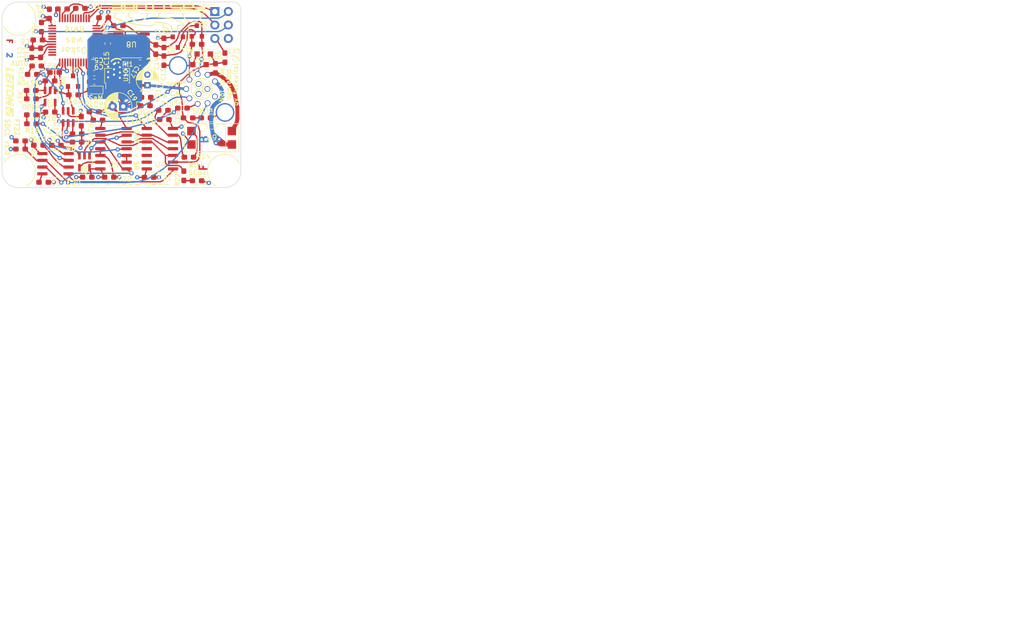
<source format=kicad_pcb>
(kicad_pcb (version 20171130) (host pcbnew 5.1.10)

  (general
    (thickness 1.6)
    (drawings 77)
    (tracks 726)
    (zones 0)
    (modules 81)
    (nets 79)
  )

  (page A4)
  (layers
    (0 F.Cu signal)
    (1 3V3.Cu power hide)
    (2 GND.Cu power hide)
    (31 B.Cu signal)
    (33 F.Adhes user)
    (35 F.Paste user)
    (37 F.SilkS user)
    (38 B.Mask user)
    (39 F.Mask user)
    (40 Dwgs.User user hide)
    (41 Cmts.User user hide)
    (42 Eco1.User user hide)
    (43 Eco2.User user hide)
    (44 Edge.Cuts user)
    (45 Margin user)
    (46 B.CrtYd user)
    (47 F.CrtYd user)
    (49 F.Fab user hide)
  )

  (setup
    (last_trace_width 0.25)
    (user_trace_width 0.5)
    (user_trace_width 0.75)
    (trace_clearance 0.2)
    (zone_clearance 0.33)
    (zone_45_only no)
    (trace_min 0.2)
    (via_size 0.8)
    (via_drill 0.4)
    (via_min_size 0.4)
    (via_min_drill 0.3)
    (uvia_size 0.3)
    (uvia_drill 0.1)
    (uvias_allowed no)
    (uvia_min_size 0.2)
    (uvia_min_drill 0.1)
    (edge_width 0.1)
    (segment_width 0.2)
    (pcb_text_width 0.3)
    (pcb_text_size 1.5 1.5)
    (mod_edge_width 0.15)
    (mod_text_size 1 1)
    (mod_text_width 0.15)
    (pad_size 4.5 4.5)
    (pad_drill 3)
    (pad_to_mask_clearance 0)
    (aux_axis_origin 0 0)
    (visible_elements FFFFFF7F)
    (pcbplotparams
      (layerselection 0x010e0_ffffffff)
      (usegerberextensions false)
      (usegerberattributes true)
      (usegerberadvancedattributes true)
      (creategerberjobfile true)
      (excludeedgelayer true)
      (linewidth 0.100000)
      (plotframeref false)
      (viasonmask false)
      (mode 1)
      (useauxorigin false)
      (hpglpennumber 1)
      (hpglpenspeed 20)
      (hpglpendiameter 15.000000)
      (psnegative false)
      (psa4output false)
      (plotreference true)
      (plotvalue true)
      (plotinvisibletext false)
      (padsonsilk false)
      (subtractmaskfromsilk false)
      (outputformat 1)
      (mirror false)
      (drillshape 0)
      (scaleselection 1)
      (outputdirectory "export/"))
  )

  (net 0 "")
  (net 1 GND)
  (net 2 +3V3)
  (net 3 NRST)
  (net 4 +12V)
  (net 5 "Net-(D2-Pad3)")
  (net 6 TRACESWO)
  (net 7 SWDIO)
  (net 8 SWCLK)
  (net 9 "Net-(R12-Pad1)")
  (net 10 "Net-(U7-Pad46)")
  (net 11 "Net-(U7-Pad45)")
  (net 12 "Net-(U7-Pad43)")
  (net 13 "Net-(U7-Pad42)")
  (net 14 "Net-(U7-Pad41)")
  (net 15 "Net-(U7-Pad40)")
  (net 16 "Net-(U7-Pad38)")
  (net 17 "Net-(U7-Pad31)")
  (net 18 "Net-(U7-Pad30)")
  (net 19 "Net-(U7-Pad29)")
  (net 20 "Net-(U7-Pad28)")
  (net 21 "Net-(U7-Pad27)")
  (net 22 "Net-(U7-Pad26)")
  (net 23 "Net-(U7-Pad25)")
  (net 24 "Net-(U7-Pad22)")
  (net 25 "Net-(U7-Pad21)")
  (net 26 "Net-(U7-Pad17)")
  (net 27 "Net-(U7-Pad16)")
  (net 28 "Net-(U7-Pad12)")
  (net 29 "Net-(U7-Pad11)")
  (net 30 "Net-(U7-Pad10)")
  (net 31 "Net-(U7-Pad6)")
  (net 32 "Net-(U7-Pad5)")
  (net 33 "Net-(U7-Pad4)")
  (net 34 "Net-(U7-Pad3)")
  (net 35 "Net-(U7-Pad2)")
  (net 36 "Net-(R14-Pad2)")
  (net 37 "Net-(R10-Pad1)")
  (net 38 "Net-(D5-Pad2)")
  (net 39 "Net-(D6-Pad2)")
  (net 40 "Net-(D7-Pad2)")
  (net 41 "Net-(D9-Pad2)")
  (net 42 "Net-(D10-Pad2)")
  (net 43 "Net-(D11-Pad2)")
  (net 44 "Net-(D12-Pad2)")
  (net 45 "Net-(D13-Pad2)")
  (net 46 "/Non-Programmable Logic/~WDO~")
  (net 47 "/Non-Programmable Logic/RP")
  (net 48 "/Non-Programmable Logic/WP")
  (net 49 "/Non-Programmable Logic/correct_button_pressed")
  (net 50 "/Non-Programmable Logic/close_while_allowed")
  (net 51 "/Non-Programmable Logic/reopened")
  (net 52 "/Non-Programmable Logic/~reset_all~")
  (net 53 "/Non-Programmable Logic/closing_allowed")
  (net 54 "/Non-Programmable Logic/~reopen~")
  (net 55 "/Non-Programmable Logic/WD_and_SDCin_ok")
  (net 56 "/Non-Programmable Logic/~try_close~")
  (net 57 "/Non-Programmable Logic/still_initial_open")
  (net 58 "Net-(R!1-Pad2)")
  (net 59 "Net-(D14-Pad2)")
  (net 60 "Net-(R24-Pad2)")
  (net 61 "/CAN uC/SDC_in_3V3")
  (net 62 "/CAN uC/TS_activate_MUXed")
  (net 63 /Connections/SDC_out)
  (net 64 /Connections/SDC_in)
  (net 65 /Connections/TS_activate_ext)
  (net 66 /Connections/TS_activate_dash)
  (net 67 /Connections/~SDC_reset~)
  (net 68 "/CAN uC/AS_driving_mode")
  (net 69 "/CAN uC/AS_close_SDC")
  (net 70 "/Non-Programmable Logic/To_SDC_relais")
  (net 71 "/CAN uC/Watchdog")
  (net 72 "/CAN uC/SDC_is_ready")
  (net 73 "/CAN TRX/CAN_TX")
  (net 74 "/CAN TRX/CAN_RX")
  (net 75 /Supervisor/CANH)
  (net 76 /Supervisor/CANL)
  (net 77 "Net-(D14-Pad1)")
  (net 78 "Net-(R13-Pad1)")

  (net_class Default "This is the default net class."
    (clearance 0.2)
    (trace_width 0.25)
    (via_dia 0.8)
    (via_drill 0.4)
    (uvia_dia 0.3)
    (uvia_drill 0.1)
    (add_net +12V)
    (add_net +3V3)
    (add_net "/CAN TRX/CAN_RX")
    (add_net "/CAN TRX/CAN_TX")
    (add_net "/CAN uC/AS_close_SDC")
    (add_net "/CAN uC/AS_driving_mode")
    (add_net "/CAN uC/SDC_in_3V3")
    (add_net "/CAN uC/SDC_is_ready")
    (add_net "/CAN uC/TS_activate_MUXed")
    (add_net "/CAN uC/Watchdog")
    (add_net /Connections/SDC_in)
    (add_net /Connections/SDC_out)
    (add_net /Connections/TS_activate_dash)
    (add_net /Connections/TS_activate_ext)
    (add_net /Connections/~SDC_reset~)
    (add_net "/Non-Programmable Logic/RP")
    (add_net "/Non-Programmable Logic/To_SDC_relais")
    (add_net "/Non-Programmable Logic/WD_and_SDCin_ok")
    (add_net "/Non-Programmable Logic/WP")
    (add_net "/Non-Programmable Logic/close_while_allowed")
    (add_net "/Non-Programmable Logic/closing_allowed")
    (add_net "/Non-Programmable Logic/correct_button_pressed")
    (add_net "/Non-Programmable Logic/reopened")
    (add_net "/Non-Programmable Logic/still_initial_open")
    (add_net "/Non-Programmable Logic/~WDO~")
    (add_net "/Non-Programmable Logic/~reopen~")
    (add_net "/Non-Programmable Logic/~reset_all~")
    (add_net "/Non-Programmable Logic/~try_close~")
    (add_net /Supervisor/CANH)
    (add_net /Supervisor/CANL)
    (add_net GND)
    (add_net NRST)
    (add_net "Net-(D10-Pad2)")
    (add_net "Net-(D11-Pad2)")
    (add_net "Net-(D12-Pad2)")
    (add_net "Net-(D13-Pad2)")
    (add_net "Net-(D14-Pad1)")
    (add_net "Net-(D14-Pad2)")
    (add_net "Net-(D2-Pad3)")
    (add_net "Net-(D5-Pad2)")
    (add_net "Net-(D6-Pad2)")
    (add_net "Net-(D7-Pad2)")
    (add_net "Net-(D9-Pad2)")
    (add_net "Net-(R!1-Pad2)")
    (add_net "Net-(R10-Pad1)")
    (add_net "Net-(R12-Pad1)")
    (add_net "Net-(R13-Pad1)")
    (add_net "Net-(R14-Pad2)")
    (add_net "Net-(R24-Pad2)")
    (add_net "Net-(U7-Pad10)")
    (add_net "Net-(U7-Pad11)")
    (add_net "Net-(U7-Pad12)")
    (add_net "Net-(U7-Pad16)")
    (add_net "Net-(U7-Pad17)")
    (add_net "Net-(U7-Pad2)")
    (add_net "Net-(U7-Pad21)")
    (add_net "Net-(U7-Pad22)")
    (add_net "Net-(U7-Pad25)")
    (add_net "Net-(U7-Pad26)")
    (add_net "Net-(U7-Pad27)")
    (add_net "Net-(U7-Pad28)")
    (add_net "Net-(U7-Pad29)")
    (add_net "Net-(U7-Pad3)")
    (add_net "Net-(U7-Pad30)")
    (add_net "Net-(U7-Pad31)")
    (add_net "Net-(U7-Pad38)")
    (add_net "Net-(U7-Pad4)")
    (add_net "Net-(U7-Pad40)")
    (add_net "Net-(U7-Pad41)")
    (add_net "Net-(U7-Pad42)")
    (add_net "Net-(U7-Pad43)")
    (add_net "Net-(U7-Pad45)")
    (add_net "Net-(U7-Pad46)")
    (add_net "Net-(U7-Pad5)")
    (add_net "Net-(U7-Pad6)")
    (add_net SWCLK)
    (add_net SWDIO)
    (add_net TRACESWO)
  )

  (module Connector_PinHeader_2.54mm:PinHeader_2x03_P2.54mm_Horizontal (layer F.Cu) (tedit 631B2472) (tstamp 61B54F35)
    (at 178.1 69.8)
    (descr "Through hole angled pin header, 2x03, 2.54mm pitch, 6mm pin length, double rows")
    (tags "Through hole angled pin header THT 2x03 2.54mm double row")
    (path /61BBA8EA/61BDC487)
    (fp_text reference J1 (at -2.3 -0.6) (layer F.SilkS) hide
      (effects (font (size 1 1) (thickness 0.15)))
    )
    (fp_text value Debug_Connector (at 5.655 7.35) (layer F.Fab)
      (effects (font (size 1 1) (thickness 0.15)))
    )
    (fp_text user %R (at 5.31 2.54 90) (layer F.Fab)
      (effects (font (size 1 1) (thickness 0.15)))
    )
    (fp_line (start 4.675 -1.27) (end 6.58 -1.27) (layer F.Fab) (width 0.1))
    (fp_line (start 6.58 -1.27) (end 6.58 6.35) (layer F.Fab) (width 0.1))
    (fp_line (start 6.58 6.35) (end 4.04 6.35) (layer F.Fab) (width 0.1))
    (fp_line (start 4.04 6.35) (end 4.04 -0.635) (layer F.Fab) (width 0.1))
    (fp_line (start 4.04 -0.635) (end 4.675 -1.27) (layer F.Fab) (width 0.1))
    (fp_line (start -0.32 -0.32) (end 4.04 -0.32) (layer F.Fab) (width 0.1))
    (fp_line (start -0.32 -0.32) (end -0.32 0.32) (layer F.Fab) (width 0.1))
    (fp_line (start -0.32 0.32) (end 4.04 0.32) (layer F.Fab) (width 0.1))
    (fp_line (start 6.58 -0.32) (end 12.58 -0.32) (layer F.Fab) (width 0.1))
    (fp_line (start 12.58 -0.32) (end 12.58 0.32) (layer F.Fab) (width 0.1))
    (fp_line (start 6.58 0.32) (end 12.58 0.32) (layer F.Fab) (width 0.1))
    (fp_line (start -0.32 2.22) (end 4.04 2.22) (layer F.Fab) (width 0.1))
    (fp_line (start -0.32 2.22) (end -0.32 2.86) (layer F.Fab) (width 0.1))
    (fp_line (start -0.32 2.86) (end 4.04 2.86) (layer F.Fab) (width 0.1))
    (fp_line (start 6.58 2.22) (end 12.58 2.22) (layer F.Fab) (width 0.1))
    (fp_line (start 12.58 2.22) (end 12.58 2.86) (layer F.Fab) (width 0.1))
    (fp_line (start 6.58 2.86) (end 12.58 2.86) (layer F.Fab) (width 0.1))
    (fp_line (start -0.32 4.76) (end 4.04 4.76) (layer F.Fab) (width 0.1))
    (fp_line (start -0.32 4.76) (end -0.32 5.4) (layer F.Fab) (width 0.1))
    (fp_line (start -0.32 5.4) (end 4.04 5.4) (layer F.Fab) (width 0.1))
    (fp_line (start 6.58 4.76) (end 12.58 4.76) (layer F.Fab) (width 0.1))
    (fp_line (start 12.58 4.76) (end 12.58 5.4) (layer F.Fab) (width 0.1))
    (fp_line (start 6.58 5.4) (end 12.58 5.4) (layer F.Fab) (width 0.1))
    (fp_line (start 1.11 -0.38) (end 1.497071 -0.38) (layer F.SilkS) (width 0.12))
    (fp_line (start 1.11 0.38) (end 1.497071 0.38) (layer F.SilkS) (width 0.12))
    (fp_line (start 1.042929 2.16) (end 1.497071 2.16) (layer F.SilkS) (width 0.12))
    (fp_line (start 1.042929 2.92) (end 1.497071 2.92) (layer F.SilkS) (width 0.12))
    (fp_line (start 1.042929 4.7) (end 1.497071 4.7) (layer F.SilkS) (width 0.12))
    (fp_line (start 1.042929 5.46) (end 1.497071 5.46) (layer F.SilkS) (width 0.12))
    (fp_line (start -1.27 0) (end -1.27 -1.27) (layer F.SilkS) (width 0.12))
    (fp_line (start -1.27 -1.27) (end 0 -1.27) (layer F.SilkS) (width 0.12))
    (fp_line (start -1.6 -1.6) (end -1.6 6.7) (layer F.CrtYd) (width 0.05))
    (fp_line (start -1.6 6.7) (end 4 6.7) (layer F.CrtYd) (width 0.05))
    (fp_line (start 4 6.7) (end 4 -1.6) (layer F.CrtYd) (width 0.05))
    (fp_line (start 4 -1.6) (end -1.6 -1.6) (layer F.CrtYd) (width 0.05))
    (pad 6 thru_hole oval (at 2.54 5.08) (size 1.7 1.7) (drill 1) (layers *.Cu *.Mask)
      (net 2 +3V3))
    (pad 5 thru_hole oval (at 0 5.08) (size 1.7 1.7) (drill 1) (layers *.Cu *.Mask)
      (net 1 GND))
    (pad 4 thru_hole oval (at 2.54 2.54) (size 1.7 1.7) (drill 1) (layers *.Cu *.Mask)
      (net 3 NRST))
    (pad 3 thru_hole oval (at 0 2.54) (size 1.7 1.7) (drill 1) (layers *.Cu *.Mask)
      (net 8 SWCLK))
    (pad 2 thru_hole oval (at 2.54 0) (size 1.7 1.7) (drill 1) (layers *.Cu *.Mask)
      (net 7 SWDIO))
    (pad 1 thru_hole rect (at 0 0) (size 1.7 1.7) (drill 1) (layers *.Cu *.Mask)
      (net 6 TRACESWO))
    (model ${KISYS3DMOD}/Connector_PinHeader_2.54mm.3dshapes/PinHeader_2x03_P2.54mm_Horizontal.wrl
      (at (xyz 0 0 0))
      (scale (xyz 1 1 1))
      (rotate (xyz 0 0 0))
    )
  )

  (module Custom:Binder_M12-A_12P_Female_NoSilk (layer B.Cu) (tedit 62083683) (tstamp 61C02DD4)
    (at 175.6 84.4 90)
    (path /61BBA8EA/61CD6444)
    (fp_text reference J2 (at 0 10.045 90) (layer B.SilkS) hide
      (effects (font (size 1 1) (thickness 0.15)) (justify mirror))
    )
    (fp_text value Binder-M12-12P (at 0 -10.045 90) (layer B.Fab)
      (effects (font (size 1 1) (thickness 0.15)) (justify mirror))
    )
    (fp_circle (center 0 0) (end 0 -9) (layer B.Fab) (width 0.1))
    (fp_circle (center 0 0) (end 0 -9.37) (layer B.CrtYd) (width 0.05))
    (fp_circle (center 0 0.1) (end 0 4.2) (layer B.Fab) (width 0.12))
    (fp_line (start 0.6 3.7) (end 0.6 4.1) (layer B.Fab) (width 0.12))
    (fp_line (start -0.6 3.7) (end -0.6 4.1) (layer B.Fab) (width 0.12))
    (fp_arc (start 0 3.7) (end -0.6 3.7) (angle 180) (layer B.Fab) (width 0.12))
    (pad 10 thru_hole circle (at 0 1.1 90) (size 1.1 1.1) (drill 0.8) (layers *.Cu *.Mask)
      (net 2 +3V3))
    (pad 11 thru_hole circle (at 0.952627 -0.549999 90) (size 1.1 1.1) (drill 0.8) (layers *.Cu *.Mask)
      (net 2 +3V3))
    (pad 12 thru_hole circle (at -0.952627 -0.55 90) (size 1.1 1.1) (drill 0.8) (layers *.Cu *.Mask)
      (net 1 GND))
    (pad 1 thru_hole circle (at -1.428 2.524 90) (size 1.1 1.1) (drill 0.8) (layers *.Cu *.Mask)
      (net 1 GND))
    (pad 2 thru_hole circle (at 1.428 2.524 90) (size 1.1 1.1) (drill 0.8) (layers *.Cu *.Mask)
      (net 63 /Connections/SDC_out))
    (pad 3 thru_hole circle (at 2.672 1.127 90) (size 1.1 1.1) (drill 0.8) (layers *.Cu *.Mask)
      (net 64 /Connections/SDC_in))
    (pad 4 thru_hole circle (at 2.804 -0.738 90) (size 1.1 1.1) (drill 0.8) (layers *.Cu *.Mask)
      (net 75 /Supervisor/CANH))
    (pad 5 thru_hole circle (at 1.77 -2.297 90) (size 1.1 1.1) (drill 0.8) (layers *.Cu *.Mask)
      (net 76 /Supervisor/CANL))
    (pad 6 thru_hole circle (at 0 -2.9 90) (size 1.1 1.1) (drill 0.8) (layers *.Cu *.Mask)
      (net 4 +12V))
    (pad 7 thru_hole circle (at -1.77 -2.297 90) (size 1.1 1.1) (drill 0.8) (layers *.Cu *.Mask)
      (net 65 /Connections/TS_activate_ext))
    (pad 8 thru_hole circle (at -2.804 -0.738 90) (size 1.1 1.1) (drill 0.8) (layers *.Cu *.Mask)
      (net 66 /Connections/TS_activate_dash))
    (pad 9 thru_hole circle (at -2.672 1.127 90) (size 1.1 1.1) (drill 0.8) (layers *.Cu *.Mask)
      (net 67 /Connections/~SDC_reset~))
    (pad M1 thru_hole circle (at -4.419 4.419 90) (size 3.5 3.5) (drill 3) (layers *.Cu *.Mask)
      (net 1 GND))
    (pad M2 thru_hole circle (at 4.419 -4.419 90) (size 3.5 3.5) (drill 3) (layers *.Cu *.Mask)
      (net 1 GND))
    (model ${KIPRJMOD}/packages3d/Phoenix.3dshapes/1441820.stp
      (offset (xyz 12.75 0 -2.5))
      (scale (xyz 1 1 1))
      (rotate (xyz 0 180 -45))
    )
  )

  (module Custom:lightning (layer B.Cu) (tedit 0) (tstamp 61E9B0FE)
    (at 163 81.3 170)
    (fp_text reference G*** (at 0 0 170) (layer B.SilkS) hide
      (effects (font (size 1.524 1.524) (thickness 0.3)) (justify mirror))
    )
    (fp_text value LOGO (at 0.75 0 170) (layer B.SilkS) hide
      (effects (font (size 1.524 1.524) (thickness 0.3)) (justify mirror))
    )
    (fp_poly (pts (xy 0.430913 1.456164) (xy 0.521811 1.455869) (xy 0.606258 1.455399) (xy 0.682846 1.45477)
      (xy 0.75017 1.454) (xy 0.806824 1.453106) (xy 0.851402 1.452106) (xy 0.882496 1.451017)
      (xy 0.898703 1.449856) (xy 0.900767 1.449309) (xy 0.899613 1.43618) (xy 0.888204 1.410419)
      (xy 0.866912 1.372582) (xy 0.836105 1.323223) (xy 0.796154 1.262896) (xy 0.74743 1.192154)
      (xy 0.690303 1.111553) (xy 0.625143 1.021647) (xy 0.552321 0.922989) (xy 0.520924 0.880925)
      (xy 0.450696 0.786623) (xy 0.387458 0.700694) (xy 0.331659 0.623785) (xy 0.283753 0.55654)
      (xy 0.244189 0.499608) (xy 0.213421 0.453634) (xy 0.191898 0.419264) (xy 0.180073 0.397146)
      (xy 0.177799 0.389552) (xy 0.186221 0.387068) (xy 0.211313 0.385) (xy 0.252819 0.383353)
      (xy 0.310481 0.382136) (xy 0.384041 0.381354) (xy 0.473243 0.381015) (xy 0.498627 0.381)
      (xy 0.581533 0.380938) (xy 0.649079 0.380708) (xy 0.702836 0.380246) (xy 0.744378 0.379488)
      (xy 0.775275 0.378369) (xy 0.797102 0.376824) (xy 0.811429 0.374788) (xy 0.81983 0.372197)
      (xy 0.823877 0.368987) (xy 0.824594 0.367607) (xy 0.828836 0.351043) (xy 0.828744 0.332757)
      (xy 0.823583 0.311675) (xy 0.812616 0.286723) (xy 0.795108 0.256825) (xy 0.770322 0.220908)
      (xy 0.737525 0.177895) (xy 0.695978 0.126714) (xy 0.644947 0.066288) (xy 0.583696 -0.004457)
      (xy 0.521042 -0.075779) (xy 0.488377 -0.112738) (xy 0.459582 -0.145221) (xy 0.436528 -0.171128)
      (xy 0.421085 -0.188357) (xy 0.415209 -0.194733) (xy 0.408084 -0.202439) (xy 0.392226 -0.220134)
      (xy 0.370073 -0.245083) (xy 0.347249 -0.270933) (xy 0.321592 -0.300007) (xy 0.300107 -0.324241)
      (xy 0.285226 -0.340902) (xy 0.279516 -0.347133) (xy 0.272568 -0.354586) (xy 0.256354 -0.372267)
      (xy 0.232986 -0.397864) (xy 0.204578 -0.429066) (xy 0.190547 -0.4445) (xy 0.159689 -0.478376)
      (xy 0.13206 -0.508546) (xy 0.110049 -0.532413) (xy 0.096043 -0.547382) (xy 0.093181 -0.550334)
      (xy 0.081063 -0.563159) (xy 0.062153 -0.583961) (xy 0.043085 -0.605367) (xy 0.016888 -0.634711)
      (xy -0.013587 -0.668344) (xy -0.037389 -0.694267) (xy -0.062521 -0.721662) (xy -0.095287 -0.757754)
      (xy -0.132809 -0.799332) (xy -0.172203 -0.843184) (xy -0.210589 -0.886099) (xy -0.245085 -0.924864)
      (xy -0.27281 -0.956269) (xy -0.28511 -0.970373) (xy -0.297634 -0.984671) (xy -0.317857 -1.007561)
      (xy -0.342203 -1.035001) (xy -0.352497 -1.046573) (xy -0.386436 -1.085022) (xy -0.425726 -1.130064)
      (xy -0.467655 -1.17854) (xy -0.509513 -1.227292) (xy -0.548589 -1.27316) (xy -0.582171 -1.312986)
      (xy -0.607549 -1.343611) (xy -0.609656 -1.3462) (xy -0.628962 -1.369823) (xy -0.644009 -1.387949)
      (xy -0.651698 -1.396846) (xy -0.651852 -1.397) (xy -0.658749 -1.405087) (xy -0.673586 -1.423241)
      (xy -0.693767 -1.44827) (xy -0.70525 -1.462617) (xy -0.733676 -1.496546) (xy -0.754347 -1.517543)
      (xy -0.766763 -1.525168) (xy -0.770467 -1.52018) (xy -0.76795 -1.506592) (xy -0.761162 -1.480674)
      (xy -0.751246 -1.446138) (xy -0.739343 -1.406698) (xy -0.726599 -1.366068) (xy -0.714155 -1.327962)
      (xy -0.703154 -1.296091) (xy -0.694766 -1.274234) (xy -0.687035 -1.254591) (xy -0.678025 -1.22967)
      (xy -0.677334 -1.227667) (xy -0.667645 -1.200271) (xy -0.657743 -1.174578) (xy -0.644609 -1.14283)
      (xy -0.641102 -1.134534) (xy -0.614484 -1.07236) (xy -0.586907 -1.009307) (xy -0.557064 -0.942478)
      (xy -0.523651 -0.868977) (xy -0.485363 -0.785908) (xy -0.443217 -0.695343) (xy -0.412795 -0.62958)
      (xy -0.382559 -0.56307) (xy -0.35334 -0.497745) (xy -0.325969 -0.435536) (xy -0.301278 -0.378374)
      (xy -0.280099 -0.328192) (xy -0.263262 -0.28692) (xy -0.251599 -0.256491) (xy -0.245942 -0.238836)
      (xy -0.245534 -0.236082) (xy -0.253703 -0.23432) (xy -0.277022 -0.232715) (xy -0.313706 -0.231313)
      (xy -0.361972 -0.230157) (xy -0.420037 -0.229291) (xy -0.486117 -0.228758) (xy -0.549834 -0.2286)
      (xy -0.625875 -0.228387) (xy -0.693874 -0.227776) (xy -0.752269 -0.226805) (xy -0.799496 -0.225514)
      (xy -0.833991 -0.223943) (xy -0.854192 -0.222132) (xy -0.858975 -0.220768) (xy -0.859749 -0.207707)
      (xy -0.85564 -0.193251) (xy -0.849377 -0.177213) (xy -0.838988 -0.149613) (xy -0.826105 -0.114814)
      (xy -0.81662 -0.0889) (xy -0.805325 -0.058389) (xy -0.789682 -0.016813) (xy -0.770928 0.032601)
      (xy -0.750304 0.086629) (xy -0.729047 0.142043) (xy -0.708395 0.195618) (xy -0.689587 0.244128)
      (xy -0.673863 0.284347) (xy -0.662459 0.313048) (xy -0.659784 0.319616) (xy -0.650043 0.343809)
      (xy -0.6446 0.357716) (xy -0.635655 0.38037) (xy -0.627667 0.40005) (xy -0.617605 0.424458)
      (xy -0.610217 0.442383) (xy -0.604806 0.455976) (xy -0.59437 0.482587) (xy -0.57999 0.519444)
      (xy -0.562749 0.563771) (xy -0.54373 0.612796) (xy -0.541687 0.618067) (xy -0.522303 0.667965)
      (xy -0.504336 0.713963) (xy -0.488931 0.753144) (xy -0.477236 0.782592) (xy -0.470399 0.799391)
      (xy -0.470096 0.8001) (xy -0.459399 0.826645) (xy -0.448928 0.854971) (xy -0.448872 0.855133)
      (xy -0.434563 0.894998) (xy -0.420641 0.930572) (xy -0.416854 0.9398) (xy -0.40792 0.962833)
      (xy -0.398316 0.989491) (xy -0.397934 0.9906) (xy -0.389142 1.015456) (xy -0.381479 1.035959)
      (xy -0.381 1.037166) (xy -0.373616 1.056793) (xy -0.364768 1.081699) (xy -0.364067 1.083733)
      (xy -0.355164 1.108602) (xy -0.34724 1.129107) (xy -0.346741 1.1303) (xy -0.340888 1.145696)
      (xy -0.330903 1.173503) (xy -0.318046 1.210077) (xy -0.303575 1.251777) (xy -0.288748 1.294959)
      (xy -0.274825 1.335981) (xy -0.263064 1.3712) (xy -0.256052 1.392767) (xy -0.246844 1.419027)
      (xy -0.238228 1.439273) (xy -0.234555 1.445683) (xy -0.229445 1.447876) (xy -0.21701 1.449766)
      (xy -0.196247 1.451373) (xy -0.166151 1.452715) (xy -0.125718 1.45381) (xy -0.073945 1.454678)
      (xy -0.009827 1.455337) (xy 0.067639 1.455805) (xy 0.159458 1.456102) (xy 0.266634 1.456246)
      (xy 0.33497 1.456266) (xy 0.430913 1.456164)) (layer B.Mask) (width 0.01))
  )

  (module Custom:FTLogo_DV (layer B.Cu) (tedit 0) (tstamp 61E9AF52)
    (at 159.254177 84.263653 180)
    (fp_text reference G*** (at 0 0) (layer B.SilkS) hide
      (effects (font (size 1.524 1.524) (thickness 0.3)) (justify mirror))
    )
    (fp_text value LOGO (at 0.75 0) (layer B.SilkS) hide
      (effects (font (size 1.524 1.524) (thickness 0.3)) (justify mirror))
    )
    (fp_poly (pts (xy -3.695095 -1.040191) (xy -4.620381 -1.040191) (xy -4.620381 -1.130905) (xy -3.695095 -1.130905)
      (xy -3.695095 -1.336524) (xy -4.620381 -1.336524) (xy -4.620381 -1.651) (xy -4.838095 -1.651)
      (xy -4.837997 -1.398512) (xy -4.837847 -1.31996) (xy -4.837415 -1.252464) (xy -4.836627 -1.19499)
      (xy -4.83541 -1.146501) (xy -4.833692 -1.10596) (xy -4.8314 -1.072332) (xy -4.828461 -1.044581)
      (xy -4.824802 -1.02167) (xy -4.820349 -1.002562) (xy -4.815031 -0.986223) (xy -4.808774 -0.971615)
      (xy -4.807823 -0.969656) (xy -4.792758 -0.944115) (xy -4.774673 -0.920669) (xy -4.763758 -0.909675)
      (xy -4.726433 -0.883197) (xy -4.682012 -0.861248) (xy -4.63525 -0.84593) (xy -4.608221 -0.840822)
      (xy -4.594321 -0.839805) (xy -4.56935 -0.838845) (xy -4.534329 -0.837954) (xy -4.490282 -0.837147)
      (xy -4.438233 -0.836434) (xy -4.379205 -0.835831) (xy -4.31422 -0.835349) (xy -4.244302 -0.835001)
      (xy -4.170474 -0.834801) (xy -4.129012 -0.834758) (xy -3.695095 -0.834572) (xy -3.695095 -1.040191)) (layer B.Mask) (width 0.01))
    (fp_poly (pts (xy -3.152322 -0.835817) (xy -2.663976 -0.837595) (xy -2.630993 -0.854953) (xy -2.594256 -0.879662)
      (xy -2.559225 -0.913171) (xy -2.529005 -0.952266) (xy -2.51613 -0.973908) (xy -2.508055 -0.9895)
      (xy -2.502265 -1.002838) (xy -2.49825 -1.016547) (xy -2.495498 -1.033255) (xy -2.493499 -1.055588)
      (xy -2.49174 -1.086174) (xy -2.490874 -1.103691) (xy -2.489827 -1.131344) (xy -2.488844 -1.168978)
      (xy -2.487956 -1.214476) (xy -2.487196 -1.265724) (xy -2.486595 -1.320606) (xy -2.486186 -1.377006)
      (xy -2.486018 -1.422703) (xy -2.485572 -1.651) (xy -2.931584 -1.650003) (xy -3.005653 -1.649791)
      (xy -3.077452 -1.649497) (xy -3.145867 -1.64913) (xy -3.209786 -1.6487) (xy -3.268098 -1.648218)
      (xy -3.31969 -1.647693) (xy -3.36345 -1.647136) (xy -3.398267 -1.646556) (xy -3.423027 -1.645964)
      (xy -3.435183 -1.645467) (xy -3.465543 -1.642995) (xy -3.48854 -1.63919) (xy -3.508905 -1.632904)
      (xy -3.53137 -1.622986) (xy -3.534969 -1.621234) (xy -3.576058 -1.595877) (xy -3.613664 -1.562856)
      (xy -3.644591 -1.525301) (xy -3.660322 -1.49847) (xy -3.667367 -1.483104) (xy -3.672088 -1.469359)
      (xy -3.674945 -1.454209) (xy -3.676398 -1.434627) (xy -3.676907 -1.407588) (xy -3.676953 -1.389146)
      (xy -3.676777 -1.357138) (xy -3.676248 -1.342572) (xy -3.459238 -1.342572) (xy -3.459238 -1.439333)
      (xy -2.703286 -1.439333) (xy -2.703286 -1.342572) (xy -3.459238 -1.342572) (xy -3.676248 -1.342572)
      (xy -3.675947 -1.334315) (xy -3.674006 -1.317765) (xy -3.6705 -1.304582) (xy -3.664973 -1.291854)
      (xy -3.660322 -1.282896) (xy -3.631884 -1.240968) (xy -3.594828 -1.203452) (xy -3.551899 -1.172481)
      (xy -3.505842 -1.150185) (xy -3.478905 -1.142097) (xy -3.466048 -1.140556) (xy -3.441532 -1.139099)
      (xy -3.405793 -1.137736) (xy -3.359267 -1.136475) (xy -3.302389 -1.135328) (xy -3.235596 -1.134305)
      (xy -3.159324 -1.133416) (xy -3.076726 -1.132692) (xy -2.703286 -1.129878) (xy -2.703286 -1.040191)
      (xy -3.640667 -1.040191) (xy -3.640667 -0.834038) (xy -3.152322 -0.835817)) (layer B.Mask) (width 0.01))
    (fp_poly (pts (xy -1.215572 -1.040191) (xy -2.201334 -1.040191) (xy -2.201334 -1.130905) (xy -1.824869 -1.131231)
      (xy -1.756984 -1.131367) (xy -1.691535 -1.131646) (xy -1.629725 -1.132054) (xy -1.572754 -1.132576)
      (xy -1.521823 -1.133197) (xy -1.478134 -1.133902) (xy -1.442887 -1.134677) (xy -1.417283 -1.135507)
      (xy -1.402525 -1.136377) (xy -1.402166 -1.136414) (xy -1.346496 -1.148134) (xy -1.295104 -1.171159)
      (xy -1.247957 -1.205506) (xy -1.239395 -1.21339) (xy -1.202994 -1.255386) (xy -1.177993 -1.301188)
      (xy -1.164306 -1.35108) (xy -1.161846 -1.405339) (xy -1.167187 -1.448382) (xy -1.181684 -1.493777)
      (xy -1.206525 -1.535806) (xy -1.240123 -1.573084) (xy -1.280891 -1.604226) (xy -1.327239 -1.627846)
      (xy -1.377582 -1.642559) (xy -1.392432 -1.644927) (xy -1.405425 -1.645836) (xy -1.429482 -1.646704)
      (xy -1.46357 -1.647521) (xy -1.506658 -1.648275) (xy -1.557713 -1.648953) (xy -1.615704 -1.649544)
      (xy -1.679599 -1.650037) (xy -1.748366 -1.65042) (xy -1.820973 -1.65068) (xy -1.896389 -1.650806)
      (xy -1.909536 -1.650813) (xy -2.382762 -1.651) (xy -2.382762 -1.548896) (xy -2.382714 -1.511596)
      (xy -2.382417 -1.48463) (xy -2.381645 -1.466237) (xy -2.380173 -1.454657) (xy -2.377772 -1.448128)
      (xy -2.374216 -1.444889) (xy -2.36928 -1.443179) (xy -2.369155 -1.443145) (xy -2.361106 -1.442577)
      (xy -2.341897 -1.442035) (xy -2.312462 -1.441524) (xy -2.273736 -1.441052) (xy -2.226654 -1.440626)
      (xy -2.172151 -1.440253) (xy -2.111161 -1.43994) (xy -2.04462 -1.439694) (xy -1.973462 -1.439521)
      (xy -1.898621 -1.439429) (xy -1.867203 -1.439416) (xy -1.378857 -1.439333) (xy -1.378857 -1.348619)
      (xy -1.691822 -1.348075) (xy -1.756829 -1.347885) (xy -1.821896 -1.347551) (xy -1.885291 -1.347091)
      (xy -1.945282 -1.346524) (xy -2.000138 -1.345869) (xy -2.048125 -1.345143) (xy -2.087513 -1.344366)
      (xy -2.11657 -1.343555) (xy -2.116999 -1.34354) (xy -2.229212 -1.339548) (xy -2.274237 -1.317151)
      (xy -2.321474 -1.289797) (xy -2.358719 -1.259092) (xy -2.387988 -1.223123) (xy -2.405267 -1.192869)
      (xy -2.416053 -1.170257) (xy -2.422769 -1.152715) (xy -2.426365 -1.135891) (xy -2.427794 -1.115435)
      (xy -2.42801 -1.088864) (xy -2.425195 -1.04347) (xy -2.415968 -1.005658) (xy -2.398876 -0.971977)
      (xy -2.372463 -0.938973) (xy -2.359027 -0.925252) (xy -2.315631 -0.889104) (xy -2.269238 -0.863465)
      (xy -2.217501 -0.847263) (xy -2.174119 -0.840691) (xy -2.158138 -0.839737) (xy -2.131178 -0.838828)
      (xy -2.094355 -0.837976) (xy -2.048783 -0.837195) (xy -1.99558 -0.836498) (xy -1.935862 -0.835898)
      (xy -1.870743 -0.835407) (xy -1.801341 -0.83504) (xy -1.728771 -0.834808) (xy -1.664607 -0.834728)
      (xy -1.215572 -0.834572) (xy -1.215572 -1.040191)) (layer B.Mask) (width 0.01))
    (fp_poly (pts (xy 1.161143 -1.040191) (xy 0.689428 -1.040191) (xy 0.689428 -1.651) (xy 0.471714 -1.651)
      (xy 0.471714 -1.040191) (xy -0.453572 -1.040191) (xy -0.453572 -1.651) (xy -0.671286 -1.651)
      (xy -0.671286 -1.040191) (xy -1.143 -1.040191) (xy -1.143 -0.834572) (xy 1.161143 -0.834572)
      (xy 1.161143 -1.040191)) (layer B.Mask) (width 0.01))
    (fp_poly (pts (xy 1.397 -1.439333) (xy 2.159 -1.439333) (xy 2.159 -0.834572) (xy 2.377313 -0.834572)
      (xy 2.375502 -1.15056) (xy 2.37369 -1.466548) (xy 2.355547 -1.49973) (xy 2.330248 -1.536987)
      (xy 2.296858 -1.573189) (xy 2.259114 -1.604759) (xy 2.222093 -1.627467) (xy 2.180443 -1.647976)
      (xy 1.787209 -1.649626) (xy 1.393976 -1.651277) (xy 1.344906 -1.627133) (xy 1.295162 -1.596415)
      (xy 1.253354 -1.557695) (xy 1.22044 -1.512304) (xy 1.197375 -1.461577) (xy 1.185117 -1.406847)
      (xy 1.184794 -1.403929) (xy 1.183747 -1.387951) (xy 1.182761 -1.361417) (xy 1.181864 -1.325864)
      (xy 1.181081 -1.282832) (xy 1.180437 -1.233859) (xy 1.17996 -1.180484) (xy 1.179674 -1.124244)
      (xy 1.179612 -1.096131) (xy 1.179285 -0.834572) (xy 1.397 -0.834572) (xy 1.397 -1.439333)) (layer B.Mask) (width 0.01))
    (fp_poly (pts (xy 2.937631 -0.835792) (xy 3.438071 -0.837595) (xy 3.478349 -0.856624) (xy 3.525706 -0.88456)
      (xy 3.563069 -0.919152) (xy 3.590918 -0.961007) (xy 3.609732 -1.010732) (xy 3.613855 -1.028079)
      (xy 3.618663 -1.061202) (xy 3.618375 -1.093443) (xy 3.612585 -1.128027) (xy 3.600891 -1.16818)
      (xy 3.593803 -1.188357) (xy 3.576145 -1.236738) (xy 3.59628 -1.276048) (xy 3.619161 -1.329059)
      (xy 3.631272 -1.378458) (xy 3.632814 -1.425728) (xy 3.623987 -1.472355) (xy 3.623093 -1.475289)
      (xy 3.602396 -1.521782) (xy 3.57118 -1.562761) (xy 3.529918 -1.597762) (xy 3.479081 -1.626321)
      (xy 3.462262 -1.633472) (xy 3.425976 -1.647899) (xy 2.931583 -1.649774) (xy 2.43719 -1.651648)
      (xy 2.43719 -1.348619) (xy 2.648857 -1.348619) (xy 2.648857 -1.439333) (xy 3.404809 -1.439333)
      (xy 3.404809 -1.348619) (xy 2.648857 -1.348619) (xy 2.43719 -1.348619) (xy 2.43719 -1.040191)
      (xy 2.648857 -1.040191) (xy 2.648857 -1.130905) (xy 3.392714 -1.130905) (xy 3.392714 -1.040191)
      (xy 2.648857 -1.040191) (xy 2.43719 -1.040191) (xy 2.43719 -0.833989) (xy 2.937631 -0.835792)) (layer B.Mask) (width 0.01))
    (fp_poly (pts (xy 4.692952 -0.858733) (xy 4.740497 -0.890547) (xy 4.779208 -0.929669) (xy 4.808298 -0.975008)
      (xy 4.826977 -1.025476) (xy 4.831928 -1.050602) (xy 4.833746 -1.069319) (xy 4.835351 -1.097545)
      (xy 4.83665 -1.132691) (xy 4.837551 -1.172173) (xy 4.837961 -1.213403) (xy 4.837975 -1.220107)
      (xy 4.838095 -1.348619) (xy 3.906762 -1.348619) (xy 3.906762 -1.439333) (xy 4.838095 -1.439333)
      (xy 4.838095 -1.651) (xy 4.410226 -1.650022) (xy 4.337725 -1.649805) (xy 4.267539 -1.649498)
      (xy 4.200802 -1.649111) (xy 4.138645 -1.648655) (xy 4.082202 -1.648141) (xy 4.032605 -1.64758)
      (xy 3.990988 -1.646984) (xy 3.958482 -1.646363) (xy 3.93622 -1.645729) (xy 3.927928 -1.645325)
      (xy 3.898578 -1.642668) (xy 3.876576 -1.638596) (xy 3.857176 -1.631866) (xy 3.835632 -1.621234)
      (xy 3.835286 -1.621048) (xy 3.800566 -1.598554) (xy 3.766452 -1.569744) (xy 3.736675 -1.538112)
      (xy 3.716489 -1.509814) (xy 3.700746 -1.482951) (xy 3.703838 -1.040191) (xy 3.906762 -1.040191)
      (xy 3.906762 -1.130905) (xy 4.620381 -1.130905) (xy 4.620381 -1.040191) (xy 3.906762 -1.040191)
      (xy 3.703838 -1.040191) (xy 3.704166 -0.993295) (xy 3.731381 -0.952935) (xy 3.758449 -0.919154)
      (xy 3.79081 -0.891493) (xy 3.83101 -0.868032) (xy 3.862735 -0.854054) (xy 3.903738 -0.837657)
      (xy 4.27869 -0.837626) (xy 4.653643 -0.837595) (xy 4.692952 -0.858733)) (layer B.Mask) (width 0.01))
    (fp_poly (pts (xy -1.89419 1.14533) (xy -1.895929 0.633612) (xy -1.919729 0.61304) (xy -1.938703 0.599296)
      (xy -1.961586 0.588249) (xy -1.99049 0.579221) (xy -2.027528 0.571534) (xy -2.068286 0.565373)
      (xy -2.094237 0.562556) (xy -2.130144 0.559612) (xy -2.173874 0.556644) (xy -2.22329 0.553759)
      (xy -2.276256 0.551062) (xy -2.330636 0.548658) (xy -2.384296 0.546652) (xy -2.435099 0.545149)
      (xy -2.480909 0.544255) (xy -2.500691 0.544072) (xy -2.567215 0.543737) (xy -2.533953 0.513084)
      (xy -2.441368 0.434421) (xy -2.339941 0.361023) (xy -2.229358 0.292749) (xy -2.109304 0.229459)
      (xy -1.979464 0.17101) (xy -1.839524 0.117263) (xy -1.68917 0.068075) (xy -1.528087 0.023306)
      (xy -1.355961 -0.017187) (xy -1.350247 -0.018418) (xy -1.277424 -0.0337) (xy -1.206375 -0.047812)
      (xy -1.135984 -0.060897) (xy -1.065136 -0.073101) (xy -0.992713 -0.084568) (xy -0.917601 -0.095443)
      (xy -0.838682 -0.10587) (xy -0.754842 -0.115995) (xy -0.664964 -0.125962) (xy -0.567931 -0.135916)
      (xy -0.462629 -0.146001) (xy -0.347941 -0.156362) (xy -0.22275 -0.167144) (xy -0.167702 -0.171756)
      (xy -0.107383 -0.176838) (xy -0.050741 -0.181739) (xy 0.001086 -0.186349) (xy 0.046961 -0.190563)
      (xy 0.085745 -0.194272) (xy 0.1163 -0.19737) (xy 0.137487 -0.199748) (xy 0.148169 -0.201301)
      (xy 0.149225 -0.201638) (xy 0.148193 -0.208206) (xy 0.142681 -0.223521) (xy 0.133534 -0.245472)
      (xy 0.121597 -0.271947) (xy 0.118184 -0.27922) (xy 0.095739 -0.327324) (xy 0.073634 -0.375924)
      (xy 0.052404 -0.423736) (xy 0.032584 -0.469473) (xy 0.014709 -0.511849) (xy -0.000687 -0.549579)
      (xy -0.013069 -0.581377) (xy -0.021902 -0.605957) (xy -0.026651 -0.622033) (xy -0.026966 -0.628196)
      (xy -0.020492 -0.628777) (xy -0.002793 -0.62937) (xy 0.025264 -0.629966) (xy 0.062809 -0.630557)
      (xy 0.108972 -0.631134) (xy 0.162885 -0.631687) (xy 0.223678 -0.632207) (xy 0.290483 -0.632686)
      (xy 0.36243 -0.633115) (xy 0.43865 -0.633484) (xy 0.511609 -0.633763) (xy 0.60701 -0.634054)
      (xy 0.690976 -0.634242) (xy 0.764166 -0.634322) (xy 0.827241 -0.634285) (xy 0.880859 -0.634124)
      (xy 0.925682 -0.633832) (xy 0.962367 -0.633401) (xy 0.991576 -0.632823) (xy 1.013968 -0.632093)
      (xy 1.030202 -0.6312) (xy 1.040939 -0.63014) (xy 1.046837 -0.628903) (xy 1.048538 -0.627716)
      (xy 1.050499 -0.618636) (xy 1.05401 -0.600703) (xy 1.058482 -0.576972) (xy 1.061159 -0.562429)
      (xy 1.078368 -0.489148) (xy 1.103439 -0.41182) (xy 1.134896 -0.334089) (xy 1.171266 -0.259597)
      (xy 1.211072 -0.191988) (xy 1.211146 -0.191875) (xy 1.275899 -0.10339) (xy 1.348996 -0.0231)
      (xy 1.429573 0.048643) (xy 1.516765 0.111487) (xy 1.609708 0.165078) (xy 1.707537 0.209064)
      (xy 1.809388 0.243091) (xy 1.914395 0.266808) (xy 2.021694 0.279861) (xy 2.130421 0.281898)
      (xy 2.239711 0.272565) (xy 2.316238 0.259045) (xy 2.381715 0.242869) (xy 2.443829 0.222864)
      (xy 2.506812 0.197515) (xy 2.567214 0.169137) (xy 2.635541 0.132641) (xy 2.695841 0.094354)
      (xy 2.75202 0.051475) (xy 2.807982 0.001206) (xy 2.82589 -0.016309) (xy 2.870843 -0.062137)
      (xy 2.908222 -0.103147) (xy 2.939941 -0.142019) (xy 2.967919 -0.181435) (xy 2.994072 -0.224073)
      (xy 3.020315 -0.272613) (xy 3.045589 -0.323548) (xy 3.068697 -0.374297) (xy 3.08762 -0.422845)
      (xy 3.103641 -0.473079) (xy 3.118045 -0.528891) (xy 3.127473 -0.571547) (xy 3.140787 -0.635)
      (xy 4.352316 -0.635) (xy 4.407305 -0.521607) (xy 4.437343 -0.4579) (xy 4.461082 -0.403547)
      (xy 4.478832 -0.357774) (xy 4.490897 -0.319801) (xy 4.496422 -0.295855) (xy 4.496079 -0.277387)
      (xy 4.487457 -0.259053) (xy 4.469588 -0.239561) (xy 4.441504 -0.217622) (xy 4.433604 -0.212167)
      (xy 4.382434 -0.180473) (xy 4.320048 -0.147036) (xy 4.24716 -0.112095) (xy 4.164487 -0.075884)
      (xy 4.072745 -0.038641) (xy 3.972649 -0.000601) (xy 3.864915 0.037999) (xy 3.750259 0.076922)
      (xy 3.629396 0.115932) (xy 3.503043 0.154793) (xy 3.371914 0.193269) (xy 3.236727 0.231123)
      (xy 3.098196 0.268118) (xy 2.957037 0.30402) (xy 2.813966 0.33859) (xy 2.669699 0.371593)
      (xy 2.657928 0.374202) (xy 2.514415 0.404747) (xy 2.367495 0.433736) (xy 2.218463 0.460997)
      (xy 2.068613 0.48636) (xy 1.919238 0.509654) (xy 1.771633 0.530708) (xy 1.62709 0.549352)
      (xy 1.486904 0.565416) (xy 1.352368 0.578727) (xy 1.224777 0.589116) (xy 1.105423 0.596412)
      (xy 0.995601 0.600445) (xy 0.937381 0.601219) (xy 0.879441 0.601201) (xy 0.831937 0.600511)
      (xy 0.793215 0.598864) (xy 0.761622 0.595972) (xy 0.735503 0.591551) (xy 0.713207 0.585315)
      (xy 0.693078 0.576977) (xy 0.673464 0.566252) (xy 0.652712 0.552854) (xy 0.651049 0.551724)
      (xy 0.624461 0.533194) (xy 0.596751 0.513218) (xy 0.572725 0.495279) (xy 0.566399 0.49038)
      (xy 0.541103 0.470539) (xy 0.522422 0.456839) (xy 0.507251 0.448225) (xy 0.492484 0.443642)
      (xy 0.475018 0.442032) (xy 0.451745 0.442342) (xy 0.42772 0.44323) (xy 0.399461 0.4446)
      (xy 0.375727 0.446405) (xy 0.359075 0.448405) (xy 0.352125 0.450288) (xy 0.3544 0.456084)
      (xy 0.364325 0.46828) (xy 0.380356 0.485417) (xy 0.400949 0.506036) (xy 0.424558 0.52868)
      (xy 0.449639 0.55189) (xy 0.474648 0.574207) (xy 0.49804 0.594174) (xy 0.51827 0.610331)
      (xy 0.531862 0.620003) (xy 0.573786 0.645276) (xy 0.616435 0.667833) (xy 0.656431 0.686008)
      (xy 0.68979 0.697958) (xy 0.726453 0.705747) (xy 0.774277 0.711262) (xy 0.832552 0.714551)
      (xy 0.900568 0.715661) (xy 0.977613 0.71464) (xy 1.06298 0.711534) (xy 1.155957 0.706391)
      (xy 1.255835 0.699259) (xy 1.361903 0.690184) (xy 1.473452 0.679213) (xy 1.589771 0.666395)
      (xy 1.710152 0.651777) (xy 1.833883 0.635405) (xy 1.960254 0.617327) (xy 2.007809 0.610174)
      (xy 2.145791 0.588552) (xy 2.274622 0.567071) (xy 2.397227 0.545179) (xy 2.516531 0.522322)
      (xy 2.635459 0.497945) (xy 2.756934 0.471496) (xy 2.839357 0.452766) (xy 3.042878 0.404577)
      (xy 3.23482 0.356572) (xy 3.415125 0.30877) (xy 3.583734 0.261187) (xy 3.740587 0.213843)
      (xy 3.885628 0.166756) (xy 4.018796 0.119944) (xy 4.140034 0.073425) (xy 4.249283 0.027217)
      (xy 4.321024 -0.006111) (xy 4.377326 -0.035039) (xy 4.430553 -0.065532) (xy 4.479584 -0.096733)
      (xy 4.5233 -0.127784) (xy 4.560581 -0.157829) (xy 4.590308 -0.186009) (xy 4.611361 -0.21147)
      (xy 4.62262 -0.233352) (xy 4.623713 -0.23782) (xy 4.625162 -0.258344) (xy 4.622459 -0.2832)
      (xy 4.615276 -0.31335) (xy 4.603287 -0.349757) (xy 4.586164 -0.393381) (xy 4.563581 -0.445185)
      (xy 4.53521 -0.50613) (xy 4.525927 -0.525498) (xy 4.510234 -0.55817) (xy 4.496517 -0.586932)
      (xy 4.48558 -0.610081) (xy 4.478227 -0.625914) (xy 4.475262 -0.632727) (xy 4.475238 -0.632844)
      (xy 4.481037 -0.633388) (xy 4.497441 -0.633882) (xy 4.522958 -0.634308) (xy 4.556099 -0.634647)
      (xy 4.595372 -0.634881) (xy 4.639286 -0.634993) (xy 4.653643 -0.635) (xy 4.832047 -0.635)
      (xy 4.832047 -0.683381) (xy -4.838095 -0.683381) (xy -4.838095 -0.635) (xy -4.592582 -0.635)
      (xy -4.590649 -0.624567) (xy -4.470187 -0.624567) (xy -4.467576 -0.630068) (xy -4.467391 -0.630193)
      (xy -4.460632 -0.630707) (xy -4.442426 -0.631206) (xy -4.413422 -0.631688) (xy -4.374266 -0.632148)
      (xy -4.325607 -0.632583) (xy -4.268093 -0.632991) (xy -4.202373 -0.633369) (xy -4.129094 -0.633713)
      (xy -4.048904 -0.634019) (xy -3.962452 -0.634286) (xy -3.870385 -0.634509) (xy -3.773351 -0.634686)
      (xy -3.672 -0.634814) (xy -3.566978 -0.634889) (xy -3.497036 -0.634908) (xy -3.369156 -0.634909)
      (xy -3.252843 -0.634884) (xy -3.14757 -0.634829) (xy -3.052809 -0.634737) (xy -2.968033 -0.634606)
      (xy -2.892714 -0.63443) (xy -2.826325 -0.634204) (xy -2.768337 -0.633924) (xy -2.718223 -0.633585)
      (xy -2.675456 -0.633182) (xy -2.639507 -0.63271) (xy -2.609849 -0.632166) (xy -2.585956 -0.631543)
      (xy -2.567297 -0.630838) (xy -2.553348 -0.630046) (xy -2.543578 -0.629162) (xy -2.537462 -0.628181)
      (xy -2.534471 -0.627099) (xy -2.533953 -0.626324) (xy -2.536207 -0.604891) (xy -2.542475 -0.574679)
      (xy -2.552013 -0.538029) (xy -2.564078 -0.497284) (xy -2.577925 -0.454784) (xy -2.59281 -0.412871)
      (xy -2.607992 -0.373886) (xy -2.622724 -0.340172) (xy -2.628739 -0.327873) (xy -2.682088 -0.236351)
      (xy -2.745064 -0.151264) (xy -2.816712 -0.073353) (xy -2.896076 -0.003356) (xy -2.9822 0.057988)
      (xy -3.074128 0.109939) (xy -3.170905 0.151757) (xy -3.271576 0.182704) (xy -3.296215 0.188433)
      (xy -3.318369 0.192986) (xy -3.339027 0.196431) (xy -3.360431 0.19892) (xy -3.384824 0.200605)
      (xy -3.414448 0.201639) (xy -3.451545 0.202173) (xy -3.498356 0.202359) (xy -3.501572 0.202363)
      (xy -3.551005 0.202235) (xy -3.590412 0.201665) (xy -3.621858 0.200536) (xy -3.647408 0.198731)
      (xy -3.669126 0.196131) (xy -3.689078 0.192619) (xy -3.695095 0.191355) (xy -3.802605 0.16214)
      (xy -3.904273 0.122653) (xy -3.999576 0.073411) (xy -4.087989 0.01493) (xy -4.168988 -0.052274)
      (xy -4.24205 -0.127685) (xy -4.306649 -0.210786) (xy -4.362262 -0.301061) (xy -4.408366 -0.397995)
      (xy -4.444435 -0.501071) (xy -4.460275 -0.56225) (xy -4.466715 -0.592363) (xy -4.469959 -0.612567)
      (xy -4.470187 -0.624567) (xy -4.590649 -0.624567) (xy -4.581657 -0.576036) (xy -4.568623 -0.518769)
      (xy -4.550145 -0.456091) (xy -4.527347 -0.390773) (xy -4.501355 -0.325589) (xy -4.473292 -0.263311)
      (xy -4.444284 -0.206711) (xy -4.415454 -0.158563) (xy -4.407699 -0.147161) (xy -4.373472 -0.102061)
      (xy -4.332643 -0.054042) (xy -4.288603 -0.006799) (xy -4.244744 0.035974) (xy -4.217514 0.059987)
      (xy -4.127671 0.129083) (xy -4.036164 0.186933) (xy -3.941685 0.234074) (xy -3.842925 0.271039)
      (xy -3.738574 0.298366) (xy -3.627325 0.316589) (xy -3.578217 0.321658) (xy -3.472293 0.324881)
      (xy -3.365467 0.316569) (xy -3.258884 0.297111) (xy -3.15369 0.266893) (xy -3.05103 0.226301)
      (xy -2.952051 0.175723) (xy -2.857898 0.115546) (xy -2.774444 0.05025) (xy -2.714671 -0.007049)
      (xy -2.656361 -0.074207) (xy -2.601174 -0.148987) (xy -2.550772 -0.229154) (xy -2.510323 -0.305195)
      (xy -2.496147 -0.337306) (xy -2.481363 -0.375941) (xy -2.466675 -0.418691) (xy -2.452789 -0.46315)
      (xy -2.440407 -0.506908) (xy -2.430235 -0.547557) (xy -2.422977 -0.58269) (xy -2.419337 -0.609899)
      (xy -2.419048 -0.617268) (xy -2.419048 -0.635032) (xy -2.395357 -0.635) (xy 1.165817 -0.635)
      (xy 3.02404 -0.635) (xy 3.020254 -0.618369) (xy 3.002577 -0.545649) (xy 2.984516 -0.48242)
      (xy 2.965037 -0.426096) (xy 2.943108 -0.374091) (xy 2.917693 -0.323819) (xy 2.887761 -0.272692)
      (xy 2.872565 -0.248752) (xy 2.846581 -0.212636) (xy 2.813144 -0.172174) (xy 2.774716 -0.129946)
      (xy 2.733759 -0.088531) (xy 2.692735 -0.050509) (xy 2.654107 -0.01846) (xy 2.649201 -0.014724)
      (xy 2.611589 0.011108) (xy 2.566299 0.038368) (xy 2.517225 0.064971) (xy 2.468262 0.088834)
      (xy 2.423307 0.10787) (xy 2.413 0.111685) (xy 2.311185 0.141808) (xy 2.20822 0.160229)
      (xy 2.104983 0.167134) (xy 2.00235 0.162707) (xy 1.901201 0.147133) (xy 1.802412 0.120595)
      (xy 1.70686 0.083279) (xy 1.615424 0.035369) (xy 1.528982 -0.022951) (xy 1.449008 -0.090928)
      (xy 1.382892 -0.160772) (xy 1.323683 -0.237576) (xy 1.272318 -0.319607) (xy 1.229734 -0.405132)
      (xy 1.196869 -0.492417) (xy 1.174661 -0.579729) (xy 1.170072 -0.606622) (xy 1.165817 -0.635)
      (xy -2.395357 -0.635) (xy -1.2878 -0.633504) (xy -0.156553 -0.631976) (xy -0.120785 -0.539319)
      (xy -0.10545 -0.500256) (xy -0.088357 -0.457792) (xy -0.071347 -0.416438) (xy -0.056261 -0.380706)
      (xy -0.052836 -0.372789) (xy -0.020655 -0.298917) (xy -0.259792 -0.27933) (xy -0.41629 -0.265927)
      (xy -0.561753 -0.252223) (xy -0.697239 -0.23807) (xy -0.823807 -0.223323) (xy -0.942516 -0.207836)
      (xy -1.054424 -0.191465) (xy -1.16059 -0.174062) (xy -1.262073 -0.155483) (xy -1.359932 -0.135582)
      (xy -1.448405 -0.115808) (xy -1.612696 -0.074209) (xy -1.768606 -0.028064) (xy -1.91568 0.022427)
      (xy -2.05346 0.077068) (xy -2.181491 0.13566) (xy -2.299317 0.198005) (xy -2.406481 0.263906)
      (xy -2.502528 0.333164) (xy -2.524881 0.351089) (xy -2.55361 0.375583) (xy -2.583819 0.402966)
      (xy -2.613929 0.431637) (xy -2.642362 0.459992) (xy -2.667538 0.486428) (xy -2.687879 0.509342)
      (xy -2.701804 0.527132) (xy -2.707029 0.536003) (xy -2.713367 0.564523) (xy -2.708128 0.590776)
      (xy -2.692627 0.612453) (xy -2.681536 0.622032) (xy -2.669128 0.630196) (xy -2.654325 0.637099)
      (xy -2.636049 0.642892) (xy -2.613223 0.647729) (xy -2.584767 0.651762) (xy -2.549604 0.655146)
      (xy -2.506655 0.658032) (xy -2.454843 0.660573) (xy -2.393088 0.662923) (xy -2.320566 0.665227)
      (xy -2.253496 0.667325) (xy -2.197473 0.669367) (xy -2.151452 0.671496) (xy -2.114386 0.673858)
      (xy -2.08523 0.676596) (xy -2.062938 0.679856) (xy -2.046463 0.68378) (xy -2.034759 0.688514)
      (xy -2.026781 0.694202) (xy -2.021483 0.700988) (xy -2.018639 0.706884) (xy -2.017242 0.716464)
      (xy -2.015924 0.738016) (xy -2.014686 0.771421) (xy -2.013531 0.816556) (xy -2.012462 0.8733)
      (xy -2.01148 0.941532) (xy -2.010589 1.021129) (xy -2.00979 1.11197) (xy -2.009237 1.189869)
      (xy -2.006222 1.657047) (xy -1.892451 1.657047) (xy -1.89419 1.14533)) (layer B.Mask) (width 0.01))
    (fp_poly (pts (xy -1.496773 0.694964) (xy -1.450706 0.676149) (xy -1.396822 0.655296) (xy -1.338461 0.633609)
      (xy -1.27896 0.612291) (xy -1.221657 0.592545) (xy -1.169889 0.575573) (xy -1.139976 0.566358)
      (xy -1.115964 0.559614) (xy -1.081932 0.550617) (xy -1.039653 0.539798) (xy -0.990902 0.527588)
      (xy -0.937451 0.514418) (xy -0.881074 0.500718) (xy -0.823546 0.486919) (xy -0.766639 0.473451)
      (xy -0.712127 0.460747) (xy -0.661784 0.449236) (xy -0.617383 0.439349) (xy -0.613834 0.438574)
      (xy -0.557433 0.427706) (xy -0.490533 0.417247) (xy -0.414727 0.407327) (xy -0.331607 0.398076)
      (xy -0.242766 0.389622) (xy -0.149797 0.382096) (xy -0.054293 0.375627) (xy 0.042154 0.370343)
      (xy 0.137951 0.366375) (xy 0.231504 0.363851) (xy 0.3175 0.362909) (xy 0.350386 0.362578)
      (xy 0.380811 0.361801) (xy 0.405782 0.360687) (xy 0.422305 0.359345) (xy 0.424493 0.359033)
      (xy 0.446819 0.355341) (xy 0.407207 0.306182) (xy 0.389735 0.285256) (xy 0.374108 0.267903)
      (xy 0.362393 0.256347) (xy 0.357666 0.252913) (xy 0.348645 0.251692) (xy 0.329385 0.250754)
      (xy 0.301739 0.250103) (xy 0.267559 0.249745) (xy 0.2287 0.249686) (xy 0.187013 0.249933)
      (xy 0.144352 0.25049) (xy 0.10257 0.251364) (xy 0.078619 0.252045) (xy -0.006823 0.256334)
      (xy -0.101752 0.263925) (xy -0.204111 0.274508) (xy -0.311842 0.287779) (xy -0.422887 0.303431)
      (xy -0.535188 0.321156) (xy -0.646688 0.340649) (xy -0.755329 0.361604) (xy -0.859053 0.383713)
      (xy -0.950475 0.405335) (xy -1.017364 0.423052) (xy -1.090851 0.444296) (xy -1.168243 0.468169)
      (xy -1.246846 0.493775) (xy -1.323966 0.520217) (xy -1.396909 0.5466) (xy -1.462981 0.572025)
      (xy -1.510896 0.591856) (xy -1.56331 0.614469) (xy -1.565041 0.669549) (xy -1.566773 0.724629)
      (xy -1.496773 0.694964)) (layer B.Mask) (width 0.01))
  )

  (module Custom:heart (layer B.Cu) (tedit 0) (tstamp 61E79923)
    (at 155.9 81.5 200)
    (fp_text reference G*** (at 0 0 20) (layer B.SilkS) hide
      (effects (font (size 1.524 1.524) (thickness 0.3)) (justify mirror))
    )
    (fp_text value LOGO (at 0.75 0 20) (layer B.SilkS) hide
      (effects (font (size 1.524 1.524) (thickness 0.3)) (justify mirror))
    )
    (fp_poly (pts (xy -0.619108 1.157187) (xy -0.560201 1.148073) (xy -0.503158 1.133244) (xy -0.447617 1.112627)
      (xy -0.393218 1.08615) (xy -0.3429 1.055916) (xy -0.292967 1.019793) (xy -0.244532 0.978154)
      (xy -0.198343 0.931786) (xy -0.155147 0.88148) (xy -0.115692 0.828024) (xy -0.091557 0.790568)
      (xy -0.0704 0.75575) (xy -0.060136 0.773957) (xy -0.036731 0.811977) (xy -0.008733 0.85157)
      (xy 0.022776 0.891457) (xy 0.056716 0.930354) (xy 0.092008 0.966983) (xy 0.12757 1.00006)
      (xy 0.138112 1.009084) (xy 0.181709 1.042494) (xy 0.228723 1.072786) (xy 0.277864 1.099278)
      (xy 0.327841 1.121292) (xy 0.377364 1.138148) (xy 0.389372 1.141437) (xy 0.44348 1.152568)
      (xy 0.500709 1.158819) (xy 0.560204 1.160262) (xy 0.62111 1.156968) (xy 0.682571 1.149009)
      (xy 0.743732 1.136457) (xy 0.803738 1.119382) (xy 0.849167 1.102981) (xy 0.912746 1.074371)
      (xy 0.973034 1.040455) (xy 1.029785 1.001496) (xy 1.08275 0.957762) (xy 1.131681 0.909518)
      (xy 1.176331 0.85703) (xy 1.216451 0.800565) (xy 1.251795 0.740389) (xy 1.282112 0.676767)
      (xy 1.306435 0.612166) (xy 1.323771 0.553558) (xy 1.336404 0.49644) (xy 1.344631 0.438941)
      (xy 1.34875 0.379193) (xy 1.349375 0.342685) (xy 1.346606 0.270648) (xy 1.338244 0.200629)
      (xy 1.324206 0.13244) (xy 1.304406 0.065889) (xy 1.278762 0.000786) (xy 1.247189 -0.063059)
      (xy 1.209603 -0.125838) (xy 1.165922 -0.187741) (xy 1.116059 -0.248959) (xy 1.064171 -0.305337)
      (xy 1.029904 -0.339653) (xy 0.994193 -0.373452) (xy 0.956284 -0.407385) (xy 0.915421 -0.442101)
      (xy 0.870849 -0.478251) (xy 0.821814 -0.516485) (xy 0.796925 -0.535425) (xy 0.782977 -0.54594)
      (xy 0.769469 -0.556067) (xy 0.755956 -0.566125) (xy 0.741997 -0.576432) (xy 0.727149 -0.587308)
      (xy 0.710968 -0.599072) (xy 0.693012 -0.612043) (xy 0.672838 -0.626541) (xy 0.650004 -0.642885)
      (xy 0.624067 -0.661393) (xy 0.594584 -0.682386) (xy 0.561112 -0.706182) (xy 0.523209 -0.733101)
      (xy 0.493712 -0.754037) (xy 0.436727 -0.794831) (xy 0.384685 -0.832866) (xy 0.337048 -0.868589)
      (xy 0.293279 -0.902445) (xy 0.252838 -0.934881) (xy 0.215187 -0.966343) (xy 0.179788 -0.997276)
      (xy 0.146103 -1.028127) (xy 0.113593 -1.059342) (xy 0.08172 -1.091368) (xy 0.062589 -1.11125)
      (xy 0.035616 -1.140446) (xy 0.009677 -1.170108) (xy -0.014288 -1.199098) (xy -0.035339 -1.226279)
      (xy -0.052537 -1.250513) (xy -0.053081 -1.25133) (xy -0.060039 -1.26138) (xy -0.065829 -1.26899)
      (xy -0.069479 -1.272906) (xy -0.070038 -1.273175) (xy -0.072703 -1.270747) (xy -0.078291 -1.264101)
      (xy -0.086039 -1.254189) (xy -0.095186 -1.241964) (xy -0.097322 -1.239043) (xy -0.128549 -1.197902)
      (xy -0.162007 -1.157293) (xy -0.198047 -1.1169) (xy -0.237015 -1.076407) (xy -0.279262 -1.0355)
      (xy -0.325136 -0.993862) (xy -0.374986 -0.951179) (xy -0.429162 -0.907134) (xy -0.488011 -0.861413)
      (xy -0.551884 -0.8137) (xy -0.621128 -0.763678) (xy -0.630238 -0.757206) (xy -0.680792 -0.72133)
      (xy -0.726494 -0.68885) (xy -0.76769 -0.659513) (xy -0.804723 -0.633064) (xy -0.83794 -0.609251)
      (xy -0.867685 -0.58782) (xy -0.894303 -0.568517) (xy -0.918138 -0.551089) (xy -0.939537 -0.535283)
      (xy -0.958842 -0.520845) (xy -0.976401 -0.507521) (xy -0.992557 -0.495058) (xy -1.007656 -0.483203)
      (xy -1.022041 -0.471701) (xy -1.036059 -0.460301) (xy -1.050054 -0.448747) (xy -1.050925 -0.448023)
      (xy -1.115957 -0.391946) (xy -1.174982 -0.336799) (xy -1.228227 -0.282298) (xy -1.275918 -0.22816)
      (xy -1.318282 -0.174101) (xy -1.355546 -0.119839) (xy -1.387935 -0.065091) (xy -1.415676 -0.009573)
      (xy -1.431625 0.027818) (xy -1.454881 0.094483) (xy -1.472485 0.163151) (xy -1.484412 0.233196)
      (xy -1.490638 0.303991) (xy -1.491139 0.374909) (xy -1.485891 0.445322) (xy -1.47487 0.514605)
      (xy -1.458052 0.58213) (xy -1.453504 0.5969) (xy -1.428415 0.665782) (xy -1.398295 0.730832)
      (xy -1.363028 0.792235) (xy -1.322501 0.850176) (xy -1.276599 0.904842) (xy -1.241037 0.941424)
      (xy -1.188893 0.987821) (xy -1.133787 1.028659) (xy -1.075629 1.063979) (xy -1.01433 1.093827)
      (xy -0.9498 1.118245) (xy -0.881949 1.137277) (xy -0.810689 1.150967) (xy -0.810617 1.150978)
      (xy -0.743955 1.158566) (xy -0.680239 1.160661) (xy -0.619108 1.157187)) (layer B.Mask) (width 0.01))
  )

  (module Custom:LeitOnLogo_small (layer F.Cu) (tedit 0) (tstamp 61E47766)
    (at 139.64932 84.905821 270)
    (fp_text reference G*** (at 0 0 90) (layer F.SilkS) hide
      (effects (font (size 1.524 1.524) (thickness 0.3)))
    )
    (fp_text value LOGO (at 0.75 0 90) (layer F.SilkS) hide
      (effects (font (size 1.524 1.524) (thickness 0.3)))
    )
    (fp_poly (pts (xy 0.566668 -0.599721) (xy 0.614704 -0.597573) (xy 0.656735 -0.593379) (xy 0.6858 -0.588041)
      (xy 0.709339 -0.581706) (xy 0.728147 -0.575727) (xy 0.738711 -0.571242) (xy 0.739457 -0.570689)
      (xy 0.750818 -0.565657) (xy 0.755568 -0.56515) (xy 0.76744 -0.561949) (xy 0.787198 -0.553343)
      (xy 0.812066 -0.540827) (xy 0.839269 -0.525897) (xy 0.866031 -0.510048) (xy 0.889577 -0.494777)
      (xy 0.89978 -0.487446) (xy 0.944259 -0.447601) (xy 0.986329 -0.397987) (xy 1.023975 -0.341529)
      (xy 1.055185 -0.281152) (xy 1.072815 -0.23608) (xy 1.089759 -0.172649) (xy 1.100702 -0.103157)
      (xy 1.104776 -0.033156) (xy 1.104782 -0.031222) (xy 1.104562 -0.005052) (xy 1.103549 0.018146)
      (xy 1.101385 0.041511) (xy 1.097709 0.068182) (xy 1.092162 0.101296) (xy 1.085179 0.1397)
      (xy 1.062274 0.230367) (xy 1.027598 0.320984) (xy 0.982025 0.410314) (xy 0.926427 0.497124)
      (xy 0.86168 0.580176) (xy 0.788656 0.658236) (xy 0.708229 0.730069) (xy 0.623019 0.793266)
      (xy 0.550323 0.837398) (xy 0.471912 0.876477) (xy 0.391541 0.908886) (xy 0.312964 0.933005)
      (xy 0.282702 0.940005) (xy 0.243614 0.946408) (xy 0.197335 0.951328) (xy 0.147904 0.954566)
      (xy 0.09936 0.955921) (xy 0.055742 0.955195) (xy 0.025085 0.952733) (xy -0.020088 0.944211)
      (xy -0.069293 0.930239) (xy -0.118996 0.912201) (xy -0.165662 0.891478) (xy -0.205757 0.869451)
      (xy -0.228602 0.853537) (xy -0.276572 0.8112) (xy -0.320139 0.764569) (xy -0.357227 0.716225)
      (xy -0.385762 0.668748) (xy -0.396824 0.644525) (xy -0.404605 0.625365) (xy -0.411322 0.609341)
      (xy -0.412593 0.606425) (xy -0.427465 0.563558) (xy -0.43884 0.511811) (xy -0.446383 0.4546)
      (xy -0.449755 0.395347) (xy -0.448912 0.352271) (xy -0.042454 0.352271) (xy -0.036814 0.412827)
      (xy -0.022635 0.470037) (xy -0.000528 0.521351) (xy 0.02565 0.560393) (xy 0.059363 0.591434)
      (xy 0.101374 0.614358) (xy 0.14983 0.628679) (xy 0.202875 0.633911) (xy 0.258657 0.629566)
      (xy 0.276225 0.626196) (xy 0.338551 0.606247) (xy 0.398952 0.574806) (xy 0.456447 0.533043)
      (xy 0.510052 0.482131) (xy 0.558787 0.42324) (xy 0.601671 0.357544) (xy 0.63772 0.286213)
      (xy 0.665954 0.21042) (xy 0.683805 0.1397) (xy 0.694812 0.063099) (xy 0.696778 -0.007435)
      (xy 0.68989 -0.07128) (xy 0.674332 -0.127812) (xy 0.650291 -0.176406) (xy 0.617955 -0.216439)
      (xy 0.577508 -0.247286) (xy 0.566497 -0.253313) (xy 0.532911 -0.265454) (xy 0.491435 -0.27291)
      (xy 0.446025 -0.275579) (xy 0.400636 -0.273357) (xy 0.359222 -0.266143) (xy 0.337614 -0.259251)
      (xy 0.275091 -0.228962) (xy 0.214971 -0.18928) (xy 0.159689 -0.14233) (xy 0.111678 -0.090236)
      (xy 0.07337 -0.035123) (xy 0.066225 -0.022315) (xy 0.059553 -0.009966) (xy 0.049252 0.008892)
      (xy 0.04018 0.0254) (xy 0.010039 0.090024) (xy -0.014008 0.163739) (xy -0.032252 0.247522)
      (xy -0.038941 0.290924) (xy -0.042454 0.352271) (xy -0.448912 0.352271) (xy -0.448622 0.337469)
      (xy -0.443668 0.29063) (xy -0.42064 0.179871) (xy -0.386951 0.075675) (xy -0.342339 -0.022686)
      (xy -0.311778 -0.076656) (xy -0.271913 -0.138336) (xy -0.230618 -0.19409) (xy -0.184875 -0.247649)
      (xy -0.131667 -0.302745) (xy -0.118681 -0.315422) (xy -0.030405 -0.392547) (xy 0.063045 -0.458089)
      (xy 0.161822 -0.512132) (xy 0.266078 -0.554758) (xy 0.375967 -0.58605) (xy 0.384175 -0.587884)
      (xy 0.42138 -0.593904) (xy 0.466521 -0.597885) (xy 0.516111 -0.599824) (xy 0.566668 -0.599721)) (layer F.SilkS) (width 0.01))
    (fp_poly (pts (xy -3.987398 -0.57785) (xy -3.929307 -0.577649) (xy -3.8801 -0.57706) (xy -3.840561 -0.576108)
      (xy -3.811472 -0.574819) (xy -3.793616 -0.573216) (xy -3.787828 -0.571586) (xy -3.786995 -0.561927)
      (xy -3.789783 -0.545832) (xy -3.790986 -0.541423) (xy -3.795734 -0.524639) (xy -3.802541 -0.499774)
      (xy -3.81026 -0.471038) (xy -3.813928 -0.4572) (xy -3.821971 -0.426802) (xy -3.829898 -0.396999)
      (xy -3.836423 -0.372618) (xy -3.838445 -0.365125) (xy -3.843901 -0.344884) (xy -3.851395 -0.31694)
      (xy -3.859702 -0.285866) (xy -3.863967 -0.269875) (xy -3.873782 -0.233042) (xy -3.881068 -0.205725)
      (xy -3.886564 -0.185168) (xy -3.89101 -0.168615) (xy -3.895145 -0.15331) (xy -3.89971 -0.136499)
      (xy -3.904022 -0.12065) (xy -3.911047 -0.094602) (xy -3.920012 -0.061015) (xy -3.929654 -0.024639)
      (xy -3.936979 0.003175) (xy -3.950036 0.052664) (xy -3.963657 0.103816) (xy -3.976796 0.15273)
      (xy -3.988407 0.195504) (xy -3.994012 0.2159) (xy -3.998104 0.230939) (xy -4.00452 0.254804)
      (xy -4.012336 0.284042) (xy -4.01955 0.31115) (xy -4.027835 0.342253) (xy -4.035532 0.370986)
      (xy -4.041715 0.393896) (xy -4.045139 0.4064) (xy -4.055794 0.444944) (xy -4.066481 0.484181)
      (xy -4.076669 0.522098) (xy -4.085826 0.55668) (xy -4.093421 0.585916) (xy -4.098924 0.607792)
      (xy -4.101802 0.620295) (xy -4.1021 0.622278) (xy -4.095788 0.624014) (xy -4.076997 0.625482)
      (xy -4.045946 0.626678) (xy -4.002852 0.627596) (xy -3.947935 0.628232) (xy -3.881413 0.62858)
      (xy -3.82905 0.62865) (xy -3.762932 0.628676) (xy -3.708404 0.628784) (xy -3.664358 0.62902)
      (xy -3.629684 0.629429) (xy -3.603273 0.630055) (xy -3.584017 0.630945) (xy -3.570805 0.632143)
      (xy -3.562529 0.633694) (xy -3.558079 0.635644) (xy -3.556346 0.638037) (xy -3.55615 0.639762)
      (xy -3.557859 0.651006) (xy -3.562239 0.67054) (xy -3.568403 0.694466) (xy -3.569511 0.6985)
      (xy -3.576246 0.722881) (xy -3.582454 0.745652) (xy -3.58893 0.769789) (xy -3.596469 0.798271)
      (xy -3.605867 0.834077) (xy -3.613587 0.8636) (xy -3.62065 0.888907) (xy -3.627335 0.909889)
      (xy -3.632538 0.923179) (xy -3.633897 0.925512) (xy -3.641527 0.927313) (xy -3.660578 0.928897)
      (xy -3.689775 0.930268) (xy -3.727841 0.931428) (xy -3.7735 0.932378) (xy -3.825475 0.933123)
      (xy -3.882491 0.933663) (xy -3.943269 0.934002) (xy -4.006536 0.934142) (xy -4.071013 0.934085)
      (xy -4.135425 0.933833) (xy -4.198495 0.93339) (xy -4.258947 0.932757) (xy -4.315505 0.931937)
      (xy -4.366892 0.930932) (xy -4.411832 0.929745) (xy -4.449048 0.928378) (xy -4.477265 0.926833)
      (xy -4.495206 0.925114) (xy -4.500817 0.923876) (xy -4.530786 0.905241) (xy -4.550003 0.879879)
      (xy -4.558699 0.847438) (xy -4.5593 0.834627) (xy -4.558965 0.822097) (xy -4.557693 0.808763)
      (xy -4.555091 0.792812) (xy -4.550764 0.772433) (xy -4.544315 0.745813) (xy -4.535351 0.711138)
      (xy -4.523475 0.666596) (xy -4.519241 0.650875) (xy -4.51203 0.624058) (xy -4.502585 0.588822)
      (xy -4.491938 0.549022) (xy -4.48112 0.508513) (xy -4.47675 0.492125) (xy -4.466171 0.452473)
      (xy -4.455327 0.411904) (xy -4.445248 0.37427) (xy -4.436967 0.343427) (xy -4.43426 0.333375)
      (xy -4.425478 0.30077) (xy -4.416124 0.265979) (xy -4.407953 0.235525) (xy -4.406524 0.230187)
      (xy -4.398028 0.19845) (xy -4.388589 0.163186) (xy -4.381877 0.138112) (xy -4.374188 0.109438)
      (xy -4.36494 0.075027) (xy -4.355888 0.041404) (xy -4.354141 0.034925) (xy -4.34693 0.008108)
      (xy -4.337485 -0.027128) (xy -4.326838 -0.066928) (xy -4.31602 -0.107437) (xy -4.31165 -0.123825)
      (xy -4.301071 -0.163477) (xy -4.290227 -0.204046) (xy -4.280148 -0.24168) (xy -4.271867 -0.272523)
      (xy -4.26916 -0.282575) (xy -4.260378 -0.31518) (xy -4.251024 -0.349971) (xy -4.242853 -0.380425)
      (xy -4.241424 -0.385763) (xy -4.233172 -0.416482) (xy -4.223722 -0.45151) (xy -4.215728 -0.481013)
      (xy -4.208909 -0.506543) (xy -4.203086 -0.529122) (xy -4.199356 -0.544479) (xy -4.199001 -0.5461)
      (xy -4.19705 -0.55483) (xy -4.194401 -0.561793) (xy -4.189723 -0.567188) (xy -4.181684 -0.571216)
      (xy -4.168953 -0.574076) (xy -4.150199 -0.575968) (xy -4.124089 -0.577092) (xy -4.089294 -0.577647)
      (xy -4.044481 -0.577833) (xy -3.988319 -0.577851) (xy -3.987398 -0.57785)) (layer F.SilkS) (width 0.01))
    (fp_poly (pts (xy -2.473252 -0.577762) (xy -2.397754 -0.577504) (xy -2.33021 -0.577086) (xy -2.271312 -0.576517)
      (xy -2.22175 -0.575807) (xy -2.182217 -0.574966) (xy -2.153402 -0.574003) (xy -2.135999 -0.572928)
      (xy -2.130682 -0.571916) (xy -2.130081 -0.567063) (xy -2.131429 -0.556554) (xy -2.134996 -0.539252)
      (xy -2.141051 -0.51402) (xy -2.149863 -0.479722) (xy -2.161702 -0.43522) (xy -2.172938 -0.3937)
      (xy -2.179956 -0.36788) (xy -2.186329 -0.344405) (xy -2.190772 -0.328012) (xy -2.191038 -0.327025)
      (xy -2.196942 -0.305865) (xy -2.201862 -0.288925) (xy -2.207537 -0.269875) (xy -2.486231 -0.26822)
      (xy -2.54457 -0.267764) (xy -2.59899 -0.267126) (xy -2.648177 -0.266338) (xy -2.690817 -0.26543)
      (xy -2.725596 -0.264433) (xy -2.7512 -0.263378) (xy -2.766314 -0.262297) (xy -2.769932 -0.261559)
      (xy -2.77367 -0.253542) (xy -2.779498 -0.236246) (xy -2.78643 -0.212716) (xy -2.789963 -0.199714)
      (xy -2.798061 -0.16913) (xy -2.807978 -0.131739) (xy -2.818266 -0.093007) (xy -2.824895 -0.068084)
      (xy -2.832617 -0.038331) (xy -2.838944 -0.012557) (xy -2.843222 0.006484) (xy -2.8448 0.01604)
      (xy -2.8448 0.016053) (xy -2.843449 0.018333) (xy -2.838687 0.020218) (xy -2.829451 0.021743)
      (xy -2.814678 0.022946) (xy -2.793307 0.023861) (xy -2.764275 0.024526) (xy -2.726519 0.024976)
      (xy -2.678976 0.025247) (xy -2.620585 0.025375) (xy -2.569634 0.0254) (xy -2.511732 0.025483)
      (xy -2.457802 0.025721) (xy -2.409161 0.026097) (xy -2.367123 0.026592) (xy -2.333002 0.02719)
      (xy -2.308114 0.027873) (xy -2.293773 0.028622) (xy -2.29074 0.029127) (xy -2.290136 0.036889)
      (xy -2.292783 0.052452) (xy -2.295322 0.062464) (xy -2.2998 0.078819) (xy -2.306718 0.104573)
      (xy -2.315307 0.136838) (xy -2.324796 0.172726) (xy -2.330306 0.193675) (xy -2.339731 0.229125)
      (xy -2.348532 0.261416) (xy -2.356008 0.288031) (xy -2.361456 0.306455) (xy -2.363536 0.312737)
      (xy -2.370091 0.3302) (xy -2.93205 0.3302) (xy -2.939878 0.360362) (xy -2.946743 0.386077)
      (xy -2.954145 0.412762) (xy -2.955957 0.4191) (xy -2.961072 0.437527) (xy -2.968191 0.46411)
      (xy -2.976209 0.494691) (xy -2.981279 0.51435) (xy -2.988962 0.543638) (xy -2.996189 0.569931)
      (xy -3.001997 0.589787) (xy -3.004737 0.598104) (xy -3.008076 0.612728) (xy -3.006962 0.621916)
      (xy -3.000051 0.623777) (xy -2.981667 0.625329) (xy -2.951601 0.626578) (xy -2.909641 0.62753)
      (xy -2.855577 0.628188) (xy -2.789198 0.628557) (xy -2.72623 0.62865) (xy -2.449659 0.62865)
      (xy -2.452663 0.646112) (xy -2.454548 0.655422) (xy -2.457912 0.669541) (xy -2.463119 0.689851)
      (xy -2.470533 0.71773) (xy -2.480517 0.754559) (xy -2.493435 0.801718) (xy -2.499103 0.822325)
      (xy -2.506257 0.848686) (xy -2.513302 0.875248) (xy -2.516859 0.889) (xy -2.522324 0.907961)
      (xy -2.527573 0.922232) (xy -2.529263 0.925512) (xy -2.536615 0.927283) (xy -2.555402 0.928846)
      (xy -2.584358 0.930201) (xy -2.622218 0.931353) (xy -2.667719 0.932302) (xy -2.719596 0.933051)
      (xy -2.776584 0.933602) (xy -2.837418 0.933957) (xy -2.900835 0.934119) (xy -2.96557 0.934089)
      (xy -3.030358 0.93387) (xy -3.093935 0.933464) (xy -3.155037 0.932873) (xy -3.212398 0.9321)
      (xy -3.264755 0.931145) (xy -3.310843 0.930013) (xy -3.349396 0.928704) (xy -3.379152 0.927221)
      (xy -3.398846 0.925567) (xy -3.406775 0.924005) (xy -3.436691 0.904791) (xy -3.456404 0.87966)
      (xy -3.466125 0.847943) (xy -3.466063 0.80897) (xy -3.456937 0.763897) (xy -3.449525 0.736776)
      (xy -3.441912 0.708521) (xy -3.438405 0.695325) (xy -3.432804 0.67428) (xy -3.425227 0.646074)
      (xy -3.417042 0.615795) (xy -3.414498 0.606425) (xy -3.406816 0.577991) (xy -3.397093 0.541751)
      (xy -3.386527 0.502175) (xy -3.376313 0.463736) (xy -3.375422 0.460375) (xy -3.365634 0.423509)
      (xy -3.355702 0.386286) (xy -3.346702 0.352718) (xy -3.339706 0.326818) (xy -3.338897 0.32385)
      (xy -3.331881 0.298034) (xy -3.325542 0.274562) (xy -3.321157 0.258167) (xy -3.320895 0.257175)
      (xy -3.316812 0.241825) (xy -3.310644 0.218814) (xy -3.303623 0.192738) (xy -3.30259 0.188912)
      (xy -3.29399 0.157006) (xy -3.28458 0.122012) (xy -3.276977 0.093662) (xy -3.26929 0.064986)
      (xy -3.260047 0.030574) (xy -3.251002 -0.00305) (xy -3.249258 -0.009525) (xy -3.241629 -0.037957)
      (xy -3.231951 -0.074195) (xy -3.221416 -0.113769) (xy -3.211215 -0.152207) (xy -3.210322 -0.155575)
      (xy -3.200534 -0.192441) (xy -3.190602 -0.229664) (xy -3.181602 -0.263232) (xy -3.174606 -0.289132)
      (xy -3.173797 -0.2921) (xy -3.166758 -0.317919) (xy -3.160357 -0.341393) (xy -3.155888 -0.357787)
      (xy -3.155618 -0.358775) (xy -3.151059 -0.375975) (xy -3.145114 -0.398997) (xy -3.141621 -0.41275)
      (xy -3.134394 -0.437466) (xy -3.125859 -0.461276) (xy -3.121599 -0.471142) (xy -3.103304 -0.498648)
      (xy -3.076457 -0.525644) (xy -3.044889 -0.548812) (xy -3.014104 -0.56422) (xy -3.006648 -0.566919)
      (xy -2.999128 -0.569236) (xy -2.990563 -0.5712) (xy -2.979975 -0.57284) (xy -2.966383 -0.574185)
      (xy -2.948811 -0.575266) (xy -2.926277 -0.57611) (xy -2.897804 -0.576747) (xy -2.862412 -0.577206)
      (xy -2.819121 -0.577516) (xy -2.766954 -0.577706) (xy -2.704931 -0.577806) (xy -2.632072 -0.577844)
      (xy -2.556012 -0.57785) (xy -2.473252 -0.577762)) (layer F.SilkS) (width 0.01))
    (fp_poly (pts (xy -1.75815 -0.576563) (xy -1.731111 -0.576352) (xy -1.674628 -0.575984) (xy -1.629648 -0.575677)
      (xy -1.594981 -0.575035) (xy -1.569439 -0.573662) (xy -1.551832 -0.571162) (xy -1.540971 -0.567137)
      (xy -1.535667 -0.561191) (xy -1.534732 -0.552929) (xy -1.536976 -0.541952) (xy -1.541209 -0.527866)
      (xy -1.545159 -0.51435) (xy -1.551068 -0.492558) (xy -1.558942 -0.463305) (xy -1.567486 -0.431407)
      (xy -1.571617 -0.415925) (xy -1.58144 -0.379061) (xy -1.588728 -0.351736) (xy -1.594216 -0.331215)
      (xy -1.598636 -0.314767) (xy -1.602724 -0.299656) (xy -1.607213 -0.28315) (xy -1.611697 -0.2667)
      (xy -1.618301 -0.242292) (xy -1.62707 -0.209616) (xy -1.636931 -0.172685) (xy -1.646809 -0.135511)
      (xy -1.648222 -0.130175) (xy -1.658331 -0.092072) (xy -1.668886 -0.052415) (xy -1.678695 -0.015677)
      (xy -1.686565 0.013672) (xy -1.687158 0.015875) (xy -1.695932 0.04848) (xy -1.70528 0.083273)
      (xy -1.713449 0.113727) (xy -1.714877 0.119062) (xy -1.723373 0.150799) (xy -1.732812 0.186063)
      (xy -1.739524 0.211137) (xy -1.747211 0.239813) (xy -1.756454 0.274225) (xy -1.765499 0.307849)
      (xy -1.767243 0.314325) (xy -1.77487 0.342757) (xy -1.784544 0.378997) (xy -1.795074 0.418573)
      (xy -1.805267 0.457011) (xy -1.806157 0.460375) (xy -1.820699 0.515152) (xy -1.835089 0.56899)
      (xy -1.848502 0.618825) (xy -1.860114 0.661593) (xy -1.866762 0.6858) (xy -1.870854 0.700839)
      (xy -1.87727 0.724704) (xy -1.885086 0.753942) (xy -1.8923 0.78105) (xy -1.903423 0.822897)
      (xy -1.911801 0.854273) (xy -1.917939 0.876982) (xy -1.922342 0.892829) (xy -1.925514 0.90362)
      (xy -1.927962 0.91116) (xy -1.930189 0.917253) (xy -1.930926 0.919162) (xy -1.936478 0.93345)
      (xy -2.136639 0.93345) (xy -2.192358 0.933415) (xy -2.236676 0.93326) (xy -2.270892 0.932911)
      (xy -2.296305 0.932292) (xy -2.314214 0.931329) (xy -2.325917 0.929946) (xy -2.332715 0.928069)
      (xy -2.335905 0.925623) (xy -2.336787 0.922533) (xy -2.3368 0.921902) (xy -2.33507 0.909252)
      (xy -2.330669 0.890042) (xy -2.327641 0.87904) (xy -2.323705 0.865397) (xy -2.319286 0.849643)
      (xy -2.313918 0.830047) (xy -2.307133 0.804878) (xy -2.298463 0.772403) (xy -2.287443 0.730892)
      (xy -2.275506 0.6858) (xy -2.263797 0.641589) (xy -2.254234 0.605632) (xy -2.245739 0.573897)
      (xy -2.237231 0.542355) (xy -2.227633 0.506975) (xy -2.227048 0.504825) (xy -2.219366 0.476391)
      (xy -2.209643 0.440151) (xy -2.199077 0.400575) (xy -2.188863 0.362136) (xy -2.187972 0.358775)
      (xy -2.178184 0.321909) (xy -2.168252 0.284686) (xy -2.159252 0.251118) (xy -2.152256 0.225218)
      (xy -2.151447 0.22225) (xy -2.144431 0.196434) (xy -2.138092 0.172962) (xy -2.133707 0.156567)
      (xy -2.133445 0.155575) (xy -2.129362 0.140225) (xy -2.123194 0.117214) (xy -2.116173 0.091138)
      (xy -2.11514 0.087312) (xy -2.106539 0.055406) (xy -2.097127 0.020411) (xy -2.089521 -0.007938)
      (xy -2.082019 -0.035928) (xy -2.072856 -0.070083) (xy -2.063668 -0.104305) (xy -2.060983 -0.1143)
      (xy -2.053228 -0.143173) (xy -2.04333 -0.180039) (xy -2.032435 -0.220625) (xy -2.021692 -0.26066)
      (xy -2.019219 -0.269875) (xy -2.008677 -0.309128) (xy -1.997687 -0.349976) (xy -1.987401 -0.388147)
      (xy -1.978969 -0.419367) (xy -1.977322 -0.42545) (xy -1.968937 -0.456836) (xy -1.960632 -0.488637)
      (xy -1.95379 -0.515545) (xy -1.951839 -0.523468) (xy -1.945831 -0.545026) (xy -1.93966 -0.562144)
      (xy -1.935697 -0.569594) (xy -1.931332 -0.572029) (xy -1.921954 -0.573918) (xy -1.906372 -0.575301)
      (xy -1.883394 -0.576218) (xy -1.851826 -0.576708) (xy -1.810476 -0.576809) (xy -1.75815 -0.576563)) (layer F.SilkS) (width 0.01))
    (fp_poly (pts (xy -1.037884 -0.576903) (xy -0.961301 -0.57675) (xy -0.873449 -0.576526) (xy -0.791921 -0.576297)
      (xy -0.225425 -0.574675) (xy -0.226883 -0.5588) (xy -0.229677 -0.541495) (xy -0.23443 -0.521478)
      (xy -0.234649 -0.5207) (xy -0.238806 -0.505659) (xy -0.245276 -0.481792) (xy -0.253127 -0.452552)
      (xy -0.26035 -0.42545) (xy -0.271511 -0.383486) (xy -0.279967 -0.351902) (xy -0.286251 -0.328797)
      (xy -0.290896 -0.31227) (xy -0.294436 -0.300421) (xy -0.297402 -0.291348) (xy -0.299957 -0.284163)
      (xy -0.306341 -0.2667) (xy -0.670551 -0.2667) (xy -0.685456 -0.211138) (xy -0.69464 -0.176961)
      (xy -0.704916 -0.13881) (xy -0.714198 -0.104432) (xy -0.714964 -0.1016) (xy -0.732767 -0.035689)
      (xy -0.749808 0.027659) (xy -0.767404 0.09335) (xy -0.786872 0.166292) (xy -0.7874 0.168275)
      (xy -0.797989 0.207927) (xy -0.80886 0.248499) (xy -0.818976 0.286133) (xy -0.827304 0.316976)
      (xy -0.830032 0.327025) (xy -0.836566 0.351056) (xy -0.842279 0.372138) (xy -0.84789 0.392948)
      (xy -0.854118 0.416161) (xy -0.861679 0.444455) (xy -0.871294 0.480505) (xy -0.879467 0.511175)
      (xy -0.887176 0.540088) (xy -0.894186 0.566343) (xy -0.899512 0.586256) (xy -0.901517 0.593725)
      (xy -0.905146 0.607227) (xy -0.911214 0.629822) (xy -0.918868 0.65834) (xy -0.927088 0.688975)
      (xy -0.936935 0.7256) (xy -0.947467 0.764635) (xy -0.957236 0.800719) (xy -0.96311 0.822325)
      (xy -0.97066 0.850138) (xy -0.977498 0.875538) (xy -0.982526 0.894444) (xy -0.983808 0.899363)
      (xy -0.988717 0.915511) (xy -0.993313 0.926351) (xy -1.000705 0.928529) (xy -1.018737 0.930341)
      (xy -1.045571 0.931788) (xy -1.07937 0.932876) (xy -1.118297 0.933607) (xy -1.160514 0.933986)
      (xy -1.204185 0.934017) (xy -1.247472 0.933702) (xy -1.288538 0.933047) (xy -1.325547 0.932055)
      (xy -1.356662 0.93073) (xy -1.380044 0.929075) (xy -1.393857 0.927095) (xy -1.396849 0.925512)
      (xy -1.396158 0.918868) (xy -1.39398 0.907957) (xy -1.389865 0.890957) (xy -1.383364 0.866046)
      (xy -1.374027 0.831399) (xy -1.369825 0.815975) (xy -1.362548 0.789156) (xy -1.353047 0.753918)
      (xy -1.342359 0.714116) (xy -1.33152 0.673604) (xy -1.32715 0.657225) (xy -1.316571 0.617573)
      (xy -1.305727 0.577004) (xy -1.295648 0.53937) (xy -1.287367 0.508527) (xy -1.28466 0.498475)
      (xy -1.275878 0.46587) (xy -1.266524 0.431079) (xy -1.258353 0.400625) (xy -1.256924 0.395287)
      (xy -1.248428 0.36355) (xy -1.238989 0.328286) (xy -1.232277 0.303212) (xy -1.224773 0.275227)
      (xy -1.215597 0.241077) (xy -1.206388 0.206859) (xy -1.20369 0.19685) (xy -1.185639 0.129861)
      (xy -1.169072 0.06831) (xy -1.154598 0.014455) (xy -1.142823 -0.029443) (xy -1.14263 -0.030163)
      (xy -1.13439 -0.060897) (xy -1.124982 -0.095939) (xy -1.117059 -0.125413) (xy -1.109277 -0.154755)
      (xy -1.101494 -0.184789) (xy -1.095368 -0.209116) (xy -1.095261 -0.20955) (xy -1.089743 -0.230982)
      (xy -1.084747 -0.248565) (xy -1.082424 -0.255588) (xy -1.081855 -0.258812) (xy -1.083803 -0.261346)
      (xy -1.089591 -0.263272) (xy -1.100541 -0.264674) (xy -1.117978 -0.265633) (xy -1.143225 -0.266233)
      (xy -1.177605 -0.266555) (xy -1.222441 -0.266683) (xy -1.260491 -0.2667) (xy -1.44284 -0.2667)
      (xy -1.439719 -0.287338) (xy -1.438114 -0.29638) (xy -1.435431 -0.308725) (xy -1.431285 -0.325877)
      (xy -1.425295 -0.349337) (xy -1.417076 -0.380608) (xy -1.406245 -0.421192) (xy -1.393145 -0.4699)
      (xy -1.386508 -0.494772) (xy -1.380121 -0.519098) (xy -1.377449 -0.529461) (xy -1.371731 -0.548632)
      (xy -1.365742 -0.564107) (xy -1.364792 -0.566007) (xy -1.363346 -0.568061) (xy -1.360825 -0.569861)
      (xy -1.356445 -0.571421) (xy -1.349422 -0.572754) (xy -1.338971 -0.573875) (xy -1.324309 -0.574799)
      (xy -1.304651 -0.575538) (xy -1.279214 -0.576108) (xy -1.247212 -0.576522) (xy -1.207863 -0.576795)
      (xy -1.160381 -0.57694) (xy -1.103983 -0.576971) (xy -1.037884 -0.576903)) (layer F.SilkS) (width 0.01))
    (fp_poly (pts (xy 2.560505 -0.577692) (xy 2.605354 -0.577242) (xy 2.644474 -0.57654) (xy 2.676316 -0.575626)
      (xy 2.699328 -0.574539) (xy 2.71196 -0.57332) (xy 2.713897 -0.572678) (xy 2.713777 -0.564634)
      (xy 2.71079 -0.547386) (xy 2.705507 -0.523958) (xy 2.702157 -0.510765) (xy 2.689441 -0.462681)
      (xy 2.675958 -0.412066) (xy 2.662787 -0.362959) (xy 2.651012 -0.319394) (xy 2.64443 -0.295275)
      (xy 2.637138 -0.268592) (xy 2.62981 -0.241502) (xy 2.621641 -0.211002) (xy 2.611826 -0.174085)
      (xy 2.600202 -0.130175) (xy 2.590682 -0.094184) (xy 2.583487 -0.067047) (xy 2.577701 -0.045341)
      (xy 2.572408 -0.025642) (xy 2.566692 -0.004523) (xy 2.560287 0.01905) (xy 2.552283 0.048558)
      (xy 2.542177 0.08593) (xy 2.531157 0.126763) (xy 2.52041 0.166655) (xy 2.511125 0.201203)
      (xy 2.508036 0.212725) (xy 2.504246 0.226957) (xy 2.498189 0.249783) (xy 2.490843 0.277519)
      (xy 2.486147 0.295275) (xy 2.477957 0.326173) (xy 2.469926 0.356334) (xy 2.463275 0.381182)
      (xy 2.460755 0.390525) (xy 2.455299 0.410766) (xy 2.447805 0.43871) (xy 2.439498 0.469784)
      (xy 2.435233 0.485775) (xy 2.4254 0.522673) (xy 2.418109 0.550009) (xy 2.412631 0.57049)
      (xy 2.408238 0.586824) (xy 2.404202 0.601721) (xy 2.399795 0.617888) (xy 2.395119 0.635)
      (xy 2.38691 0.665411) (xy 2.377493 0.700865) (xy 2.368797 0.734098) (xy 2.368149 0.7366)
      (xy 2.354262 0.784168) (xy 2.339396 0.821561) (xy 2.322273 0.851296) (xy 2.301612 0.875895)
      (xy 2.293419 0.883657) (xy 2.27075 0.901784) (xy 2.247256 0.915117) (xy 2.220501 0.924301)
      (xy 2.188051 0.929984) (xy 2.14747 0.93281) (xy 2.105801 0.93345) (xy 2.06042 0.932545)
      (xy 2.025652 0.929428) (xy 1.999515 0.923493) (xy 1.980022 0.914133) (xy 1.96519 0.900743)
      (xy 1.955923 0.887677) (xy 1.950537 0.877147) (xy 1.940857 0.856483) (xy 1.927575 0.827234)
      (xy 1.911383 0.790945) (xy 1.892975 0.749164) (xy 1.873041 0.703438) (xy 1.860149 0.67362)
      (xy 1.839419 0.625566) (xy 1.819681 0.579886) (xy 1.801655 0.538247) (xy 1.786063 0.502313)
      (xy 1.773627 0.473748) (xy 1.76507 0.454217) (xy 1.762164 0.447675) (xy 1.753478 0.428007)
      (xy 1.741719 0.40089) (xy 1.728728 0.370583) (xy 1.721016 0.352425) (xy 1.707714 0.321238)
      (xy 1.694063 0.289669) (xy 1.682115 0.26244) (xy 1.67692 0.250825) (xy 1.665041 0.224089)
      (xy 1.65157 0.193077) (xy 1.641364 0.169096) (xy 1.623044 0.125468) (xy 1.611481 0.169096)
      (xy 1.604609 0.19484) (xy 1.598083 0.218985) (xy 1.593691 0.23495) (xy 1.589176 0.251406)
      (xy 1.581844 0.278546) (xy 1.572121 0.314775) (xy 1.560434 0.358497) (xy 1.547208 0.408116)
      (xy 1.53287 0.462038) (xy 1.517847 0.518667) (xy 1.511421 0.542925) (xy 1.501981 0.578507)
      (xy 1.493301 0.611086) (xy 1.486065 0.638105) (xy 1.480957 0.657007) (xy 1.479146 0.663575)
      (xy 1.47415 0.681244) (xy 1.4677 0.704017) (xy 1.464763 0.714375) (xy 1.459272 0.73428)
      (xy 1.451793 0.762121) (xy 1.443492 0.79353) (xy 1.438466 0.8128) (xy 1.430444 0.843274)
      (xy 1.422691 0.871937) (xy 1.416286 0.89484) (xy 1.413322 0.904875) (xy 1.40547 0.930275)
      (xy 1.204385 0.931951) (xy 1.1485 0.932381) (xy 1.104021 0.932594) (xy 1.069652 0.932528)
      (xy 1.044101 0.932123) (xy 1.026072 0.931317) (xy 1.014273 0.930047) (xy 1.007408 0.928252)
      (xy 1.004185 0.925871) (xy 1.003309 0.922841) (xy 1.0033 0.922364) (xy 1.004948 0.912219)
      (xy 1.009572 0.891743) (xy 1.016691 0.862825) (xy 1.025823 0.827354) (xy 1.036486 0.787221)
      (xy 1.048199 0.744313) (xy 1.053881 0.7239) (xy 1.058005 0.708859) (xy 1.064448 0.684993)
      (xy 1.072281 0.655754) (xy 1.0795 0.62865) (xy 1.087784 0.597546) (xy 1.095481 0.568813)
      (xy 1.101664 0.545903) (xy 1.105088 0.5334) (xy 1.109626 0.516813) (xy 1.116958 0.489641)
      (xy 1.12663 0.453579) (xy 1.138191 0.410318) (xy 1.151188 0.361554) (xy 1.165169 0.308978)
      (xy 1.179682 0.254286) (xy 1.187328 0.225425) (xy 1.196781 0.18984) (xy 1.205496 0.157259)
      (xy 1.212784 0.13024) (xy 1.217957 0.111339) (xy 1.219812 0.104775) (xy 1.223647 0.091097)
      (xy 1.229817 0.068424) (xy 1.237433 0.040045) (xy 1.244695 0.0127) (xy 1.252943 -0.01841)
      (xy 1.26061 -0.047147) (xy 1.266773 -0.070057) (xy 1.270188 -0.08255) (xy 1.273989 -0.09645)
      (xy 1.280304 -0.119837) (xy 1.288386 -0.149926) (xy 1.297484 -0.183931) (xy 1.301778 -0.200025)
      (xy 1.319002 -0.264451) (xy 1.333402 -0.317807) (xy 1.345356 -0.361312) (xy 1.355242 -0.396187)
      (xy 1.363435 -0.42365) (xy 1.370314 -0.444923) (xy 1.376254 -0.461225) (xy 1.381634 -0.473776)
      (xy 1.38683 -0.483795) (xy 1.392143 -0.492388) (xy 1.420462 -0.524798) (xy 1.45721 -0.551278)
      (xy 1.497009 -0.568559) (xy 1.518257 -0.572695) (xy 1.548448 -0.575632) (xy 1.58391 -0.577321)
      (xy 1.620973 -0.577716) (xy 1.655966 -0.576769) (xy 1.68522 -0.574433) (xy 1.70319 -0.571221)
      (xy 1.72138 -0.563801) (xy 1.740025 -0.552595) (xy 1.755561 -0.540205) (xy 1.764422 -0.529236)
      (xy 1.7653 -0.525858) (xy 1.765786 -0.521781) (xy 1.767821 -0.51522) (xy 1.772269 -0.504034)
      (xy 1.779992 -0.486085) (xy 1.791856 -0.459235) (xy 1.795583 -0.45085) (xy 1.802007 -0.436067)
      (xy 1.81232 -0.411931) (xy 1.825518 -0.380812) (xy 1.840596 -0.345075) (xy 1.856552 -0.30709)
      (xy 1.857511 -0.3048) (xy 1.873729 -0.266193) (xy 1.889364 -0.229162) (xy 1.903345 -0.196227)
      (xy 1.914604 -0.169906) (xy 1.922072 -0.152718) (xy 1.922213 -0.1524) (xy 1.932284 -0.129686)
      (xy 1.941614 -0.108646) (xy 1.946147 -0.098425) (xy 1.951112 -0.086929) (xy 1.960114 -0.065795)
      (xy 1.972274 -0.037094) (xy 1.986715 -0.002899) (xy 2.002559 0.034717) (xy 2.006652 0.04445)
      (xy 2.022994 0.083226) (xy 2.038433 0.119686) (xy 2.052019 0.151597) (xy 2.062802 0.17673)
      (xy 2.069832 0.192855) (xy 2.070754 0.194914) (xy 2.078032 0.212539) (xy 2.082317 0.225871)
      (xy 2.0828 0.229029) (xy 2.085083 0.234205) (xy 2.090526 0.230567) (xy 2.097018 0.220854)
      (xy 2.102448 0.207807) (xy 2.103996 0.20151) (xy 2.107359 0.186135) (xy 2.11311 0.162653)
      (xy 2.120225 0.135189) (xy 2.123275 0.123825) (xy 2.132489 0.089773) (xy 2.143021 0.050723)
      (xy 2.152909 0.013946) (xy 2.154946 0.00635) (xy 2.163413 -0.025144) (xy 2.172053 -0.057119)
      (xy 2.179417 -0.084212) (xy 2.181569 -0.092075) (xy 2.188861 -0.118759) (xy 2.196189 -0.145849)
      (xy 2.204358 -0.176349) (xy 2.214173 -0.213266) (xy 2.225797 -0.257175) (xy 2.23477 -0.291098)
      (xy 2.241693 -0.317201) (xy 2.247682 -0.339659) (xy 2.253853 -0.362645) (xy 2.261323 -0.390333)
      (xy 2.2691 -0.4191) (xy 2.277556 -0.450541) (xy 2.28606 -0.482436) (xy 2.29319 -0.509448)
      (xy 2.295252 -0.517351) (xy 2.301101 -0.5395) (xy 2.306134 -0.557872) (xy 2.308673 -0.566563)
      (xy 2.310406 -0.569718) (xy 2.314264 -0.572226) (xy 2.321569 -0.57416) (xy 2.333645 -0.575595)
      (xy 2.351814 -0.576604) (xy 2.377401 -0.57726) (xy 2.411726 -0.577637) (xy 2.456115 -0.57781)
      (xy 2.511478 -0.57785) (xy 2.560505 -0.577692)) (layer F.SilkS) (width 0.01))
    (fp_poly (pts (xy 4.498561 -0.558187) (xy 4.54928 -0.557997) (xy 4.59218 -0.5577) (xy 4.627955 -0.557288)
      (xy 4.657304 -0.556752) (xy 4.680923 -0.556085) (xy 4.69951 -0.555278) (xy 4.713762 -0.554323)
      (xy 4.724375 -0.553212) (xy 4.732046 -0.551937) (xy 4.737474 -0.55049) (xy 4.741354 -0.548863)
      (xy 4.741527 -0.548772) (xy 4.762776 -0.531862) (xy 4.775597 -0.507323) (xy 4.780383 -0.474124)
      (xy 4.779526 -0.449188) (xy 4.776908 -0.426066) (xy 4.773585 -0.407644) (xy 4.770277 -0.397916)
      (xy 4.766216 -0.388526) (xy 4.760478 -0.370305) (xy 4.754161 -0.346817) (xy 4.752807 -0.341313)
      (xy 4.740906 -0.2921) (xy 4.498078 -0.2921) (xy 4.443789 -0.291963) (xy 4.393554 -0.291571)
      (xy 4.348775 -0.290955) (xy 4.31085 -0.290147) (xy 4.281182 -0.289176) (xy 4.261168 -0.288076)
      (xy 4.252211 -0.286875) (xy 4.251885 -0.286658) (xy 4.244153 -0.282958) (xy 4.227949 -0.279342)
      (xy 4.214998 -0.277543) (xy 4.190283 -0.27334) (xy 4.168531 -0.267018) (xy 4.152915 -0.259744)
      (xy 4.146613 -0.252684) (xy 4.146599 -0.252413) (xy 4.141491 -0.247997) (xy 4.138474 -0.24765)
      (xy 4.125567 -0.242418) (xy 4.108782 -0.228403) (xy 4.090022 -0.20813) (xy 4.071193 -0.184123)
      (xy 4.0542 -0.158906) (xy 4.040948 -0.135002) (xy 4.033341 -0.114936) (xy 4.03225 -0.106913)
      (xy 4.028975 -0.095351) (xy 4.0259 -0.092075) (xy 4.020939 -0.0833) (xy 4.01955 -0.073025)
      (xy 4.01737 -0.059882) (xy 4.013752 -0.054317) (xy 4.00922 -0.046321) (xy 4.004788 -0.030554)
      (xy 4.003509 -0.02378) (xy 3.999761 -0.005601) (xy 3.995756 0.007303) (xy 3.994592 0.009525)
      (xy 3.990499 0.018636) (xy 3.984367 0.035918) (xy 3.978645 0.053975) (xy 3.971679 0.07598)
      (xy 3.965326 0.094163) (xy 3.961729 0.10291) (xy 3.957224 0.11607) (xy 3.952951 0.134945)
      (xy 3.952182 0.139422) (xy 3.948417 0.155399) (xy 3.943951 0.164382) (xy 3.942538 0.1651)
      (xy 3.938337 0.170527) (xy 3.937 0.1806) (xy 3.93487 0.193895) (xy 3.931202 0.199683)
      (xy 3.92667 0.207679) (xy 3.922238 0.223446) (xy 3.920959 0.23022) (xy 3.917211 0.248399)
      (xy 3.913206 0.261303) (xy 3.912042 0.263525) (xy 3.907949 0.272636) (xy 3.901817 0.289918)
      (xy 3.896095 0.307975) (xy 3.889261 0.329732) (xy 3.883198 0.347443) (xy 3.879867 0.355808)
      (xy 3.87521 0.36868) (xy 3.870572 0.386225) (xy 3.87048 0.386643) (xy 3.862653 0.40473)
      (xy 3.84918 0.422688) (xy 3.84586 0.425936) (xy 3.825875 0.444127) (xy 3.610888 0.444313)
      (xy 3.395902 0.4445) (xy 3.383085 0.428205) (xy 3.369066 0.414075) (xy 3.350423 0.39979)
      (xy 3.331236 0.388046) (xy 3.315586 0.38154) (xy 3.311651 0.381) (xy 3.30312 0.37761)
      (xy 3.302 0.37465) (xy 3.296183 0.37131) (xy 3.280844 0.369031) (xy 3.261801 0.3683)
      (xy 3.217469 0.374009) (xy 3.177746 0.39009) (xy 3.144076 0.414973) (xy 3.117903 0.447089)
      (xy 3.10067 0.484866) (xy 3.093822 0.526736) (xy 3.094869 0.549811) (xy 3.100817 0.576395)
      (xy 3.111599 0.603775) (xy 3.125532 0.629209) (xy 3.140934 0.649957) (xy 3.156121 0.663278)
      (xy 3.166663 0.66675) (xy 3.174327 0.670099) (xy 3.175 0.672263) (xy 3.180722 0.67771)
      (xy 3.195502 0.68359) (xy 3.215762 0.689074) (xy 3.237922 0.693333) (xy 3.258403 0.695538)
      (xy 3.273071 0.694972) (xy 3.310884 0.685168) (xy 3.341222 0.6703) (xy 3.369051 0.647872)
      (xy 3.371596 0.645402) (xy 3.401591 0.61595) (xy 3.620083 0.615881) (xy 3.683353 0.615783)
      (xy 3.735382 0.61542) (xy 3.777624 0.614625) (xy 3.811539 0.613228) (xy 3.838582 0.611061)
      (xy 3.86021 0.607956) (xy 3.877882 0.603745) (xy 3.893054 0.59826) (xy 3.907183 0.591331)
      (xy 3.921726 0.582791) (xy 3.925209 0.580627) (xy 3.951781 0.560783) (xy 3.97806 0.535679)
      (xy 4.000557 0.509049) (xy 4.01578 0.484629) (xy 4.016608 0.482819) (xy 4.024367 0.465555)
      (xy 4.030579 0.452253) (xy 4.031268 0.45085) (xy 4.035591 0.439936) (xy 4.041984 0.421283)
      (xy 4.047725 0.403225) (xy 4.054808 0.380837) (xy 4.06117 0.36186) (xy 4.064644 0.352425)
      (xy 4.069315 0.339328) (xy 4.075723 0.319304) (xy 4.080088 0.3048) (xy 4.086672 0.283694)
      (xy 4.092721 0.26658) (xy 4.095679 0.259695) (xy 4.099848 0.247421) (xy 4.104054 0.228452)
      (xy 4.105466 0.220008) (xy 4.109145 0.202679) (xy 4.11348 0.192066) (xy 4.115521 0.1905)
      (xy 4.11979 0.185073) (xy 4.12115 0.174999) (xy 4.123215 0.161749) (xy 4.12678 0.156019)
      (xy 4.131505 0.148019) (xy 4.13606 0.132641) (xy 4.136873 0.128657) (xy 4.140967 0.111435)
      (xy 4.145336 0.099608) (xy 4.146076 0.098425) (xy 4.150256 0.08929) (xy 4.156332 0.071963)
      (xy 4.161868 0.053975) (xy 4.168663 0.031529) (xy 4.174914 0.012526) (xy 4.178415 0.003175)
      (xy 4.18359 -0.01223) (xy 4.187973 -0.030227) (xy 4.198807 -0.06375) (xy 4.215989 -0.091327)
      (xy 4.223361 -0.098986) (xy 4.227534 -0.102186) (xy 4.233134 -0.10479) (xy 4.241454 -0.10687)
      (xy 4.25379 -0.108504) (xy 4.271436 -0.109764) (xy 4.295688 -0.110727) (xy 4.32784 -0.111467)
      (xy 4.369187 -0.112059) (xy 4.421023 -0.112578) (xy 4.464709 -0.112942) (xy 4.525236 -0.113369)
      (xy 4.574233 -0.113561) (xy 4.612872 -0.11348) (xy 4.64232 -0.113086) (xy 4.663747 -0.112342)
      (xy 4.678323 -0.111207) (xy 4.687217 -0.109644) (xy 4.691598 -0.107614) (xy 4.69265 -0.105379)
      (xy 4.689311 -0.094761) (xy 4.687001 -0.092509) (xy 4.682127 -0.084373) (xy 4.677995 -0.06939)
      (xy 4.677805 -0.068322) (xy 4.673197 -0.044501) (xy 4.667468 -0.019124) (xy 4.661545 0.004129)
      (xy 4.656355 0.021579) (xy 4.653319 0.028939) (xy 4.65004 0.038727) (xy 4.646444 0.05637)
      (xy 4.644587 0.068627) (xy 4.641179 0.087107) (xy 4.637135 0.099071) (xy 4.634681 0.1016)
      (xy 4.630767 0.107112) (xy 4.62915 0.120275) (xy 4.627429 0.134768) (xy 4.623542 0.142416)
      (xy 4.619714 0.150175) (xy 4.615797 0.166486) (xy 4.613572 0.18079) (xy 4.610172 0.200692)
      (xy 4.606039 0.214945) (xy 4.603305 0.219349) (xy 4.598749 0.227863) (xy 4.5974 0.238585)
      (xy 4.594923 0.255591) (xy 4.591306 0.265198) (xy 4.585385 0.280652) (xy 4.578144 0.30807)
      (xy 4.569519 0.347703) (xy 4.563887 0.376237) (xy 4.559342 0.39575) (xy 4.554723 0.408999)
      (xy 4.551741 0.41275) (xy 4.548102 0.418264) (xy 4.5466 0.431425) (xy 4.544784 0.445986)
      (xy 4.540694 0.45375) (xy 4.536696 0.461621) (xy 4.532669 0.478012) (xy 4.530437 0.492225)
      (xy 4.527246 0.51129) (xy 4.523579 0.52394) (xy 4.521163 0.52705) (xy 4.516869 0.532578)
      (xy 4.512994 0.546051) (xy 4.512698 0.547687) (xy 4.508766 0.567397) (xy 4.503157 0.591801)
      (xy 4.496978 0.616455) (xy 4.491337 0.636911) (xy 4.487784 0.6477) (xy 4.484094 0.659505)
      (xy 4.479376 0.677934) (xy 4.477563 0.6858) (xy 4.47198 0.709257) (xy 4.466045 0.731892)
      (xy 4.464705 0.7366) (xy 4.459004 0.756955) (xy 4.452549 0.781165) (xy 4.450535 0.788987)
      (xy 4.445125 0.806411) (xy 4.439862 0.817306) (xy 4.43758 0.81915) (xy 4.432482 0.824046)
      (xy 4.4323 0.825766) (xy 4.428731 0.834246) (xy 4.419592 0.848768) (xy 4.41213 0.859139)
      (xy 4.38981 0.882452) (xy 4.361325 0.899853) (xy 4.323579 0.913208) (xy 4.321175 0.913861)
      (xy 4.311173 0.91485) (xy 4.289516 0.915756) (xy 4.257209 0.91658) (xy 4.215257 0.917321)
      (xy 4.164666 0.91798) (xy 4.106442 0.918556) (xy 4.041589 0.91905) (xy 3.971114 0.919462)
      (xy 3.896022 0.919792) (xy 3.817318 0.92004) (xy 3.736008 0.920206) (xy 3.653098 0.92029)
      (xy 3.569592 0.920293) (xy 3.486498 0.920213) (xy 3.404819 0.920053) (xy 3.325562 0.91981)
      (xy 3.249732 0.919486) (xy 3.178334 0.919081) (xy 3.112375 0.918595) (xy 3.052859 0.918027)
      (xy 3.000793 0.917378) (xy 2.957181 0.916648) (xy 2.923029 0.915837) (xy 2.899343 0.914946)
      (xy 2.887128 0.913973) (xy 2.886075 0.913747) (xy 2.86683 0.905058) (xy 2.85115 0.894528)
      (xy 2.84384 0.887559) (xy 2.839203 0.879619) (xy 2.836634 0.86783) (xy 2.835532 0.849311)
      (xy 2.835294 0.821181) (xy 2.835294 0.818706) (xy 2.83621 0.782924) (xy 2.838917 0.759349)
      (xy 2.843231 0.748328) (xy 2.84921 0.736324) (xy 2.85115 0.723004) (xy 2.852994 0.708999)
      (xy 2.856767 0.702127) (xy 2.860932 0.69428) (xy 2.865147 0.678282) (xy 2.866886 0.668415)
      (xy 2.870526 0.649246) (xy 2.874601 0.635251) (xy 2.876346 0.631825) (xy 2.880886 0.621334)
      (xy 2.884399 0.606425) (xy 2.888784 0.583906) (xy 2.894775 0.558625) (xy 2.901203 0.535048)
      (xy 2.906899 0.517642) (xy 2.908757 0.513316) (xy 2.912666 0.501041) (xy 2.916641 0.481689)
      (xy 2.91835 0.470454) (xy 2.921749 0.452189) (xy 2.925802 0.440477) (xy 2.928168 0.43815)
      (xy 2.932082 0.432637) (xy 2.9337 0.419474) (xy 2.93539 0.405003) (xy 2.939213 0.397392)
      (xy 2.943128 0.389623) (xy 2.947101 0.37349) (xy 2.94903 0.361538) (xy 2.952586 0.340649)
      (xy 2.956809 0.32389) (xy 2.958904 0.318533) (xy 2.964422 0.304371) (xy 2.97093 0.282574)
      (xy 2.977234 0.257878) (xy 2.982139 0.23502) (xy 2.98445 0.218736) (xy 2.9845 0.21707)
      (xy 2.986781 0.206129) (xy 2.990393 0.2032) (xy 2.994328 0.197474) (xy 2.998315 0.182696)
      (xy 3.00066 0.168191) (xy 3.004009 0.148303) (xy 3.008009 0.134097) (xy 3.010642 0.129716)
      (xy 3.014707 0.121478) (xy 3.01625 0.10795) (xy 3.018007 0.093598) (xy 3.021867 0.086177)
      (xy 3.026032 0.07833) (xy 3.030247 0.062332) (xy 3.031986 0.052465) (xy 3.035626 0.033296)
      (xy 3.039701 0.019301) (xy 3.041446 0.015875) (xy 3.046166 0.005416) (xy 3.050117 -0.009525)
      (xy 3.055948 -0.037354) (xy 3.06226 -0.064149) (xy 3.068214 -0.08664) (xy 3.072973 -0.10156)
      (xy 3.07463 -0.10514) (xy 3.077905 -0.114921) (xy 3.081501 -0.132572) (xy 3.083381 -0.14497)
      (xy 3.086833 -0.164278) (xy 3.090912 -0.177822) (xy 3.093286 -0.181493) (xy 3.097583 -0.189822)
      (xy 3.0988 -0.200025) (xy 3.100962 -0.213158) (xy 3.104555 -0.218708) (xy 3.108583 -0.226549)
      (xy 3.112682 -0.242802) (xy 3.114791 -0.255595) (xy 3.118198 -0.275659) (xy 3.12203 -0.290631)
      (xy 3.124113 -0.295275) (xy 3.128665 -0.305749) (xy 3.13238 -0.320675) (xy 3.137405 -0.344888)
      (xy 3.143691 -0.370118) (xy 3.150051 -0.391972) (xy 3.155299 -0.406056) (xy 3.155598 -0.406645)
      (xy 3.159871 -0.4189) (xy 3.1642 -0.437404) (xy 3.165248 -0.443157) (xy 3.169228 -0.459512)
      (xy 3.173886 -0.468968) (xy 3.175558 -0.4699) (xy 3.181037 -0.474867) (xy 3.18135 -0.477241)
      (xy 3.185958 -0.485729) (xy 3.198383 -0.499987) (xy 3.216522 -0.517851) (xy 3.238273 -0.53716)
      (xy 3.245205 -0.542925) (xy 3.247791 -0.544869) (xy 3.251 -0.546606) (xy 3.25553 -0.54815)
      (xy 3.26208 -0.549515) (xy 3.271348 -0.550714) (xy 3.284033 -0.551761) (xy 3.300832 -0.552669)
      (xy 3.322444 -0.553453) (xy 3.349568 -0.554126) (xy 3.382902 -0.554701) (xy 3.423144 -0.555193)
      (xy 3.470993 -0.555615) (xy 3.527147 -0.55598) (xy 3.592304 -0.556303) (xy 3.667163 -0.556596)
      (xy 3.752422 -0.556875) (xy 3.84878 -0.557152) (xy 3.956934 -0.557441) (xy 3.990975 -0.55753)
      (xy 4.103256 -0.557812) (xy 4.203534 -0.558036) (xy 4.292507 -0.558194) (xy 4.370871 -0.558277)
      (xy 4.439323 -0.558277) (xy 4.498561 -0.558187)) (layer F.SilkS) (width 0.01))
  )

  (module Diode_SMD:D_SOD-323_HandSoldering (layer F.Cu) (tedit 58641869) (tstamp 61E3C118)
    (at 176 77.8 180)
    (descr SOD-323)
    (tags SOD-323)
    (path /61BBA8EA/61E0CD10)
    (attr smd)
    (fp_text reference D1 (at 2.719048 -0.634571 270 unlocked) (layer F.SilkS)
      (effects (font (size 0.8 0.8) (thickness 0.15)))
    )
    (fp_text value "Zener 3V" (at 0.1 1.9) (layer F.Fab)
      (effects (font (size 1 1) (thickness 0.15)))
    )
    (fp_line (start -1.9 -0.85) (end 1.25 -0.85) (layer F.SilkS) (width 0.12))
    (fp_line (start -1.9 0.85) (end 1.25 0.85) (layer F.SilkS) (width 0.12))
    (fp_line (start -2 -0.95) (end -2 0.95) (layer F.CrtYd) (width 0.05))
    (fp_line (start -2 0.95) (end 2 0.95) (layer F.CrtYd) (width 0.05))
    (fp_line (start 2 -0.95) (end 2 0.95) (layer F.CrtYd) (width 0.05))
    (fp_line (start -2 -0.95) (end 2 -0.95) (layer F.CrtYd) (width 0.05))
    (fp_line (start -0.9 -0.7) (end 0.9 -0.7) (layer F.Fab) (width 0.1))
    (fp_line (start 0.9 -0.7) (end 0.9 0.7) (layer F.Fab) (width 0.1))
    (fp_line (start 0.9 0.7) (end -0.9 0.7) (layer F.Fab) (width 0.1))
    (fp_line (start -0.9 0.7) (end -0.9 -0.7) (layer F.Fab) (width 0.1))
    (fp_line (start -0.3 -0.35) (end -0.3 0.35) (layer F.Fab) (width 0.1))
    (fp_line (start -0.3 0) (end -0.5 0) (layer F.Fab) (width 0.1))
    (fp_line (start -0.3 0) (end 0.2 -0.35) (layer F.Fab) (width 0.1))
    (fp_line (start 0.2 -0.35) (end 0.2 0.35) (layer F.Fab) (width 0.1))
    (fp_line (start 0.2 0.35) (end -0.3 0) (layer F.Fab) (width 0.1))
    (fp_line (start 0.2 0) (end 0.45 0) (layer F.Fab) (width 0.1))
    (fp_line (start -1.9 -0.85) (end -1.9 0.85) (layer F.SilkS) (width 0.12))
    (fp_text user %R (at 0 -1.85) (layer F.Fab)
      (effects (font (size 1 1) (thickness 0.15)))
    )
    (pad 2 smd rect (at 1.25 0 180) (size 1 1) (layers F.Cu F.Paste F.Mask)
      (net 1 GND))
    (pad 1 smd rect (at -1.25 0 180) (size 1 1) (layers F.Cu F.Paste F.Mask)
      (net 61 "/CAN uC/SDC_in_3V3"))
    (model ${KISYS3DMOD}/Diode_SMD.3dshapes/D_SOD-323.wrl
      (at (xyz 0 0 0))
      (scale (xyz 1 1 1))
      (rotate (xyz 0 0 0))
    )
  )

  (module "" (layer F.Cu) (tedit 0) (tstamp 0)
    (at 154.94 86.36)
    (fp_text reference "" (at 175.379275 97.559263) (layer F.SilkS)
      (effects (font (size 1.27 1.27) (thickness 0.15)))
    )
    (fp_text value "" (at 175.379275 97.559263) (layer F.SilkS)
      (effects (font (size 1.27 1.27) (thickness 0.15)))
    )
  )

  (module Custom:FTLogo_small (layer F.Cu) (tedit 0) (tstamp 61B9DF51)
    (at 167.514735 71.3 180)
    (fp_text reference LOGO (at 0 0) (layer F.SilkS) hide
      (effects (font (size 1.524 1.524) (thickness 0.3)))
    )
    (fp_text value LOGO (at 0.75 0) (layer F.SilkS) hide
      (effects (font (size 1.524 1.524) (thickness 0.3)))
    )
    (fp_poly (pts (xy -6.739467 1.900767) (xy -8.4201 1.900767) (xy -8.4201 2.065867) (xy -6.739467 2.065867)
      (xy -6.739467 2.442634) (xy -8.4201 2.442634) (xy -8.4201 3.014134) (xy -8.809567 3.014134)
      (xy -8.809483 2.479675) (xy -8.809436 2.397863) (xy -8.809323 2.321404) (xy -8.809146 2.250587)
      (xy -8.808907 2.185701) (xy -8.808609 2.127034) (xy -8.808253 2.074875) (xy -8.807843 2.029514)
      (xy -8.807379 1.991238) (xy -8.806865 1.960336) (xy -8.806302 1.937098) (xy -8.805693 1.921812)
      (xy -8.805186 1.915584) (xy -8.79284 1.854464) (xy -8.773887 1.798625) (xy -8.748242 1.747949)
      (xy -8.715821 1.702321) (xy -8.676538 1.661627) (xy -8.630309 1.625749) (xy -8.57705 1.594573)
      (xy -8.56615 1.589182) (xy -8.527908 1.57231) (xy -8.488651 1.558302) (xy -8.445907 1.546374)
      (xy -8.397202 1.535747) (xy -8.396817 1.535672) (xy -8.391138 1.53458) (xy -8.385547 1.533579)
      (xy -8.379669 1.532664) (xy -8.37313 1.531831) (xy -8.365554 1.531074) (xy -8.356566 1.530389)
      (xy -8.345792 1.529772) (xy -8.332855 1.529218) (xy -8.317382 1.528723) (xy -8.298998 1.528281)
      (xy -8.277326 1.527888) (xy -8.251993 1.527539) (xy -8.222624 1.527231) (xy -8.188843 1.526957)
      (xy -8.150275 1.526714) (xy -8.106546 1.526498) (xy -8.05728 1.526302) (xy -8.002103 1.526123)
      (xy -7.940639 1.525957) (xy -7.872514 1.525798) (xy -7.797352 1.525642) (xy -7.714779 1.525484)
      (xy -7.624419 1.52532) (xy -7.544858 1.525178) (xy -6.739467 1.52375) (xy -6.739467 1.900767)) (layer F.SilkS) (width 0.01))
    (fp_poly (pts (xy -5.678055 1.52402) (xy -5.572957 1.524079) (xy -5.476101 1.524178) (xy -5.387374 1.524317)
      (xy -5.306663 1.524498) (xy -5.233856 1.524721) (xy -5.16884 1.524986) (xy -5.111503 1.525294)
      (xy -5.061733 1.525645) (xy -5.019415 1.526041) (xy -4.984439 1.526482) (xy -4.956692 1.526967)
      (xy -4.936061 1.527499) (xy -4.922433 1.528077) (xy -4.916439 1.528582) (xy -4.86056 1.540206)
      (xy -4.80845 1.559142) (xy -4.759557 1.585661) (xy -4.713334 1.620036) (xy -4.6912 1.640111)
      (xy -4.64919 1.685206) (xy -4.613921 1.733406) (xy -4.584734 1.785842) (xy -4.560973 1.843646)
      (xy -4.547271 1.887707) (xy -4.536083 1.928284) (xy -4.533655 3.014134) (xy -5.394202 3.013598)
      (xy -5.48006 3.013526) (xy -5.563782 3.01342) (xy -5.644961 3.013282) (xy -5.723185 3.013113)
      (xy -5.798045 3.012917) (xy -5.869131 3.012694) (xy -5.936033 3.012446) (xy -5.998341 3.012177)
      (xy -6.055644 3.011887) (xy -6.107534 3.011578) (xy -6.153599 3.011254) (xy -6.193431 3.010915)
      (xy -6.226618 3.010563) (xy -6.252751 3.010202) (xy -6.271421 3.009831) (xy -6.282216 3.009455)
      (xy -6.284383 3.009285) (xy -6.345066 2.997397) (xy -6.404317 2.977715) (xy -6.461123 2.950864)
      (xy -6.51447 2.91747) (xy -6.563346 2.878159) (xy -6.606736 2.833556) (xy -6.640019 2.789767)
      (xy -6.669581 2.738133) (xy -6.691651 2.683252) (xy -6.706156 2.625963) (xy -6.71302 2.567101)
      (xy -6.71217 2.507503) (xy -6.704595 2.455334) (xy -6.307667 2.455334) (xy -6.307667 2.637367)
      (xy -4.923367 2.637367) (xy -4.923367 2.455334) (xy -6.307667 2.455334) (xy -6.704595 2.455334)
      (xy -6.70353 2.448007) (xy -6.687027 2.38945) (xy -6.677752 2.365383) (xy -6.65307 2.316653)
      (xy -6.621023 2.270047) (xy -6.582624 2.226484) (xy -6.538887 2.186882) (xy -6.490826 2.152161)
      (xy -6.439457 2.12324) (xy -6.386078 2.101134) (xy -6.377711 2.098261) (xy -6.369952 2.095643)
      (xy -6.362391 2.093268) (xy -6.354621 2.091123) (xy -6.346231 2.089198) (xy -6.336815 2.08748)
      (xy -6.325962 2.085958) (xy -6.313265 2.084619) (xy -6.298314 2.083452) (xy -6.280702 2.082446)
      (xy -6.260018 2.081588) (xy -6.235855 2.080866) (xy -6.207804 2.080269) (xy -6.175456 2.079785)
      (xy -6.138403 2.079403) (xy -6.096235 2.079109) (xy -6.048544 2.078893) (xy -5.994922 2.078743)
      (xy -5.934959 2.078647) (xy -5.868248 2.078593) (xy -5.794379 2.07857) (xy -5.712943 2.078565)
      (xy -5.623533 2.078567) (xy -4.923367 2.078567) (xy -4.923367 1.900767) (xy -6.633633 1.900767)
      (xy -6.633633 1.524) (xy -5.791506 1.524) (xy -5.678055 1.52402)) (layer F.SilkS) (width 0.01))
    (fp_poly (pts (xy -2.215048 1.711237) (xy -2.21615 1.89865) (xy -4.0132 1.900786) (xy -4.0132 2.0701)
      (xy -3.305064 2.0701) (xy -3.200522 2.070128) (xy -3.103591 2.07021) (xy -3.014343 2.070346)
      (xy -2.932851 2.070536) (xy -2.859186 2.07078) (xy -2.793422 2.071077) (xy -2.735629 2.071426)
      (xy -2.685881 2.071827) (xy -2.644249 2.07228) (xy -2.610805 2.072784) (xy -2.585623 2.073339)
      (xy -2.568773 2.073945) (xy -2.561056 2.074499) (xy -2.497636 2.08613) (xy -2.436615 2.104968)
      (xy -2.379444 2.130519) (xy -2.354181 2.144789) (xy -2.297663 2.183384) (xy -2.248416 2.226095)
      (xy -2.206515 2.272825) (xy -2.172034 2.323477) (xy -2.145049 2.377956) (xy -2.125633 2.436165)
      (xy -2.124322 2.441334) (xy -2.11867 2.472497) (xy -2.11537 2.508993) (xy -2.114421 2.548021)
      (xy -2.115822 2.586779) (xy -2.119575 2.622466) (xy -2.124322 2.647133) (xy -2.143149 2.706044)
      (xy -2.169423 2.760949) (xy -2.203054 2.811705) (xy -2.243955 2.858171) (xy -2.268955 2.88136)
      (xy -2.317317 2.919519) (xy -2.36651 2.95053) (xy -2.418408 2.975345) (xy -2.474891 2.994914)
      (xy -2.512483 3.004701) (xy -2.516461 3.005496) (xy -2.521514 3.00623) (xy -2.527983 3.006907)
      (xy -2.536211 3.007529) (xy -2.546541 3.008099) (xy -2.559314 3.008621) (xy -2.574873 3.009098)
      (xy -2.59356 3.009531) (xy -2.615716 3.009926) (xy -2.641684 3.010284) (xy -2.671807 3.010609)
      (xy -2.706426 3.010903) (xy -2.745884 3.01117) (xy -2.790522 3.011413) (xy -2.840683 3.011635)
      (xy -2.896709 3.011839) (xy -2.958942 3.012027) (xy -3.027725 3.012204) (xy -3.103399 3.012371)
      (xy -3.186307 3.012533) (xy -3.27679 3.012692) (xy -3.375192 3.012851) (xy -3.438569 3.012949)
      (xy -4.335022 3.014305) (xy -4.333919 2.826894) (xy -4.332817 2.639484) (xy -3.417274 2.638416)
      (xy -2.501732 2.637348) (xy -2.502874 2.547399) (xy -2.504017 2.45745) (xy -3.253317 2.455183)
      (xy -3.347099 2.454895) (xy -3.432795 2.454622) (xy -3.510788 2.454358) (xy -3.581459 2.454099)
      (xy -3.645188 2.45384) (xy -3.702357 2.453577) (xy -3.753348 2.453303) (xy -3.798542 2.453016)
      (xy -3.838321 2.452709) (xy -3.873065 2.452378) (xy -3.903156 2.452019) (xy -3.928976 2.451626)
      (xy -3.950905 2.451194) (xy -3.969326 2.45072) (xy -3.98462 2.450197) (xy -3.997168 2.449622)
      (xy -4.007351 2.448989) (xy -4.01555 2.448294) (xy -4.022148 2.447531) (xy -4.027526 2.446697)
      (xy -4.032064 2.445786) (xy -4.033858 2.445368) (xy -4.095242 2.426808) (xy -4.15364 2.401785)
      (xy -4.208317 2.370894) (xy -4.258535 2.334733) (xy -4.303558 2.293899) (xy -4.342648 2.248988)
      (xy -4.37507 2.200597) (xy -4.400086 2.149324) (xy -4.40044 2.148437) (xy -4.413721 2.109434)
      (xy -4.42232 2.069924) (xy -4.426597 2.027565) (xy -4.426912 1.980014) (xy -4.426814 1.976967)
      (xy -4.423282 1.928269) (xy -4.415819 1.885217) (xy -4.403753 1.845644) (xy -4.386413 1.807383)
      (xy -4.363126 1.768266) (xy -4.361317 1.765532) (xy -4.332183 1.727563) (xy -4.296118 1.690153)
      (xy -4.25463 1.654573) (xy -4.209224 1.622095) (xy -4.161407 1.593992) (xy -4.153042 1.589688)
      (xy -4.121837 1.575647) (xy -4.085088 1.561837) (xy -4.045683 1.549234) (xy -4.006511 1.53881)
      (xy -3.993157 1.535807) (xy -3.947583 1.526117) (xy -2.213945 1.523823) (xy -2.215048 1.711237)) (layer F.SilkS) (width 0.01))
    (fp_poly (pts (xy 2.116667 1.900767) (xy 1.253067 1.900767) (xy 1.253067 3.014134) (xy 0.8636 3.014134)
      (xy 0.8636 1.900767) (xy -0.829734 1.900767) (xy -0.829734 3.014134) (xy -1.2192 3.014134)
      (xy -1.2192 1.900767) (xy -2.0828 1.900767) (xy -2.0828 1.524) (xy 2.116667 1.524)
      (xy 2.116667 1.900767)) (layer F.SilkS) (width 0.01))
    (fp_poly (pts (xy 2.548467 2.637367) (xy 3.941233 2.637367) (xy 3.941233 1.524) (xy 4.330998 1.524)
      (xy 4.329632 2.077509) (xy 4.328267 2.631017) (xy 4.31873 2.667) (xy 4.301741 2.715767)
      (xy 4.277243 2.763933) (xy 4.246183 2.810501) (xy 4.20951 2.854475) (xy 4.168172 2.894859)
      (xy 4.123115 2.930656) (xy 4.075289 2.96087) (xy 4.02564 2.984504) (xy 4.011657 2.989766)
      (xy 4.002832 2.992919) (xy 3.994702 2.995787) (xy 3.98685 2.998385) (xy 3.978859 3.000726)
      (xy 3.970312 3.002822) (xy 3.960792 3.004686) (xy 3.949881 3.006332) (xy 3.937162 3.007772)
      (xy 3.922218 3.009021) (xy 3.904631 3.010089) (xy 3.883985 3.010992) (xy 3.859862 3.011742)
      (xy 3.831844 3.012351) (xy 3.799515 3.012834) (xy 3.762458 3.013202) (xy 3.720254 3.01347)
      (xy 3.672487 3.013649) (xy 3.61874 3.013754) (xy 3.558595 3.013798) (xy 3.491635 3.013792)
      (xy 3.417442 3.013751) (xy 3.335601 3.013687) (xy 3.249587 3.013617) (xy 3.17527 3.013536)
      (xy 3.103009 3.013413) (xy 3.033283 3.01325) (xy 2.966569 3.013051) (xy 2.903346 3.012818)
      (xy 2.844092 3.012554) (xy 2.789284 3.012263) (xy 2.7394 3.011946) (xy 2.69492 3.011608)
      (xy 2.656319 3.01125) (xy 2.624077 3.010876) (xy 2.598671 3.010489) (xy 2.58058 3.010091)
      (xy 2.57028 3.009685) (xy 2.568419 3.009517) (xy 2.523908 2.999652) (xy 2.477647 2.983253)
      (xy 2.431829 2.961278) (xy 2.388645 2.934684) (xy 2.375515 2.925185) (xy 2.350501 2.904598)
      (xy 2.323435 2.879377) (xy 2.296295 2.851597) (xy 2.27106 2.823334) (xy 2.249707 2.796663)
      (xy 2.240255 2.783302) (xy 2.212272 2.736904) (xy 2.190604 2.690553) (xy 2.173791 2.640941)
      (xy 2.168344 2.620434) (xy 2.16733 2.615671) (xy 2.166415 2.609667) (xy 2.165593 2.601973)
      (xy 2.164857 2.59214) (xy 2.164201 2.579717) (xy 2.163618 2.564256) (xy 2.1631 2.545307)
      (xy 2.162643 2.522422) (xy 2.162239 2.495149) (xy 2.161882 2.463041) (xy 2.161565 2.425648)
      (xy 2.161281 2.38252) (xy 2.161024 2.333209) (xy 2.160787 2.277265) (xy 2.160564 2.214238)
      (xy 2.160349 2.143679) (xy 2.160133 2.065139) (xy 2.160116 2.058459) (xy 2.158721 1.524)
      (xy 2.548467 1.524) (xy 2.548467 2.637367)) (layer F.SilkS) (width 0.01))
    (fp_poly (pts (xy 5.303308 1.525066) (xy 5.404741 1.525212) (xy 5.498076 1.525342) (xy 5.583682 1.525466)
      (xy 5.66193 1.525592) (xy 5.733189 1.52573) (xy 5.797827 1.52589) (xy 5.856214 1.52608)
      (xy 5.908719 1.526311) (xy 5.955712 1.526592) (xy 5.997562 1.526933) (xy 6.034637 1.527341)
      (xy 6.067308 1.527828) (xy 6.095943 1.528403) (xy 6.120912 1.529075) (xy 6.142584 1.529853)
      (xy 6.161328 1.530747) (xy 6.177513 1.531766) (xy 6.19151 1.53292) (xy 6.203687 1.534218)
      (xy 6.214412 1.53567) (xy 6.224057 1.537285) (xy 6.232989 1.539073) (xy 6.241579 1.541042)
      (xy 6.250194 1.543203) (xy 6.259206 1.545565) (xy 6.268982 1.548137) (xy 6.275916 1.549925)
      (xy 6.333192 1.568234) (xy 6.386274 1.592712) (xy 6.434503 1.622864) (xy 6.477222 1.658194)
      (xy 6.51377 1.698207) (xy 6.543489 1.742407) (xy 6.551187 1.756834) (xy 6.569847 1.801107)
      (xy 6.584159 1.849957) (xy 6.593772 1.901123) (xy 6.598339 1.952343) (xy 6.597508 2.001357)
      (xy 6.593729 2.032) (xy 6.586533 2.065089) (xy 6.575746 2.10347) (xy 6.562024 2.14511)
      (xy 6.546022 2.187975) (xy 6.53445 2.216132) (xy 6.515189 2.261222) (xy 6.538381 2.300628)
      (xy 6.57109 2.361978) (xy 6.596198 2.421849) (xy 6.613596 2.479897) (xy 6.623173 2.535779)
      (xy 6.625166 2.57378) (xy 6.621089 2.632474) (xy 6.609018 2.688764) (xy 6.589195 2.742213)
      (xy 6.561862 2.792381) (xy 6.527261 2.83883) (xy 6.485634 2.88112) (xy 6.437223 2.918812)
      (xy 6.433635 2.921234) (xy 6.393601 2.946307) (xy 6.355596 2.96615) (xy 6.316718 2.982011)
      (xy 6.274064 2.995139) (xy 6.245199 3.002282) (xy 6.20395 3.01176) (xy 4.445 3.014308)
      (xy 4.445 2.637367) (xy 4.834466 2.637367) (xy 6.214702 2.637367) (xy 6.213559 2.547409)
      (xy 6.212416 2.45745) (xy 4.834466 2.455308) (xy 4.834466 2.637367) (xy 4.445 2.637367)
      (xy 4.445 1.900767) (xy 4.834466 1.900767) (xy 4.834466 2.0701) (xy 6.193366 2.0701)
      (xy 6.193366 1.900767) (xy 4.834466 1.900767) (xy 4.445 1.900767) (xy 4.445 1.523783)
      (xy 5.303308 1.525066)) (layer F.SilkS) (width 0.01))
    (fp_poly (pts (xy 8.128357 1.524483) (xy 8.177823 1.524573) (xy 8.22152 1.524757) (xy 8.259897 1.525046)
      (xy 8.293403 1.525451) (xy 8.322488 1.52598) (xy 8.347602 1.526646) (xy 8.369193 1.527458)
      (xy 8.387713 1.528427) (xy 8.403609 1.529563) (xy 8.417332 1.530877) (xy 8.429331 1.532378)
      (xy 8.440055 1.534078) (xy 8.449955 1.535987) (xy 8.459479 1.538114) (xy 8.469078 1.540471)
      (xy 8.471537 1.541096) (xy 8.528233 1.559859) (xy 8.581855 1.586097) (xy 8.631715 1.619159)
      (xy 8.677121 1.658395) (xy 8.717385 1.703157) (xy 8.751816 1.752792) (xy 8.779725 1.806653)
      (xy 8.794682 1.84553) (xy 8.799549 1.86026) (xy 8.803729 1.873555) (xy 8.807279 1.886175)
      (xy 8.810256 1.898884) (xy 8.812718 1.912442) (xy 8.814721 1.927613) (xy 8.816321 1.945158)
      (xy 8.817578 1.96584) (xy 8.818546 1.990419) (xy 8.819283 2.019659) (xy 8.819847 2.054321)
      (xy 8.820294 2.095168) (xy 8.820681 2.142961) (xy 8.821063 2.198159) (xy 8.822798 2.455334)
      (xy 7.1247 2.455334) (xy 7.1247 2.637367) (xy 8.822267 2.637367) (xy 8.822267 3.014134)
      (xy 7.995708 3.013456) (xy 7.912475 3.01338) (xy 7.831394 3.013289) (xy 7.75288 3.013186)
      (xy 7.677348 3.013072) (xy 7.605215 3.012947) (xy 7.536895 3.012812) (xy 7.472804 3.012669)
      (xy 7.413357 3.012519) (xy 7.35897 3.012363) (xy 7.310057 3.012202) (xy 7.267035 3.012038)
      (xy 7.230318 3.011871) (xy 7.200322 3.011702) (xy 7.177462 3.011533) (xy 7.162154 3.011365)
      (xy 7.154813 3.011199) (xy 7.154333 3.011165) (xy 7.112828 3.003661) (xy 7.068363 2.990269)
      (xy 7.023112 2.971837) (xy 6.979248 2.94921) (xy 6.952369 2.932559) (xy 6.898841 2.892996)
      (xy 6.85233 2.850512) (xy 6.813127 2.805471) (xy 6.781527 2.758237) (xy 6.757822 2.709176)
      (xy 6.746827 2.676625) (xy 6.745131 2.670454) (xy 6.743653 2.664375) (xy 6.742375 2.657781)
      (xy 6.741278 2.65007) (xy 6.740345 2.640633) (xy 6.739559 2.628868) (xy 6.738903 2.614167)
      (xy 6.738357 2.595927) (xy 6.737906 2.573541) (xy 6.73753 2.546405) (xy 6.737214 2.513912)
      (xy 6.736938 2.475459) (xy 6.736686 2.430439) (xy 6.73644 2.378247) (xy 6.736182 2.318278)
      (xy 6.736144 2.309284) (xy 6.735891 2.242989) (xy 6.735738 2.184543) (xy 6.735708 2.133324)
      (xy 6.735823 2.088713) (xy 6.736105 2.050092) (xy 6.736577 2.016841) (xy 6.737262 1.988341)
      (xy 6.73818 1.963973) (xy 6.739356 1.943117) (xy 6.740811 1.925155) (xy 6.742568 1.909466)
      (xy 6.743858 1.900767) (xy 7.1247 1.900767) (xy 7.1247 2.074334) (xy 8.4328 2.074334)
      (xy 8.4328 1.900767) (xy 7.1247 1.900767) (xy 6.743858 1.900767) (xy 6.744649 1.895433)
      (xy 6.747077 1.882435) (xy 6.749873 1.869853) (xy 6.752404 1.85962) (xy 6.760472 1.834117)
      (xy 6.772097 1.805152) (xy 6.785882 1.775728) (xy 6.800428 1.74885) (xy 6.813018 1.729317)
      (xy 6.83974 1.697181) (xy 6.872649 1.665183) (xy 6.909616 1.635034) (xy 6.948508 1.608444)
      (xy 6.987195 1.587123) (xy 6.994356 1.583804) (xy 7.031154 1.569084) (xy 7.073199 1.555252)
      (xy 7.11727 1.54329) (xy 7.151782 1.535736) (xy 7.158535 1.534459) (xy 7.165174 1.533306)
      (xy 7.172153 1.53227) (xy 7.179923 1.531343) (xy 7.188935 1.530518) (xy 7.199644 1.529786)
      (xy 7.212499 1.52914) (xy 7.227955 1.528573) (xy 7.246462 1.528076) (xy 7.268473 1.527642)
      (xy 7.294439 1.527264) (xy 7.324814 1.526933) (xy 7.36005 1.526643) (xy 7.400597 1.526384)
      (xy 7.446909 1.52615) (xy 7.499438 1.525933) (xy 7.558635 1.525725) (xy 7.624954 1.525519)
      (xy 7.698845 1.525307) (xy 7.77875 1.525086) (xy 7.863806 1.52486) (xy 7.940846 1.524676)
      (xy 8.010318 1.524545) (xy 8.072672 1.524477) (xy 8.128357 1.524483)) (layer F.SilkS) (width 0.01))
    (fp_poly (pts (xy -3.451187 -2.100792) (xy -3.452283 -1.183217) (xy -3.464804 -1.160613) (xy -3.484268 -1.133139)
      (xy -3.510671 -1.108646) (xy -3.544212 -1.087043) (xy -3.585091 -1.068234) (xy -3.633508 -1.052125)
      (xy -3.689662 -1.038623) (xy -3.744529 -1.028988) (xy -3.775812 -1.024537) (xy -3.807662 -1.020573)
      (xy -3.840852 -1.017051) (xy -3.876152 -1.013928) (xy -3.914335 -1.011157) (xy -3.956173 -1.008697)
      (xy -4.002439 -1.006501) (xy -4.053903 -1.004527) (xy -4.111337 -1.002728) (xy -4.175515 -1.001063)
      (xy -4.247207 -0.999485) (xy -4.265083 -0.999125) (xy -4.313643 -0.998096) (xy -4.362106 -0.996944)
      (xy -4.409723 -0.995696) (xy -4.455747 -0.994378) (xy -4.499428 -0.993018) (xy -4.540018 -0.991643)
      (xy -4.576767 -0.990278) (xy -4.608927 -0.98895) (xy -4.635748 -0.987687) (xy -4.656483 -0.986516)
      (xy -4.670383 -0.985462) (xy -4.676698 -0.984553) (xy -4.676968 -0.98441) (xy -4.674565 -0.981119)
      (xy -4.666678 -0.973045) (xy -4.654186 -0.96099) (xy -4.637971 -0.945754) (xy -4.618913 -0.928137)
      (xy -4.597891 -0.908941) (xy -4.575787 -0.888966) (xy -4.553481 -0.869013) (xy -4.531853 -0.849883)
      (xy -4.511784 -0.832376) (xy -4.494154 -0.817293) (xy -4.4831 -0.808085) (xy -4.374756 -0.723902)
      (xy -4.259229 -0.643006) (xy -4.136474 -0.565383) (xy -4.006444 -0.491016) (xy -3.869094 -0.419887)
      (xy -3.724378 -0.351982) (xy -3.572249 -0.287284) (xy -3.412661 -0.225777) (xy -3.24557 -0.167443)
      (xy -3.070928 -0.112268) (xy -2.88869 -0.060234) (xy -2.698809 -0.011326) (xy -2.50124 0.034473)
      (xy -2.295937 0.07718) (xy -2.082853 0.116809) (xy -1.861944 0.153379) (xy -1.699684 0.177585)
      (xy -1.623759 0.188241) (xy -1.548568 0.198425) (xy -1.473485 0.208198) (xy -1.397887 0.217626)
      (xy -1.321148 0.226771) (xy -1.242643 0.235697) (xy -1.161748 0.244469) (xy -1.077837 0.253148)
      (xy -0.990287 0.2618) (xy -0.898471 0.270487) (xy -0.801766 0.279274) (xy -0.699546 0.288223)
      (xy -0.591186 0.297398) (xy -0.476063 0.306864) (xy -0.35355 0.316683) (xy -0.262467 0.323846)
      (xy -0.209675 0.328002) (xy -0.156323 0.332263) (xy -0.103087 0.33657) (xy -0.05064 0.340867)
      (xy 0.000345 0.345095) (xy 0.049194 0.349196) (xy 0.095234 0.353113) (xy 0.13779 0.356788)
      (xy 0.17619 0.360162) (xy 0.209758 0.363178) (xy 0.237822 0.365778) (xy 0.259709 0.367904)
      (xy 0.274743 0.369499) (xy 0.282252 0.370504) (xy 0.282982 0.370709) (xy 0.281507 0.374645)
      (xy 0.276661 0.385303) (xy 0.268855 0.401828) (xy 0.2585 0.423368) (xy 0.246006 0.449067)
      (xy 0.231782 0.478073) (xy 0.216623 0.508761) (xy 0.175531 0.592981) (xy 0.137955 0.672928)
      (xy 0.102659 0.751335) (xy 0.068408 0.830935) (xy 0.039451 0.900943) (xy 0.028559 0.927913)
      (xy 0.016844 0.957263) (xy 0.00471 0.987953) (xy -0.007443 1.01894) (xy -0.019211 1.049183)
      (xy -0.030193 1.07764) (xy -0.039986 1.103269) (xy -0.048188 1.125029) (xy -0.054397 1.141879)
      (xy -0.058209 1.152777) (xy -0.059267 1.156564) (xy -0.055095 1.156874) (xy -0.042828 1.157176)
      (xy -0.022836 1.157469) (xy 0.004509 1.157752) (xy 0.038837 1.158024) (xy 0.079777 1.158282)
      (xy 0.126958 1.158527) (xy 0.180008 1.158757) (xy 0.238558 1.158969) (xy 0.302234 1.159165)
      (xy 0.370668 1.159341) (xy 0.443487 1.159496) (xy 0.520321 1.15963) (xy 0.600799 1.159742)
      (xy 0.68455 1.159829) (xy 0.771202 1.15989) (xy 0.860385 1.159925) (xy 0.928729 1.159933)
      (xy 1.916724 1.159933) (xy 2.120739 1.159933) (xy 5.5118 1.159933) (xy 5.511769 1.148292)
      (xy 5.510733 1.137054) (xy 5.507874 1.11907) (xy 5.503507 1.095788) (xy 5.497948 1.068652)
      (xy 5.491513 1.039112) (xy 5.484516 1.008611) (xy 5.477274 0.978598) (xy 5.470102 0.950519)
      (xy 5.463315 0.925821) (xy 5.463063 0.924947) (xy 5.433513 0.833783) (xy 5.39763 0.741855)
      (xy 5.356313 0.651037) (xy 5.310465 0.563205) (xy 5.260988 0.480232) (xy 5.219643 0.418953)
      (xy 5.144945 0.321537) (xy 5.064784 0.230532) (xy 4.979379 0.146079) (xy 4.88895 0.068316)
      (xy 4.793715 -0.002619) (xy 4.693893 -0.066584) (xy 4.589703 -0.123442) (xy 4.481363 -0.173054)
      (xy 4.369093 -0.215279) (xy 4.253112 -0.24998) (xy 4.133639 -0.277017) (xy 4.12115 -0.279359)
      (xy 4.085572 -0.285657) (xy 4.053263 -0.290744) (xy 4.022649 -0.294739) (xy 3.99216 -0.297762)
      (xy 3.960224 -0.299932) (xy 3.925269 -0.301369) (xy 3.885723 -0.302191) (xy 3.840016 -0.30252)
      (xy 3.81635 -0.302538) (xy 3.763767 -0.302247) (xy 3.717937 -0.301352) (xy 3.677158 -0.299698)
      (xy 3.639726 -0.297128) (xy 3.60394 -0.293486) (xy 3.568098 -0.288616) (xy 3.530498 -0.282361)
      (xy 3.489436 -0.274565) (xy 3.470931 -0.270831) (xy 3.355463 -0.242991) (xy 3.243225 -0.207522)
      (xy 3.134505 -0.16472) (xy 3.029594 -0.114881) (xy 2.928782 -0.0583) (xy 2.83236 0.004727)
      (xy 2.740617 0.073903) (xy 2.653843 0.148935) (xy 2.572329 0.229525) (xy 2.496364 0.315378)
      (xy 2.42624 0.406198) (xy 2.362245 0.50169) (xy 2.304671 0.601557) (xy 2.253807 0.705504)
      (xy 2.209943 0.813236) (xy 2.17337 0.924456) (xy 2.144378 1.038869) (xy 2.13372 1.0922)
      (xy 2.129993 1.112413) (xy 2.126649 1.13031) (xy 2.124081 1.143807) (xy 2.122769 1.150408)
      (xy 2.120739 1.159933) (xy 1.916724 1.159933) (xy 1.919672 1.135592) (xy 1.921574 1.122044)
      (xy 1.924637 1.102664) (xy 1.928452 1.079938) (xy 1.932612 1.056354) (xy 1.933021 1.0541)
      (xy 1.959536 0.931832) (xy 1.994003 0.812082) (xy 2.036191 0.6952) (xy 2.085866 0.58154)
      (xy 2.142797 0.471453) (xy 2.206751 0.365293) (xy 2.277495 0.263409) (xy 2.354796 0.166156)
      (xy 2.438423 0.073885) (xy 2.528143 -0.013052) (xy 2.623724 -0.094302) (xy 2.724932 -0.169515)
      (xy 2.753783 -0.189134) (xy 2.861211 -0.255715) (xy 2.972491 -0.314773) (xy 3.087512 -0.366267)
      (xy 3.206161 -0.410156) (xy 3.328328 -0.446398) (xy 3.453899 -0.474952) (xy 3.582147 -0.495696)
      (xy 3.614473 -0.499145) (xy 3.653446 -0.502071) (xy 3.697257 -0.504434) (xy 3.744101 -0.506197)
      (xy 3.79217 -0.507319) (xy 3.839657 -0.507762) (xy 3.884756 -0.507487) (xy 3.92566 -0.506454)
      (xy 3.960561 -0.504624) (xy 3.968052 -0.504045) (xy 4.097495 -0.489253) (xy 4.22346 -0.466765)
      (xy 4.346074 -0.436531) (xy 4.46546 -0.3985) (xy 4.581745 -0.352624) (xy 4.695053 -0.298853)
      (xy 4.805511 -0.237135) (xy 4.913242 -0.167422) (xy 5.018374 -0.089663) (xy 5.0292 -0.081083)
      (xy 5.084253 -0.034606) (xy 5.141077 0.018149) (xy 5.198224 0.075628) (xy 5.254249 0.136279)
      (xy 5.307706 0.198546) (xy 5.357148 0.260876) (xy 5.392342 0.309033) (xy 5.427945 0.362348)
      (xy 5.463975 0.421014) (xy 5.499256 0.482872) (xy 5.532614 0.545761) (xy 5.562872 0.60752)
      (xy 5.588857 0.665989) (xy 5.596091 0.683683) (xy 5.628236 0.770619) (xy 5.657019 0.861363)
      (xy 5.681666 0.953159) (xy 5.701407 1.04325) (xy 5.709468 1.088451) (xy 5.721135 1.159933)
      (xy 7.941699 1.159933) (xy 7.992632 1.058136) (xy 8.03456 0.973127) (xy 8.071809 0.895043)
      (xy 8.10442 0.823783) (xy 8.132436 0.759245) (xy 8.155899 0.701325) (xy 8.174851 0.649923)
      (xy 8.189336 0.604937) (xy 8.199394 0.566264) (xy 8.202023 0.553425) (xy 8.208977 0.516299)
      (xy 8.198525 0.493469) (xy 8.184803 0.470692) (xy 8.163788 0.446508) (xy 8.135341 0.420817)
      (xy 8.099325 0.393521) (xy 8.055605 0.364521) (xy 8.004042 0.333717) (xy 7.944499 0.301011)
      (xy 7.8994 0.277643) (xy 7.812772 0.235224) (xy 7.718194 0.191777) (xy 7.616103 0.147437)
      (xy 7.506934 0.102336) (xy 7.391125 0.056608) (xy 7.269112 0.010387) (xy 7.141331 -0.036196)
      (xy 7.00822 -0.083006) (xy 6.870214 -0.129911) (xy 6.727751 -0.176777) (xy 6.581267 -0.22347)
      (xy 6.431198 -0.269858) (xy 6.277982 -0.315808) (xy 6.122054 -0.361186) (xy 5.963851 -0.405859)
      (xy 5.80381 -0.449693) (xy 5.642368 -0.492556) (xy 5.47996 -0.534315) (xy 5.317024 -0.574835)
      (xy 5.153996 -0.613985) (xy 4.991313 -0.65163) (xy 4.829411 -0.687637) (xy 4.668726 -0.721873)
      (xy 4.5339 -0.749388) (xy 4.34411 -0.78634) (xy 4.152329 -0.821778) (xy 3.9593 -0.855605)
      (xy 3.765769 -0.887722) (xy 3.572478 -0.918031) (xy 3.380172 -0.946434) (xy 3.189594 -0.972833)
      (xy 3.001488 -0.997129) (xy 2.816599 -1.019225) (xy 2.635671 -1.039022) (xy 2.459446 -1.056422)
      (xy 2.28867 -1.071326) (xy 2.124086 -1.083637) (xy 1.966438 -1.093257) (xy 1.905 -1.096352)
      (xy 1.870435 -1.09771) (xy 1.830895 -1.098799) (xy 1.787697 -1.099621) (xy 1.74216 -1.100175)
      (xy 1.695601 -1.100462) (xy 1.649336 -1.100482) (xy 1.604685 -1.100234) (xy 1.562964 -1.09972)
      (xy 1.525491 -1.098939) (xy 1.493583 -1.097892) (xy 1.468559 -1.096579) (xy 1.464521 -1.096286)
      (xy 1.419944 -1.092341) (xy 1.382293 -1.087744) (xy 1.350031 -1.082152) (xy 1.321621 -1.075219)
      (xy 1.29553 -1.066599) (xy 1.270219 -1.055947) (xy 1.2573 -1.049713) (xy 1.231727 -1.035661)
      (xy 1.200924 -1.016645) (xy 1.16592 -0.993399) (xy 1.127745 -0.966662) (xy 1.087428 -0.937167)
      (xy 1.045999 -0.905652) (xy 1.004487 -0.872854) (xy 0.967317 -0.842351) (xy 0.92075 -0.803396)
      (xy 0.867833 -0.805906) (xy 0.845801 -0.806886) (xy 0.817918 -0.808027) (xy 0.786798 -0.809228)
      (xy 0.755051 -0.810388) (xy 0.731308 -0.811207) (xy 0.705748 -0.812236) (xy 0.683344 -0.813474)
      (xy 0.66537 -0.814823) (xy 0.653102 -0.816184) (xy 0.647813 -0.817459) (xy 0.6477 -0.817654)
      (xy 0.65049 -0.82282) (xy 0.658263 -0.833049) (xy 0.670118 -0.847313) (xy 0.685158 -0.864583)
      (xy 0.702482 -0.883833) (xy 0.721193 -0.904033) (xy 0.740391 -0.924156) (xy 0.744616 -0.928496)
      (xy 0.804564 -0.986608) (xy 0.86766 -1.041717) (xy 0.932718 -1.092962) (xy 0.998553 -1.139482)
      (xy 1.063979 -1.180417) (xy 1.12781 -1.214906) (xy 1.160004 -1.230018) (xy 1.193048 -1.244206)
      (xy 1.224103 -1.256396) (xy 1.254129 -1.266733) (xy 1.284088 -1.275362) (xy 1.314942 -1.282426)
      (xy 1.347649 -1.288069) (xy 1.383173 -1.292436) (xy 1.422474 -1.295671) (xy 1.466512 -1.297918)
      (xy 1.51625 -1.299321) (xy 1.572647 -1.300024) (xy 1.62779 -1.300179) (xy 1.739034 -1.298988)
      (xy 1.857861 -1.29555) (xy 1.98371 -1.289938) (xy 2.116022 -1.282225) (xy 2.254237 -1.272485)
      (xy 2.397794 -1.260791) (xy 2.546133 -1.247214) (xy 2.698695 -1.23183) (xy 2.854919 -1.214709)
      (xy 3.014245 -1.195926) (xy 3.176113 -1.175554) (xy 3.339964 -1.153666) (xy 3.505237 -1.130334)
      (xy 3.671372 -1.105631) (xy 3.837809 -1.079632) (xy 4.003988 -1.052408) (xy 4.169349 -1.024033)
      (xy 4.333332 -0.99458) (xy 4.495377 -0.964122) (xy 4.654923 -0.932731) (xy 4.811412 -0.900482)
      (xy 4.964282 -0.867447) (xy 4.990487 -0.86162) (xy 5.027899 -0.853178) (xy 5.072411 -0.842986)
      (xy 5.1229 -0.831308) (xy 5.178244 -0.818408) (xy 5.237318 -0.804551) (xy 5.299 -0.790003)
      (xy 5.362166 -0.775028) (xy 5.425694 -0.75989) (xy 5.488461 -0.744855) (xy 5.549343 -0.730187)
      (xy 5.594169 -0.719324) (xy 5.805429 -0.66708) (xy 6.009088 -0.614875) (xy 6.205102 -0.562728)
      (xy 6.393428 -0.510654) (xy 6.574021 -0.458669) (xy 6.746839 -0.406791) (xy 6.911837 -0.355036)
      (xy 7.068973 -0.303421) (xy 7.218203 -0.251961) (xy 7.359483 -0.200674) (xy 7.49277 -0.149576)
      (xy 7.618021 -0.098684) (xy 7.735191 -0.048014) (xy 7.844237 0.002417) (xy 7.945116 0.052594)
      (xy 8.037785 0.102498) (xy 8.122199 0.152114) (xy 8.198315 0.201425) (xy 8.266091 0.250414)
      (xy 8.325481 0.299066) (xy 8.362023 0.332894) (xy 8.386347 0.357698) (xy 8.404571 0.378711)
      (xy 8.417523 0.397012) (xy 8.426032 0.413676) (xy 8.427895 0.418674) (xy 8.431204 0.434953)
      (xy 8.432605 0.457004) (xy 8.432166 0.482363) (xy 8.429954 0.50857) (xy 8.426037 0.533161)
      (xy 8.424565 0.53975) (xy 8.413422 0.579892) (xy 8.397744 0.626769) (xy 8.37751 0.680427)
      (xy 8.352703 0.740909) (xy 8.323302 0.808261) (xy 8.28929 0.882527) (xy 8.250646 0.963751)
      (xy 8.207351 1.051979) (xy 8.195604 1.075525) (xy 8.153386 1.159881) (xy 8.480418 1.160966)
      (xy 8.80745 1.16205) (xy 8.808661 1.203325) (xy 8.809873 1.2446) (xy -8.818033 1.2446)
      (xy -8.818033 1.159933) (xy -8.361927 1.159933) (xy -8.157795 1.159933) (xy -4.611273 1.159933)
      (xy -4.617035 1.122892) (xy -4.633933 1.032371) (xy -4.656748 0.938997) (xy -4.684849 0.84528)
      (xy -4.693073 0.820788) (xy -4.736651 0.706869) (xy -4.787766 0.596619) (xy -4.846171 0.490375)
      (xy -4.911618 0.388478) (xy -4.983859 0.291267) (xy -5.062647 0.199081) (xy -5.147733 0.11226)
      (xy -5.238872 0.031143) (xy -5.310717 -0.025501) (xy -5.410759 -0.095333) (xy -5.513934 -0.157491)
      (xy -5.620466 -0.212064) (xy -5.730579 -0.25914) (xy -5.844496 -0.298807) (xy -5.962441 -0.331154)
      (xy -6.084639 -0.356269) (xy -6.184942 -0.371132) (xy -6.213848 -0.373931) (xy -6.249454 -0.376124)
      (xy -6.290113 -0.377711) (xy -6.334179 -0.378692) (xy -6.380004 -0.379065) (xy -6.425941 -0.378832)
      (xy -6.470344 -0.37799) (xy -6.511565 -0.376541) (xy -6.547959 -0.374483) (xy -6.577876 -0.371817)
      (xy -6.582833 -0.371224) (xy -6.643953 -0.362852) (xy -6.699671 -0.353713) (xy -6.753054 -0.343244)
      (xy -6.807164 -0.330883) (xy -6.820326 -0.32764) (xy -6.939195 -0.293689) (xy -7.054603 -0.252014)
      (xy -7.166489 -0.202645) (xy -7.274791 -0.145613) (xy -7.379447 -0.08095) (xy -7.480394 -0.008685)
      (xy -7.506511 0.011732) (xy -7.53344 0.034232) (xy -7.564441 0.061923) (xy -7.598186 0.093479)
      (xy -7.633346 0.127568) (xy -7.668594 0.162863) (xy -7.7026 0.198035) (xy -7.734037 0.231756)
      (xy -7.761575 0.262695) (xy -7.782569 0.287867) (xy -7.852897 0.382497) (xy -7.917045 0.482047)
      (xy -7.97467 0.585749) (xy -8.025429 0.692838) (xy -8.068978 0.802548) (xy -8.104973 0.914113)
      (xy -8.133072 1.026767) (xy -8.147014 1.100667) (xy -8.15012 1.119243) (xy -8.152939 1.135529)
      (xy -8.155046 1.147106) (xy -8.15571 1.150408) (xy -8.157795 1.159933) (xy -8.361927 1.159933)
      (xy -8.358974 1.133475) (xy -8.355396 1.106976) (xy -8.349987 1.074262) (xy -8.343127 1.037292)
      (xy -8.335195 0.998027) (xy -8.32657 0.958425) (xy -8.318366 0.923454) (xy -8.284198 0.801026)
      (xy -8.242257 0.681579) (xy -8.192814 0.565445) (xy -8.136138 0.452955) (xy -8.0725 0.344443)
      (xy -8.002168 0.24024) (xy -7.925413 0.140679) (xy -7.842505 0.046091) (xy -7.753713 -0.043191)
      (xy -7.659306 -0.126834) (xy -7.559555 -0.204508) (xy -7.454729 -0.275879) (xy -7.345099 -0.340615)
      (xy -7.253817 -0.387548) (xy -7.142215 -0.437183) (xy -7.028385 -0.47959) (xy -6.911547 -0.514992)
      (xy -6.790918 -0.543614) (xy -6.665716 -0.565678) (xy -6.601883 -0.574234) (xy -6.581336 -0.576482)
      (xy -6.560111 -0.578275) (xy -6.536973 -0.579658) (xy -6.510686 -0.580675) (xy -6.480015 -0.581371)
      (xy -6.443725 -0.581789) (xy -6.400579 -0.581975) (xy -6.385983 -0.581992) (xy -6.328688 -0.581741)
      (xy -6.278165 -0.580818) (xy -6.232736 -0.579073) (xy -6.190723 -0.57636) (xy -6.150448 -0.572531)
      (xy -6.110232 -0.567439) (xy -6.068399 -0.560935) (xy -6.02327 -0.552873) (xy -5.996517 -0.547737)
      (xy -5.871217 -0.519008) (xy -5.749171 -0.482652) (xy -5.630639 -0.438939) (xy -5.515881 -0.388138)
      (xy -5.405157 -0.330518) (xy -5.298728 -0.266348) (xy -5.196852 -0.195897) (xy -5.099792 -0.119434)
      (xy -5.007806 -0.037228) (xy -4.921155 0.05045) (xy -4.840099 0.143333) (xy -4.764899 0.241151)
      (xy -4.695813 0.343636) (xy -4.633103 0.450517) (xy -4.577028 0.561526) (xy -4.527849 0.676393)
      (xy -4.485826 0.79485) (xy -4.451219 0.916627) (xy -4.424287 1.041455) (xy -4.416549 1.086913)
      (xy -4.404988 1.159942) (xy -2.341917 1.158879) (xy -0.278846 1.157817) (xy -0.237327 1.04775)
      (xy -0.216579 0.993376) (xy -0.194742 0.937305) (xy -0.172281 0.880668) (xy -0.149665 0.824597)
      (xy -0.127358 0.770223) (xy -0.105828 0.718679) (xy -0.08554 0.671095) (xy -0.066962 0.628604)
      (xy -0.05056 0.592338) (xy -0.04288 0.575968) (xy -0.036675 0.562446) (xy -0.032473 0.552286)
      (xy -0.031102 0.547508) (xy -0.031151 0.547405) (xy -0.03548 0.54686) (xy -0.047541 0.54572)
      (xy -0.066623 0.544044) (xy -0.092015 0.541889) (xy -0.123009 0.539316) (xy -0.158892 0.536382)
      (xy -0.198956 0.533147) (xy -0.24249 0.529669) (xy -0.288784 0.526008) (xy -0.303024 0.524888)
      (xy -0.421907 0.515481) (xy -0.533001 0.506522) (xy -0.636969 0.497944) (xy -0.734474 0.489683)
      (xy -0.826179 0.481673) (xy -0.912745 0.473848) (xy -0.994837 0.466143) (xy -1.073115 0.458492)
      (xy -1.148244 0.45083) (xy -1.220885 0.443091) (xy -1.291702 0.435209) (xy -1.361356 0.42712)
      (xy -1.430512 0.418757) (xy -1.49983 0.410055) (xy -1.569974 0.400948) (xy -1.610784 0.395524)
      (xy -1.844583 0.36213) (xy -2.070557 0.325634) (xy -2.288763 0.286011) (xy -2.499261 0.24324)
      (xy -2.702111 0.197298) (xy -2.897373 0.148163) (xy -3.085105 0.095812) (xy -3.265367 0.040224)
      (xy -3.438219 -0.018624) (xy -3.60372 -0.080755) (xy -3.76193 -0.146191) (xy -3.912907 -0.214955)
      (xy -4.056712 -0.287068) (xy -4.193404 -0.362553) (xy -4.323043 -0.441433) (xy -4.445687 -0.523729)
      (xy -4.561397 -0.609465) (xy -4.670232 -0.698662) (xy -4.772251 -0.791343) (xy -4.776872 -0.795779)
      (xy -4.806347 -0.824747) (xy -4.834527 -0.853599) (xy -4.860626 -0.881448) (xy -4.883856 -0.90741)
      (xy -4.903433 -0.930598) (xy -4.918569 -0.950126) (xy -4.928478 -0.965109) (xy -4.930357 -0.968675)
      (xy -4.940251 -0.99836) (xy -4.942867 -1.029644) (xy -4.938197 -1.060337) (xy -4.930689 -1.080099)
      (xy -4.91491 -1.1054) (xy -4.894009 -1.126893) (xy -4.867413 -1.144875) (xy -4.834551 -1.159641)
      (xy -4.79485 -1.171484) (xy -4.74774 -1.180701) (xy -4.730922 -1.183155) (xy -4.709957 -1.185764)
      (xy -4.687183 -1.18811) (xy -4.661971 -1.19022) (xy -4.633691 -1.192117) (xy -4.601715 -1.193829)
      (xy -4.565412 -1.195379) (xy -4.524154 -1.196792) (xy -4.477311 -1.198095) (xy -4.424254 -1.199311)
      (xy -4.364353 -1.200468) (xy -4.29698 -1.201588) (xy -4.254288 -1.202231) (xy -4.17951 -1.203417)
      (xy -4.112618 -1.2047) (xy -4.053033 -1.206121) (xy -4.000176 -1.20772) (xy -3.953467 -1.209536)
      (xy -3.912327 -1.211609) (xy -3.876175 -1.213979) (xy -3.844432 -1.216687) (xy -3.816518 -1.219772)
      (xy -3.791855 -1.223274) (xy -3.769861 -1.227233) (xy -3.749958 -1.231688) (xy -3.731567 -1.236681)
      (xy -3.724912 -1.238709) (xy -3.701655 -1.247232) (xy -3.685577 -1.256431) (xy -3.675397 -1.26741)
      (xy -3.669837 -1.281273) (xy -3.668712 -1.287239) (xy -3.667363 -1.299297) (xy -3.666091 -1.316843)
      (xy -3.664894 -1.340073) (xy -3.663769 -1.369181) (xy -3.662714 -1.40436) (xy -3.661725 -1.445804)
      (xy -3.660799 -1.493708) (xy -3.659935 -1.548265) (xy -3.65913 -1.609669) (xy -3.65838 -1.678115)
      (xy -3.657683 -1.753797) (xy -3.657036 -1.836908) (xy -3.656437 -1.927642) (xy -3.655883 -2.026194)
      (xy -3.655371 -2.132757) (xy -3.654899 -2.247526) (xy -3.654744 -2.289175) (xy -3.652106 -3.018366)
      (xy -3.450091 -3.018366) (xy -3.451187 -2.100792)) (layer F.SilkS) (width 0.01))
    (fp_poly (pts (xy -1.631321 -2.753159) (xy -1.584163 -2.751528) (xy -1.5406 -2.748525) (xy -1.502936 -2.744165)
      (xy -1.500717 -2.74383) (xy -1.418084 -2.727991) (xy -1.340455 -2.706392) (xy -1.266983 -2.678605)
      (xy -1.196821 -2.644199) (xy -1.129124 -2.602745) (xy -1.063044 -2.553814) (xy -0.997735 -2.496976)
      (xy -0.978883 -2.479014) (xy -0.950948 -2.451108) (xy -0.926207 -2.424483) (xy -0.903272 -2.397407)
      (xy -0.880751 -2.368153) (xy -0.857255 -2.334988) (xy -0.831395 -2.296185) (xy -0.828899 -2.29235)
      (xy -0.794058 -2.237174) (xy -0.76503 -2.187783) (xy -0.741706 -2.14391) (xy -0.723981 -2.105285)
      (xy -0.711748 -2.07164) (xy -0.7049 -2.042706) (xy -0.703331 -2.018214) (xy -0.706935 -1.997895)
      (xy -0.709553 -1.991391) (xy -0.721508 -1.972969) (xy -0.738843 -1.954702) (xy -0.758842 -1.939235)
      (xy -0.769263 -1.933241) (xy -0.787056 -1.925536) (xy -0.806927 -1.919397) (xy -0.829373 -1.914858)
      (xy -0.854891 -1.91195) (xy -0.883979 -1.910707) (xy -0.917134 -1.911159) (xy -0.954854 -1.913341)
      (xy -0.997636 -1.917283) (xy -1.045978 -1.923019) (xy -1.100376 -1.930581) (xy -1.161328 -1.94)
      (xy -1.229332 -1.95131) (xy -1.304884 -1.964543) (xy -1.335617 -1.970071) (xy -1.388211 -1.979583)
      (xy -1.433212 -1.987688) (xy -1.471356 -1.994501) (xy -1.503378 -2.000136) (xy -1.530016 -2.004707)
      (xy -1.552004 -2.008329) (xy -1.57008 -2.011114) (xy -1.584978 -2.013178) (xy -1.597435 -2.014633)
      (xy -1.608187 -2.015595) (xy -1.617969 -2.016177) (xy -1.627519 -2.016494) (xy -1.636184 -2.016641)
      (xy -1.662097 -2.016359) (xy -1.681049 -2.014379) (xy -1.694466 -2.010149) (xy -1.703774 -2.003118)
      (xy -1.7104 -1.992734) (xy -1.712819 -1.986998) (xy -1.717443 -1.965835) (xy -1.717854 -1.939733)
      (xy -1.714454 -1.910852) (xy -1.707646 -1.881352) (xy -1.697831 -1.853393) (xy -1.685413 -1.829134)
      (xy -1.682612 -1.824857) (xy -1.664105 -1.803288) (xy -1.638185 -1.781205) (xy -1.605836 -1.759205)
      (xy -1.568038 -1.737886) (xy -1.525772 -1.717846) (xy -1.480022 -1.699682) (xy -1.472637 -1.697057)
      (xy -1.432477 -1.683358) (xy -1.38476 -1.667698) (xy -1.330118 -1.650267) (xy -1.269181 -1.631256)
      (xy -1.202582 -1.610855) (xy -1.130953 -1.589255) (xy -1.054924 -1.566646) (xy -0.975127 -1.543218)
      (xy -0.892195 -1.519162) (xy -0.806758 -1.494668) (xy -0.719448 -1.469927) (xy -0.715446 -1.4688)
      (xy -0.679335 -1.458602) (xy -0.645819 -1.449079) (xy -0.61576 -1.440481) (xy -0.590025 -1.433057)
      (xy -0.569476 -1.427058) (xy -0.554978 -1.422733) (xy -0.547396 -1.420333) (xy -0.546476 -1.419953)
      (xy -0.547319 -1.415499) (xy -0.551022 -1.40428) (xy -0.55717 -1.38734) (xy -0.56535 -1.365724)
      (xy -0.575147 -1.340474) (xy -0.586149 -1.312634) (xy -0.597941 -1.283249) (xy -0.610111 -1.253362)
      (xy -0.622244 -1.224017) (xy -0.633926 -1.196258) (xy -0.644744 -1.171129) (xy -0.648226 -1.163203)
      (xy -0.675347 -1.103166) (xy -0.70103 -1.04917) (xy -0.726276 -0.999148) (xy -0.743378 -0.966955)
      (xy -0.761926 -0.932727) (xy -0.826522 -0.942375) (xy -0.863333 -0.94808) (xy -0.896897 -0.953684)
      (xy -0.926365 -0.959018) (xy -0.950892 -0.963913) (xy -0.969629 -0.968198) (xy -0.981729 -0.971703)
      (xy -0.986346 -0.97426) (xy -0.986367 -0.974401) (xy -0.984503 -0.978893) (xy -0.979183 -0.990105)
      (xy -0.970811 -1.00722) (xy -0.959794 -1.029425) (xy -0.946535 -1.055903) (xy -0.931442 -1.085839)
      (xy -0.914918 -1.118418) (xy -0.907823 -1.132353) (xy -0.82928 -1.286439) (xy -0.858082 -1.294844)
      (xy -0.869318 -1.298118) (xy -0.887426 -1.303388) (xy -0.911145 -1.310288) (xy -0.939218 -1.318452)
      (xy -0.970385 -1.327514) (xy -1.003387 -1.337106) (xy -1.018117 -1.341387) (xy -1.112782 -1.36911)
      (xy -1.199464 -1.394946) (xy -1.278417 -1.418981) (xy -1.34989 -1.441301) (xy -1.414136 -1.461992)
      (xy -1.471405 -1.48114) (xy -1.521951 -1.498831) (xy -1.566023 -1.515151) (xy -1.603874 -1.530186)
      (xy -1.635755 -1.544022) (xy -1.661918 -1.556745) (xy -1.682613 -1.568441) (xy -1.68336 -1.568907)
      (xy -1.735483 -1.603725) (xy -1.779843 -1.638277) (xy -1.817072 -1.673397) (xy -1.847802 -1.709914)
      (xy -1.872667 -1.74866) (xy -1.892297 -1.790466) (xy -1.907325 -1.836163) (xy -1.916264 -1.875066)
      (xy -1.922649 -1.925504) (xy -1.92225 -1.974221) (xy -1.91537 -2.020462) (xy -1.902311 -2.063473)
      (xy -1.883373 -2.102501) (xy -1.858859 -2.13679) (xy -1.82907 -2.165586) (xy -1.794307 -2.188136)
      (xy -1.790254 -2.190173) (xy -1.765059 -2.201582) (xy -1.741776 -2.209795) (xy -1.718109 -2.215278)
      (xy -1.691766 -2.218494) (xy -1.660451 -2.219909) (xy -1.642534 -2.220085) (xy -1.628067 -2.220082)
      (xy -1.614986 -2.219945) (xy -1.602506 -2.219562) (xy -1.589843 -2.218822) (xy -1.576214 -2.217613)
      (xy -1.560835 -2.215825) (xy -1.542923 -2.213345) (xy -1.521693 -2.210063) (xy -1.496361 -2.205866)
      (xy -1.466145 -2.200645) (xy -1.43026 -2.194287) (xy -1.387922 -2.18668) (xy -1.338348 -2.177715)
      (xy -1.316567 -2.173768) (xy -1.260795 -2.163771) (xy -1.20849 -2.154614) (xy -1.160227 -2.146386)
      (xy -1.116583 -2.139178) (xy -1.078133 -2.133081) (xy -1.045452 -2.128184) (xy -1.019115 -2.124579)
      (xy -0.999699 -2.122354) (xy -0.987778 -2.121601) (xy -0.985133 -2.121748) (xy -0.98375 -2.12524)
      (xy -0.987754 -2.13394) (xy -0.996493 -2.147119) (xy -1.009315 -2.16405) (xy -1.025568 -2.184007)
      (xy -1.0446 -2.206262) (xy -1.065759 -2.230088) (xy -1.088392 -2.254759) (xy -1.111848 -2.279546)
      (xy -1.135474 -2.303724) (xy -1.158618 -2.326564) (xy -1.180628 -2.34734) (xy -1.200851 -2.365326)
      (xy -1.211716 -2.374361) (xy -1.279116 -2.424053) (xy -1.347591 -2.465387) (xy -1.417321 -2.498423)
      (xy -1.488487 -2.523222) (xy -1.56127 -2.539846) (xy -1.635851 -2.548355) (xy -1.712411 -2.54881)
      (xy -1.727237 -2.547988) (xy -1.808565 -2.538694) (xy -1.886506 -2.521689) (xy -1.960822 -2.497109)
      (xy -2.031274 -2.465089) (xy -2.097625 -2.425765) (xy -2.159637 -2.379273) (xy -2.217072 -2.325747)
      (xy -2.269691 -2.265324) (xy -2.302589 -2.220383) (xy -2.340984 -2.159184) (xy -2.371846 -2.09878)
      (xy -2.395398 -2.038169) (xy -2.411865 -1.976349) (xy -2.421471 -1.912315) (xy -2.424439 -1.845066)
      (xy -2.420993 -1.773599) (xy -2.414634 -1.718733) (xy -2.40449 -1.66163) (xy -2.389715 -1.599672)
      (xy -2.370908 -1.534661) (xy -2.348671 -1.468398) (xy -2.323603 -1.402686) (xy -2.296305 -1.339324)
      (xy -2.270326 -1.285798) (xy -2.253827 -1.258796) (xy -2.231235 -1.229248) (xy -2.203901 -1.198648)
      (xy -2.173175 -1.168487) (xy -2.140407 -1.140258) (xy -2.134299 -1.135421) (xy -2.078637 -1.095895)
      (xy -2.014787 -1.057787) (xy -1.942912 -1.021135) (xy -1.863178 -0.985974) (xy -1.775747 -0.952341)
      (xy -1.680786 -0.920272) (xy -1.578457 -0.889802) (xy -1.468926 -0.860969) (xy -1.352357 -0.833807)
      (xy -1.228913 -0.808354) (xy -1.09876 -0.784645) (xy -0.962061 -0.762717) (xy -0.818982 -0.742605)
      (xy -0.669686 -0.724347) (xy -0.514337 -0.707977) (xy -0.353101 -0.693533) (xy -0.18614 -0.681049)
      (xy -0.023283 -0.67109) (xy 0.035589 -0.667904) (xy 0.088145 -0.665169) (xy 0.135774 -0.662841)
      (xy 0.179867 -0.660875) (xy 0.221812 -0.659229) (xy 0.263 -0.657859) (xy 0.304822 -0.656722)
      (xy 0.348665 -0.655773) (xy 0.395922 -0.65497) (xy 0.447981 -0.654269) (xy 0.506232 -0.653626)
      (xy 0.547158 -0.653227) (xy 0.593719 -0.652751) (xy 0.637683 -0.652223) (xy 0.678334 -0.651659)
      (xy 0.714958 -0.651071) (xy 0.746838 -0.650473) (xy 0.773259 -0.649878) (xy 0.793506 -0.649302)
      (xy 0.806863 -0.648756) (xy 0.812616 -0.648255) (xy 0.812791 -0.64816) (xy 0.810244 -0.644329)
      (xy 0.803043 -0.634737) (xy 0.79184 -0.620222) (xy 0.777287 -0.601621) (xy 0.760038 -0.57977)
      (xy 0.740743 -0.555506) (xy 0.734075 -0.547158) (xy 0.655367 -0.448733) (xy 0.510775 -0.449386)
      (xy 0.470774 -0.449663) (xy 0.42835 -0.450127) (xy 0.385572 -0.450744) (xy 0.344512 -0.451478)
      (xy 0.307237 -0.452297) (xy 0.275817 -0.453166) (xy 0.268817 -0.453397) (xy 0.121785 -0.4593)
      (xy -0.025821 -0.466852) (xy -0.172625 -0.475947) (xy -0.31725 -0.486482) (xy -0.45832 -0.498351)
      (xy -0.594455 -0.511452) (xy -0.724281 -0.525679) (xy -0.789517 -0.533572) (xy -0.980213 -0.560886)
      (xy -1.166107 -0.594437) (xy -1.34685 -0.634152) (xy -1.522093 -0.67996) (xy -1.586733 -0.698817)
      (xy -1.677137 -0.727198) (xy -1.764736 -0.757131) (xy -1.849082 -0.788384) (xy -1.929727 -0.820725)
      (xy -2.006223 -0.853919) (xy -2.078122 -0.887733) (xy -2.144977 -0.921935) (xy -2.206339 -0.95629)
      (xy -2.26176 -0.990566) (xy -2.310792 -1.02453) (xy -2.352987 -1.057948) (xy -2.387897 -1.090587)
      (xy -2.415075 -1.122213) (xy -2.423683 -1.134533) (xy -2.444567 -1.16954) (xy -2.466425 -1.21155)
      (xy -2.488671 -1.259246) (xy -2.510723 -1.311308) (xy -2.531997 -1.36642) (xy -2.551909 -1.423261)
      (xy -2.553016 -1.426603) (xy -2.578617 -1.509715) (xy -2.59966 -1.589996) (xy -2.616076 -1.666902)
      (xy -2.6278 -1.73989) (xy -2.634764 -1.808416) (xy -2.636902 -1.871938) (xy -2.634146 -1.92991)
      (xy -2.62643 -1.981791) (xy -2.623155 -1.996017) (xy -2.597477 -2.081692) (xy -2.564174 -2.165555)
      (xy -2.523795 -2.24673) (xy -2.476887 -2.324336) (xy -2.423997 -2.397496) (xy -2.365674 -2.465332)
      (xy -2.302465 -2.526965) (xy -2.280077 -2.546252) (xy -2.237973 -2.578475) (xy -2.18988 -2.610326)
      (xy -2.138213 -2.640406) (xy -2.085386 -2.667316) (xy -2.033815 -2.689656) (xy -2.030081 -2.691102)
      (xy -1.998651 -2.702007) (xy -1.961342 -2.713078) (xy -1.920704 -2.723684) (xy -1.879287 -2.733193)
      (xy -1.839641 -2.740974) (xy -1.80975 -2.745687) (xy -1.771287 -2.749682) (xy -1.727189 -2.75225)
      (xy -1.679765 -2.753404) (xy -1.631321 -2.753159)) (layer F.SilkS) (width 0.01))
  )

  (module Package_DIP:DIP-4_W7.62mm_SMDSocket_SmallPads (layer F.Cu) (tedit 5A02E8C5) (tstamp 61B8CA5E)
    (at 177.5 93.6)
    (descr "4-lead though-hole mounted DIP package, row spacing 7.62 mm (300 mils), SMDSocket, SmallPads")
    (tags "THT DIP DIL PDIP 2.54mm 7.62mm 300mil SMDSocket SmallPads")
    (path /61AD63D5/61B93D23)
    (attr smd)
    (fp_text reference U9 (at 0 0) (layer F.SilkS)
      (effects (font (size 1 1) (thickness 0.15)))
    )
    (fp_text value G3VM-61DR1 (at 0 3.6) (layer F.Fab)
      (effects (font (size 1 1) (thickness 0.15)))
    )
    (fp_line (start 5.35 -2.85) (end -5.35 -2.85) (layer F.CrtYd) (width 0.05))
    (fp_line (start 5.35 2.85) (end 5.35 -2.85) (layer F.CrtYd) (width 0.05))
    (fp_line (start -5.35 2.85) (end 5.35 2.85) (layer F.CrtYd) (width 0.05))
    (fp_line (start -5.35 -2.85) (end -5.35 2.85) (layer F.CrtYd) (width 0.05))
    (fp_line (start 5.14 -2.66) (end -5.14 -2.66) (layer F.SilkS) (width 0.12))
    (fp_line (start 5.14 2.66) (end 5.14 -2.66) (layer F.SilkS) (width 0.12))
    (fp_line (start -5.14 2.66) (end 5.14 2.66) (layer F.SilkS) (width 0.12))
    (fp_line (start -5.14 -2.66) (end -5.14 2.66) (layer F.SilkS) (width 0.12))
    (fp_line (start 2.65 -2.6) (end 1 -2.6) (layer F.SilkS) (width 0.12))
    (fp_line (start 2.65 2.6) (end 2.65 -2.6) (layer F.SilkS) (width 0.12))
    (fp_line (start -2.65 2.6) (end 2.65 2.6) (layer F.SilkS) (width 0.12))
    (fp_line (start -2.65 -2.6) (end -2.65 2.6) (layer F.SilkS) (width 0.12))
    (fp_line (start -1 -2.6) (end -2.65 -2.6) (layer F.SilkS) (width 0.12))
    (fp_line (start 5.08 -2.6) (end -5.08 -2.6) (layer F.Fab) (width 0.1))
    (fp_line (start 5.08 2.6) (end 5.08 -2.6) (layer F.Fab) (width 0.1))
    (fp_line (start -5.08 2.6) (end 5.08 2.6) (layer F.Fab) (width 0.1))
    (fp_line (start -5.08 -2.6) (end -5.08 2.6) (layer F.Fab) (width 0.1))
    (fp_line (start -3.175 -1.54) (end -2.175 -2.54) (layer F.Fab) (width 0.1))
    (fp_line (start -3.175 2.54) (end -3.175 -1.54) (layer F.Fab) (width 0.1))
    (fp_line (start 3.175 2.54) (end -3.175 2.54) (layer F.Fab) (width 0.1))
    (fp_line (start 3.175 -2.54) (end 3.175 2.54) (layer F.Fab) (width 0.1))
    (fp_line (start -2.175 -2.54) (end 3.175 -2.54) (layer F.Fab) (width 0.1))
    (fp_text user %R (at 0 0) (layer F.Fab)
      (effects (font (size 1 1) (thickness 0.15)))
    )
    (fp_arc (start 0 -2.6) (end -1 -2.6) (angle -180) (layer F.SilkS) (width 0.12))
    (pad 4 smd rect (at 3.81 -1.27) (size 1.6 1.6) (layers F.Cu F.Paste F.Mask)
      (net 64 /Connections/SDC_in))
    (pad 2 smd rect (at -3.81 1.27) (size 1.6 1.6) (layers F.Cu F.Paste F.Mask)
      (net 1 GND))
    (pad 3 smd rect (at 3.81 1.27) (size 1.6 1.6) (layers F.Cu F.Paste F.Mask)
      (net 63 /Connections/SDC_out))
    (pad 1 smd rect (at -3.81 -1.27) (size 1.6 1.6) (layers F.Cu F.Paste F.Mask)
      (net 36 "Net-(R14-Pad2)"))
    (model ${KISYS3DMOD}/Package_DIP.3dshapes/DIP-4_W7.62mm_SMDSocket.wrl
      (at (xyz 0 0 0))
      (scale (xyz 1 1 1))
      (rotate (xyz 0 0 0))
    )
  )

  (module Resistor_SMD:R_0603_1608Metric_Pad1.05x0.95mm_HandSolder (layer F.Cu) (tedit 5B301BBD) (tstamp 61B8C82D)
    (at 173.225621 97.263676)
    (descr "Resistor SMD 0603 (1608 Metric), square (rectangular) end terminal, IPC_7351 nominal with elongated pad for handsoldering. (Body size source: http://www.tortai-tech.com/upload/download/2011102023233369053.pdf), generated with kicad-footprint-generator")
    (tags "resistor handsolder")
    (path /61AD63D5/61B9B7FB)
    (attr smd)
    (fp_text reference R14 (at 2.749593 -0.151753) (layer F.SilkS)
      (effects (font (size 0.9 0.9) (thickness 0.15)))
    )
    (fp_text value 300 (at 0 1.43) (layer F.Fab)
      (effects (font (size 1 1) (thickness 0.15)))
    )
    (fp_line (start 1.65 0.73) (end -1.65 0.73) (layer F.CrtYd) (width 0.05))
    (fp_line (start 1.65 -0.73) (end 1.65 0.73) (layer F.CrtYd) (width 0.05))
    (fp_line (start -1.65 -0.73) (end 1.65 -0.73) (layer F.CrtYd) (width 0.05))
    (fp_line (start -1.65 0.73) (end -1.65 -0.73) (layer F.CrtYd) (width 0.05))
    (fp_line (start -0.171267 0.51) (end 0.171267 0.51) (layer F.SilkS) (width 0.12))
    (fp_line (start -0.171267 -0.51) (end 0.171267 -0.51) (layer F.SilkS) (width 0.12))
    (fp_line (start 0.8 0.4) (end -0.8 0.4) (layer F.Fab) (width 0.1))
    (fp_line (start 0.8 -0.4) (end 0.8 0.4) (layer F.Fab) (width 0.1))
    (fp_line (start -0.8 -0.4) (end 0.8 -0.4) (layer F.Fab) (width 0.1))
    (fp_line (start -0.8 0.4) (end -0.8 -0.4) (layer F.Fab) (width 0.1))
    (fp_text user %R (at 0 0) (layer F.Fab)
      (effects (font (size 0.4 0.4) (thickness 0.06)))
    )
    (pad 2 smd roundrect (at 0.875 0) (size 1.05 0.95) (layers F.Cu F.Paste F.Mask) (roundrect_rratio 0.25)
      (net 36 "Net-(R14-Pad2)"))
    (pad 1 smd roundrect (at -0.875 0) (size 1.05 0.95) (layers F.Cu F.Paste F.Mask) (roundrect_rratio 0.25)
      (net 70 "/Non-Programmable Logic/To_SDC_relais"))
    (model ${KISYS3DMOD}/Resistor_SMD.3dshapes/R_0603_1608Metric.wrl
      (at (xyz 0 0 0))
      (scale (xyz 1 1 1))
      (rotate (xyz 0 0 0))
    )
  )

  (module Resistor_SMD:R_0603_1608Metric_Pad1.05x0.95mm_HandSolder (layer F.Cu) (tedit 5B301BBD) (tstamp 61C277B3)
    (at 172 88 180)
    (descr "Resistor SMD 0603 (1608 Metric), square (rectangular) end terminal, IPC_7351 nominal with elongated pad for handsoldering. (Body size source: http://www.tortai-tech.com/upload/download/2011102023233369053.pdf), generated with kicad-footprint-generator")
    (tags "resistor handsolder")
    (path /61A897B7/61C2ED87)
    (attr smd)
    (fp_text reference R24 (at 0.5 1.209173) (layer F.SilkS)
      (effects (font (size 0.8 0.8) (thickness 0.15)))
    )
    (fp_text value 10k (at 0 1.43) (layer F.Fab)
      (effects (font (size 1 1) (thickness 0.15)))
    )
    (fp_line (start 1.65 0.73) (end -1.65 0.73) (layer F.CrtYd) (width 0.05))
    (fp_line (start 1.65 -0.73) (end 1.65 0.73) (layer F.CrtYd) (width 0.05))
    (fp_line (start -1.65 -0.73) (end 1.65 -0.73) (layer F.CrtYd) (width 0.05))
    (fp_line (start -1.65 0.73) (end -1.65 -0.73) (layer F.CrtYd) (width 0.05))
    (fp_line (start -0.171267 0.51) (end 0.171267 0.51) (layer F.SilkS) (width 0.12))
    (fp_line (start -0.171267 -0.51) (end 0.171267 -0.51) (layer F.SilkS) (width 0.12))
    (fp_line (start 0.8 0.4) (end -0.8 0.4) (layer F.Fab) (width 0.1))
    (fp_line (start 0.8 -0.4) (end 0.8 0.4) (layer F.Fab) (width 0.1))
    (fp_line (start -0.8 -0.4) (end 0.8 -0.4) (layer F.Fab) (width 0.1))
    (fp_line (start -0.8 0.4) (end -0.8 -0.4) (layer F.Fab) (width 0.1))
    (fp_text user %R (at 0 0) (layer F.Fab)
      (effects (font (size 0.4 0.4) (thickness 0.06)))
    )
    (pad 2 smd roundrect (at 0.875 0 180) (size 1.05 0.95) (layers F.Cu F.Paste F.Mask) (roundrect_rratio 0.25)
      (net 60 "Net-(R24-Pad2)"))
    (pad 1 smd roundrect (at -0.875 0 180) (size 1.05 0.95) (layers F.Cu F.Paste F.Mask) (roundrect_rratio 0.25)
      (net 66 /Connections/TS_activate_dash))
    (model ${KISYS3DMOD}/Resistor_SMD.3dshapes/R_0603_1608Metric.wrl
      (at (xyz 0 0 0))
      (scale (xyz 1 1 1))
      (rotate (xyz 0 0 0))
    )
  )

  (module Resistor_SMD:R_0603_1608Metric_Pad1.05x0.95mm_HandSolder (layer F.Cu) (tedit 5B301BBD) (tstamp 61C2C37E)
    (at 173.062169 89.854956 180)
    (descr "Resistor SMD 0603 (1608 Metric), square (rectangular) end terminal, IPC_7351 nominal with elongated pad for handsoldering. (Body size source: http://www.tortai-tech.com/upload/download/2011102023233369053.pdf), generated with kicad-footprint-generator")
    (tags "resistor handsolder")
    (path /61A897B7/61D457CF)
    (attr smd)
    (fp_text reference R13 (at 2.005553 -0.053648 270 unlocked) (layer F.SilkS)
      (effects (font (size 0.8 0.8) (thickness 0.15)))
    )
    (fp_text value 510 (at 0 1.43) (layer F.Fab)
      (effects (font (size 1 1) (thickness 0.15)))
    )
    (fp_line (start 1.65 0.73) (end -1.65 0.73) (layer F.CrtYd) (width 0.05))
    (fp_line (start 1.65 -0.73) (end 1.65 0.73) (layer F.CrtYd) (width 0.05))
    (fp_line (start -1.65 -0.73) (end 1.65 -0.73) (layer F.CrtYd) (width 0.05))
    (fp_line (start -1.65 0.73) (end -1.65 -0.73) (layer F.CrtYd) (width 0.05))
    (fp_line (start -0.171267 0.51) (end 0.171267 0.51) (layer F.SilkS) (width 0.12))
    (fp_line (start -0.171267 -0.51) (end 0.171267 -0.51) (layer F.SilkS) (width 0.12))
    (fp_line (start 0.8 0.4) (end -0.8 0.4) (layer F.Fab) (width 0.1))
    (fp_line (start 0.8 -0.4) (end 0.8 0.4) (layer F.Fab) (width 0.1))
    (fp_line (start -0.8 -0.4) (end 0.8 -0.4) (layer F.Fab) (width 0.1))
    (fp_line (start -0.8 0.4) (end -0.8 -0.4) (layer F.Fab) (width 0.1))
    (fp_text user %R (at 0 0) (layer F.Fab)
      (effects (font (size 0.4 0.4) (thickness 0.06)))
    )
    (pad 2 smd roundrect (at 0.875 0 180) (size 1.05 0.95) (layers F.Cu F.Paste F.Mask) (roundrect_rratio 0.25)
      (net 61 "/CAN uC/SDC_in_3V3"))
    (pad 1 smd roundrect (at -0.875 0 180) (size 1.05 0.95) (layers F.Cu F.Paste F.Mask) (roundrect_rratio 0.25)
      (net 78 "Net-(R13-Pad1)"))
    (model ${KISYS3DMOD}/Resistor_SMD.3dshapes/R_0603_1608Metric.wrl
      (at (xyz 0 0 0))
      (scale (xyz 1 1 1))
      (rotate (xyz 0 0 0))
    )
  )

  (module Diode_SMD:D_0603_1608Metric_Pad1.05x0.95mm_HandSolder (layer F.Cu) (tedit 5B4B45C8) (tstamp 61C2C15D)
    (at 176.411358 89.860428 180)
    (descr "Diode SMD 0603 (1608 Metric), square (rectangular) end terminal, IPC_7351 nominal, (Body size source: http://www.tortai-tech.com/upload/download/2011102023233369053.pdf), generated with kicad-footprint-generator")
    (tags "diode handsolder")
    (path /61A897B7/61D457C3)
    (attr smd)
    (fp_text reference D14 (at 0 -1.43) (layer F.SilkS) hide
      (effects (font (size 1 1) (thickness 0.15)))
    )
    (fp_text value "Green LED" (at 0 1.43) (layer F.Fab)
      (effects (font (size 1 1) (thickness 0.15)))
    )
    (fp_line (start 1.65 0.73) (end -1.65 0.73) (layer F.CrtYd) (width 0.05))
    (fp_line (start 1.65 -0.73) (end 1.65 0.73) (layer F.CrtYd) (width 0.05))
    (fp_line (start -1.65 -0.73) (end 1.65 -0.73) (layer F.CrtYd) (width 0.05))
    (fp_line (start -1.65 0.73) (end -1.65 -0.73) (layer F.CrtYd) (width 0.05))
    (fp_line (start -1.66 0.735) (end 0.8 0.735) (layer F.SilkS) (width 0.12))
    (fp_line (start -1.66 -0.735) (end -1.66 0.735) (layer F.SilkS) (width 0.12))
    (fp_line (start 0.8 -0.735) (end -1.66 -0.735) (layer F.SilkS) (width 0.12))
    (fp_line (start 0.8 0.4) (end 0.8 -0.4) (layer F.Fab) (width 0.1))
    (fp_line (start -0.8 0.4) (end 0.8 0.4) (layer F.Fab) (width 0.1))
    (fp_line (start -0.8 -0.1) (end -0.8 0.4) (layer F.Fab) (width 0.1))
    (fp_line (start -0.5 -0.4) (end -0.8 -0.1) (layer F.Fab) (width 0.1))
    (fp_line (start 0.8 -0.4) (end -0.5 -0.4) (layer F.Fab) (width 0.1))
    (fp_text user %R (at 0 0) (layer F.Fab)
      (effects (font (size 0.4 0.4) (thickness 0.06)))
    )
    (pad 2 smd roundrect (at 0.875 0 180) (size 1.05 0.95) (layers F.Cu F.Paste F.Mask) (roundrect_rratio 0.25)
      (net 59 "Net-(D14-Pad2)"))
    (pad 1 smd roundrect (at -0.875 0 180) (size 1.05 0.95) (layers F.Cu F.Paste F.Mask) (roundrect_rratio 0.25)
      (net 77 "Net-(D14-Pad1)"))
    (model ${KISYS3DMOD}/Diode_SMD.3dshapes/D_0603_1608Metric.wrl
      (at (xyz 0 0 0))
      (scale (xyz 1 1 1))
      (rotate (xyz 0 0 0))
    )
  )

  (module Capacitor_SMD:C_0603_1608Metric_Pad1.05x0.95mm_HandSolder (layer F.Cu) (tedit 5B301BBE) (tstamp 61B54D9E)
    (at 166.973269 76.969802 270)
    (descr "Capacitor SMD 0603 (1608 Metric), square (rectangular) end terminal, IPC_7351 nominal with elongated pad for handsoldering. (Body size source: http://www.tortai-tech.com/upload/download/2011102023233369053.pdf), generated with kicad-footprint-generator")
    (tags "capacitor handsolder")
    (path /61BCE4F2/61B519E1)
    (attr smd)
    (fp_text reference C14 (at 2.684741 -0.126731 90) (layer F.SilkS)
      (effects (font (size 0.8 0.8) (thickness 0.15)))
    )
    (fp_text value 220p (at 0 1.43 90) (layer F.Fab)
      (effects (font (size 1 1) (thickness 0.15)))
    )
    (fp_line (start 1.65 0.73) (end -1.65 0.73) (layer F.CrtYd) (width 0.05))
    (fp_line (start 1.65 -0.73) (end 1.65 0.73) (layer F.CrtYd) (width 0.05))
    (fp_line (start -1.65 -0.73) (end 1.65 -0.73) (layer F.CrtYd) (width 0.05))
    (fp_line (start -1.65 0.73) (end -1.65 -0.73) (layer F.CrtYd) (width 0.05))
    (fp_line (start -0.171267 0.51) (end 0.171267 0.51) (layer F.SilkS) (width 0.12))
    (fp_line (start -0.171267 -0.51) (end 0.171267 -0.51) (layer F.SilkS) (width 0.12))
    (fp_line (start 0.8 0.4) (end -0.8 0.4) (layer F.Fab) (width 0.1))
    (fp_line (start 0.8 -0.4) (end 0.8 0.4) (layer F.Fab) (width 0.1))
    (fp_line (start -0.8 -0.4) (end 0.8 -0.4) (layer F.Fab) (width 0.1))
    (fp_line (start -0.8 0.4) (end -0.8 -0.4) (layer F.Fab) (width 0.1))
    (fp_text user %R (at 0 0 90) (layer F.Fab)
      (effects (font (size 0.4 0.4) (thickness 0.06)))
    )
    (pad 2 smd roundrect (at 0.875 0 270) (size 1.05 0.95) (layers F.Cu F.Paste F.Mask) (roundrect_rratio 0.25)
      (net 76 /Supervisor/CANL))
    (pad 1 smd roundrect (at -0.875 0 270) (size 1.05 0.95) (layers F.Cu F.Paste F.Mask) (roundrect_rratio 0.25)
      (net 75 /Supervisor/CANH))
    (model ${KISYS3DMOD}/Capacitor_SMD.3dshapes/C_0603_1608Metric.wrl
      (at (xyz 0 0 0))
      (scale (xyz 1 1 1))
      (rotate (xyz 0 0 0))
    )
  )

  (module MountingHole:MountingHole_3.2mm_M3 (layer B.Cu) (tedit 56D1B4CB) (tstamp 61BF54AF)
    (at 141.1 99.9)
    (descr "Mounting Hole 3.2mm, no annular, M3")
    (tags "mounting hole 3.2mm no annular m3")
    (path /61BBA8EA/61BD2D0B)
    (attr virtual)
    (fp_text reference H3 (at -3.6 -3.3) (layer B.SilkS) hide
      (effects (font (size 1 1) (thickness 0.15)) (justify mirror))
    )
    (fp_text value MountingHole (at 0 -4.2) (layer B.Fab)
      (effects (font (size 1 1) (thickness 0.15)) (justify mirror))
    )
    (fp_circle (center 0 0) (end 3.45 0) (layer B.CrtYd) (width 0.05))
    (fp_circle (center 0 0) (end 3.2 0) (layer Cmts.User) (width 0.15))
    (fp_text user %R (at 0.3 0) (layer B.Fab)
      (effects (font (size 1 1) (thickness 0.15)) (justify mirror))
    )
    (pad 1 np_thru_hole circle (at 0 0) (size 3.2 3.2) (drill 3.2) (layers *.Cu *.Mask))
  )

  (module MountingHole:MountingHole_3.2mm_M3 (layer B.Cu) (tedit 56D1B4CB) (tstamp 61BEE490)
    (at 179.9 99.9)
    (descr "Mounting Hole 3.2mm, no annular, M3")
    (tags "mounting hole 3.2mm no annular m3")
    (path /61BBA8EA/61BD2B10)
    (attr virtual)
    (fp_text reference H2 (at 0 4.2) (layer B.SilkS) hide
      (effects (font (size 1 1) (thickness 0.15)) (justify mirror))
    )
    (fp_text value MountingHole (at 0 -4.2) (layer B.Fab)
      (effects (font (size 1 1) (thickness 0.15)) (justify mirror))
    )
    (fp_circle (center 0 0) (end 3.45 0) (layer B.CrtYd) (width 0.05))
    (fp_circle (center 0 0) (end 3.2 0) (layer Cmts.User) (width 0.15))
    (fp_text user %R (at 0.3 0) (layer B.Fab)
      (effects (font (size 1 1) (thickness 0.15)) (justify mirror))
    )
    (pad 1 np_thru_hole circle (at 0 0) (size 3.2 3.2) (drill 3.2) (layers *.Cu *.Mask))
  )

  (module MountingHole:MountingHole_3.2mm_M3 (layer B.Cu) (tedit 56D1B4CB) (tstamp 61BEE488)
    (at 141.1 71.1)
    (descr "Mounting Hole 3.2mm, no annular, M3")
    (tags "mounting hole 3.2mm no annular m3")
    (path /61BBA8EA/61BD2819)
    (attr virtual)
    (fp_text reference H1 (at 0 4.2) (layer B.SilkS) hide
      (effects (font (size 1 1) (thickness 0.15)) (justify mirror))
    )
    (fp_text value MountingHole (at 0 -4.2) (layer B.Fab)
      (effects (font (size 1 1) (thickness 0.15)) (justify mirror))
    )
    (fp_circle (center 0 0) (end 3.45 0) (layer B.CrtYd) (width 0.05))
    (fp_circle (center 0 0) (end 3.2 0) (layer Cmts.User) (width 0.15))
    (fp_text user %R (at 0.3 0) (layer B.Fab)
      (effects (font (size 1 1) (thickness 0.15)) (justify mirror))
    )
    (pad 1 np_thru_hole circle (at 0 0) (size 3.2 3.2) (drill 3.2) (layers *.Cu *.Mask))
  )

  (module Capacitor_THT:CP_Radial_D4.0mm_P2.00mm (layer F.Cu) (tedit 5AE50EF0) (tstamp 61B54E1B)
    (at 165.4 83.7 90)
    (descr "CP, Radial series, Radial, pin pitch=2.00mm, , diameter=4mm, Electrolytic Capacitor")
    (tags "CP Radial series Radial pin pitch 2.00mm  diameter 4mm Electrolytic Capacitor")
    (path /61B4E8CF/61B46489)
    (fp_text reference C17 (at 2.551694 -2.41054 240 unlocked) (layer F.SilkS)
      (effects (font (size 0.8 0.8) (thickness 0.15)))
    )
    (fp_text value 10uF_25V (at 1 3.25 90) (layer F.Fab)
      (effects (font (size 1 1) (thickness 0.15)))
    )
    (fp_line (start -1.069801 -1.395) (end -1.069801 -0.995) (layer F.SilkS) (width 0.12))
    (fp_line (start -1.269801 -1.195) (end -0.869801 -1.195) (layer F.SilkS) (width 0.12))
    (fp_line (start 3.081 -0.37) (end 3.081 0.37) (layer F.SilkS) (width 0.12))
    (fp_line (start 3.041 -0.537) (end 3.041 0.537) (layer F.SilkS) (width 0.12))
    (fp_line (start 3.001 -0.664) (end 3.001 0.664) (layer F.SilkS) (width 0.12))
    (fp_line (start 2.961 -0.768) (end 2.961 0.768) (layer F.SilkS) (width 0.12))
    (fp_line (start 2.921 -0.859) (end 2.921 0.859) (layer F.SilkS) (width 0.12))
    (fp_line (start 2.881 -0.94) (end 2.881 0.94) (layer F.SilkS) (width 0.12))
    (fp_line (start 2.841 -1.013) (end 2.841 1.013) (layer F.SilkS) (width 0.12))
    (fp_line (start 2.801 0.84) (end 2.801 1.08) (layer F.SilkS) (width 0.12))
    (fp_line (start 2.801 -1.08) (end 2.801 -0.84) (layer F.SilkS) (width 0.12))
    (fp_line (start 2.761 0.84) (end 2.761 1.142) (layer F.SilkS) (width 0.12))
    (fp_line (start 2.761 -1.142) (end 2.761 -0.84) (layer F.SilkS) (width 0.12))
    (fp_line (start 2.721 0.84) (end 2.721 1.2) (layer F.SilkS) (width 0.12))
    (fp_line (start 2.721 -1.2) (end 2.721 -0.84) (layer F.SilkS) (width 0.12))
    (fp_line (start 2.681 0.84) (end 2.681 1.254) (layer F.SilkS) (width 0.12))
    (fp_line (start 2.681 -1.254) (end 2.681 -0.84) (layer F.SilkS) (width 0.12))
    (fp_line (start 2.641 0.84) (end 2.641 1.304) (layer F.SilkS) (width 0.12))
    (fp_line (start 2.641 -1.304) (end 2.641 -0.84) (layer F.SilkS) (width 0.12))
    (fp_line (start 2.601 0.84) (end 2.601 1.351) (layer F.SilkS) (width 0.12))
    (fp_line (start 2.601 -1.351) (end 2.601 -0.84) (layer F.SilkS) (width 0.12))
    (fp_line (start 2.561 0.84) (end 2.561 1.396) (layer F.SilkS) (width 0.12))
    (fp_line (start 2.561 -1.396) (end 2.561 -0.84) (layer F.SilkS) (width 0.12))
    (fp_line (start 2.521 0.84) (end 2.521 1.438) (layer F.SilkS) (width 0.12))
    (fp_line (start 2.521 -1.438) (end 2.521 -0.84) (layer F.SilkS) (width 0.12))
    (fp_line (start 2.481 0.84) (end 2.481 1.478) (layer F.SilkS) (width 0.12))
    (fp_line (start 2.481 -1.478) (end 2.481 -0.84) (layer F.SilkS) (width 0.12))
    (fp_line (start 2.441 0.84) (end 2.441 1.516) (layer F.SilkS) (width 0.12))
    (fp_line (start 2.441 -1.516) (end 2.441 -0.84) (layer F.SilkS) (width 0.12))
    (fp_line (start 2.401 0.84) (end 2.401 1.552) (layer F.SilkS) (width 0.12))
    (fp_line (start 2.401 -1.552) (end 2.401 -0.84) (layer F.SilkS) (width 0.12))
    (fp_line (start 2.361 0.84) (end 2.361 1.587) (layer F.SilkS) (width 0.12))
    (fp_line (start 2.361 -1.587) (end 2.361 -0.84) (layer F.SilkS) (width 0.12))
    (fp_line (start 2.321 0.84) (end 2.321 1.619) (layer F.SilkS) (width 0.12))
    (fp_line (start 2.321 -1.619) (end 2.321 -0.84) (layer F.SilkS) (width 0.12))
    (fp_line (start 2.281 0.84) (end 2.281 1.65) (layer F.SilkS) (width 0.12))
    (fp_line (start 2.281 -1.65) (end 2.281 -0.84) (layer F.SilkS) (width 0.12))
    (fp_line (start 2.241 0.84) (end 2.241 1.68) (layer F.SilkS) (width 0.12))
    (fp_line (start 2.241 -1.68) (end 2.241 -0.84) (layer F.SilkS) (width 0.12))
    (fp_line (start 2.201 0.84) (end 2.201 1.708) (layer F.SilkS) (width 0.12))
    (fp_line (start 2.201 -1.708) (end 2.201 -0.84) (layer F.SilkS) (width 0.12))
    (fp_line (start 2.161 0.84) (end 2.161 1.735) (layer F.SilkS) (width 0.12))
    (fp_line (start 2.161 -1.735) (end 2.161 -0.84) (layer F.SilkS) (width 0.12))
    (fp_line (start 2.121 0.84) (end 2.121 1.76) (layer F.SilkS) (width 0.12))
    (fp_line (start 2.121 -1.76) (end 2.121 -0.84) (layer F.SilkS) (width 0.12))
    (fp_line (start 2.081 0.84) (end 2.081 1.785) (layer F.SilkS) (width 0.12))
    (fp_line (start 2.081 -1.785) (end 2.081 -0.84) (layer F.SilkS) (width 0.12))
    (fp_line (start 2.041 0.84) (end 2.041 1.808) (layer F.SilkS) (width 0.12))
    (fp_line (start 2.041 -1.808) (end 2.041 -0.84) (layer F.SilkS) (width 0.12))
    (fp_line (start 2.001 0.84) (end 2.001 1.83) (layer F.SilkS) (width 0.12))
    (fp_line (start 2.001 -1.83) (end 2.001 -0.84) (layer F.SilkS) (width 0.12))
    (fp_line (start 1.961 0.84) (end 1.961 1.851) (layer F.SilkS) (width 0.12))
    (fp_line (start 1.961 -1.851) (end 1.961 -0.84) (layer F.SilkS) (width 0.12))
    (fp_line (start 1.921 0.84) (end 1.921 1.87) (layer F.SilkS) (width 0.12))
    (fp_line (start 1.921 -1.87) (end 1.921 -0.84) (layer F.SilkS) (width 0.12))
    (fp_line (start 1.881 0.84) (end 1.881 1.889) (layer F.SilkS) (width 0.12))
    (fp_line (start 1.881 -1.889) (end 1.881 -0.84) (layer F.SilkS) (width 0.12))
    (fp_line (start 1.841 0.84) (end 1.841 1.907) (layer F.SilkS) (width 0.12))
    (fp_line (start 1.841 -1.907) (end 1.841 -0.84) (layer F.SilkS) (width 0.12))
    (fp_line (start 1.801 0.84) (end 1.801 1.924) (layer F.SilkS) (width 0.12))
    (fp_line (start 1.801 -1.924) (end 1.801 -0.84) (layer F.SilkS) (width 0.12))
    (fp_line (start 1.761 0.84) (end 1.761 1.94) (layer F.SilkS) (width 0.12))
    (fp_line (start 1.761 -1.94) (end 1.761 -0.84) (layer F.SilkS) (width 0.12))
    (fp_line (start 1.721 0.84) (end 1.721 1.954) (layer F.SilkS) (width 0.12))
    (fp_line (start 1.721 -1.954) (end 1.721 -0.84) (layer F.SilkS) (width 0.12))
    (fp_line (start 1.68 0.84) (end 1.68 1.968) (layer F.SilkS) (width 0.12))
    (fp_line (start 1.68 -1.968) (end 1.68 -0.84) (layer F.SilkS) (width 0.12))
    (fp_line (start 1.64 0.84) (end 1.64 1.982) (layer F.SilkS) (width 0.12))
    (fp_line (start 1.64 -1.982) (end 1.64 -0.84) (layer F.SilkS) (width 0.12))
    (fp_line (start 1.6 0.84) (end 1.6 1.994) (layer F.SilkS) (width 0.12))
    (fp_line (start 1.6 -1.994) (end 1.6 -0.84) (layer F.SilkS) (width 0.12))
    (fp_line (start 1.56 0.84) (end 1.56 2.005) (layer F.SilkS) (width 0.12))
    (fp_line (start 1.56 -2.005) (end 1.56 -0.84) (layer F.SilkS) (width 0.12))
    (fp_line (start 1.52 0.84) (end 1.52 2.016) (layer F.SilkS) (width 0.12))
    (fp_line (start 1.52 -2.016) (end 1.52 -0.84) (layer F.SilkS) (width 0.12))
    (fp_line (start 1.48 0.84) (end 1.48 2.025) (layer F.SilkS) (width 0.12))
    (fp_line (start 1.48 -2.025) (end 1.48 -0.84) (layer F.SilkS) (width 0.12))
    (fp_line (start 1.44 0.84) (end 1.44 2.034) (layer F.SilkS) (width 0.12))
    (fp_line (start 1.44 -2.034) (end 1.44 -0.84) (layer F.SilkS) (width 0.12))
    (fp_line (start 1.4 0.84) (end 1.4 2.042) (layer F.SilkS) (width 0.12))
    (fp_line (start 1.4 -2.042) (end 1.4 -0.84) (layer F.SilkS) (width 0.12))
    (fp_line (start 1.36 0.84) (end 1.36 2.05) (layer F.SilkS) (width 0.12))
    (fp_line (start 1.36 -2.05) (end 1.36 -0.84) (layer F.SilkS) (width 0.12))
    (fp_line (start 1.32 0.84) (end 1.32 2.056) (layer F.SilkS) (width 0.12))
    (fp_line (start 1.32 -2.056) (end 1.32 -0.84) (layer F.SilkS) (width 0.12))
    (fp_line (start 1.28 0.84) (end 1.28 2.062) (layer F.SilkS) (width 0.12))
    (fp_line (start 1.28 -2.062) (end 1.28 -0.84) (layer F.SilkS) (width 0.12))
    (fp_line (start 1.24 0.84) (end 1.24 2.067) (layer F.SilkS) (width 0.12))
    (fp_line (start 1.24 -2.067) (end 1.24 -0.84) (layer F.SilkS) (width 0.12))
    (fp_line (start 1.2 0.84) (end 1.2 2.071) (layer F.SilkS) (width 0.12))
    (fp_line (start 1.2 -2.071) (end 1.2 -0.84) (layer F.SilkS) (width 0.12))
    (fp_line (start 1.16 -2.074) (end 1.16 2.074) (layer F.SilkS) (width 0.12))
    (fp_line (start 1.12 -2.077) (end 1.12 2.077) (layer F.SilkS) (width 0.12))
    (fp_line (start 1.08 -2.079) (end 1.08 2.079) (layer F.SilkS) (width 0.12))
    (fp_line (start 1.04 -2.08) (end 1.04 2.08) (layer F.SilkS) (width 0.12))
    (fp_line (start 1 -2.08) (end 1 2.08) (layer F.SilkS) (width 0.12))
    (fp_line (start -0.502554 -1.0675) (end -0.502554 -0.6675) (layer F.Fab) (width 0.1))
    (fp_line (start -0.702554 -0.8675) (end -0.302554 -0.8675) (layer F.Fab) (width 0.1))
    (fp_circle (center 1 0) (end 3.25 0) (layer F.CrtYd) (width 0.05))
    (fp_circle (center 1 0) (end 3.12 0) (layer F.SilkS) (width 0.12))
    (fp_circle (center 1 0) (end 3 0) (layer F.Fab) (width 0.1))
    (fp_text user %R (at 1 0 90) (layer F.Fab)
      (effects (font (size 0.8 0.8) (thickness 0.12)))
    )
    (pad 2 thru_hole circle (at 2 0 90) (size 1.2 1.2) (drill 0.6) (layers *.Cu *.Mask)
      (net 1 GND))
    (pad 1 thru_hole rect (at 0 0 90) (size 1.2 1.2) (drill 0.6) (layers *.Cu *.Mask)
      (net 4 +12V))
    (model ${KISYS3DMOD}/Capacitor_THT.3dshapes/CP_Radial_D4.0mm_P2.00mm.wrl
      (at (xyz 0 0 0))
      (scale (xyz 1 1 1))
      (rotate (xyz 0 0 0))
    )
  )

  (module Custom:SC-74A-5_1.5x2.9mm_P0.95mm (layer F.Cu) (tedit 61BBD969) (tstamp 61B54E3C)
    (at 153.540423 98.125585 270)
    (descr "SC-74, 6 Pin (https://www.nxp.com/docs/en/package-information/SOT457.pdf), generated with kicad-footprint-generator ipc_gullwing_generator.py")
    (tags "SC-74 SO")
    (path /61A897B7/61B3FC7A)
    (attr smd)
    (fp_text reference U6 (at 0.575518 -0.031105 90) (layer F.SilkS) hide
      (effects (font (size 0.9 0.9) (thickness 0.15)))
    )
    (fp_text value MC74HC1G32 (at 0 2.4 90) (layer F.Fab)
      (effects (font (size 1 1) (thickness 0.15)))
    )
    (fp_line (start 2.1 -1.7) (end -2.1 -1.7) (layer F.CrtYd) (width 0.05))
    (fp_line (start 2.1 1.7) (end 2.1 -1.7) (layer F.CrtYd) (width 0.05))
    (fp_line (start -2.1 1.7) (end 2.1 1.7) (layer F.CrtYd) (width 0.05))
    (fp_line (start -2.1 -1.7) (end -2.1 1.7) (layer F.CrtYd) (width 0.05))
    (fp_line (start -0.75 -1.075) (end -0.375 -1.45) (layer F.Fab) (width 0.1))
    (fp_line (start -0.75 1.45) (end -0.75 -1.075) (layer F.Fab) (width 0.1))
    (fp_line (start 0.75 1.45) (end -0.75 1.45) (layer F.Fab) (width 0.1))
    (fp_line (start 0.75 -1.45) (end 0.75 1.45) (layer F.Fab) (width 0.1))
    (fp_line (start -0.375 -1.45) (end 0.75 -1.45) (layer F.Fab) (width 0.1))
    (fp_line (start 0 -1.56) (end -1.85 -1.56) (layer F.SilkS) (width 0.12))
    (fp_line (start 0 -1.56) (end 0.75 -1.56) (layer F.SilkS) (width 0.12))
    (fp_line (start 0 1.56) (end -0.75 1.56) (layer F.SilkS) (width 0.12))
    (fp_line (start 0 1.56) (end 0.75 1.56) (layer F.SilkS) (width 0.12))
    (fp_text user %R (at 0 0 90) (layer F.Fab)
      (effects (font (size 0.38 0.38) (thickness 0.06)))
    )
    (pad 5 smd roundrect (at 1.1375 -0.95 270) (size 1.425 0.5) (layers F.Cu F.Paste F.Mask) (roundrect_rratio 0.25)
      (net 2 +3V3))
    (pad 4 smd roundrect (at 1.1375 0.95 270) (size 1.425 0.5) (layers F.Cu F.Paste F.Mask) (roundrect_rratio 0.25)
      (net 54 "/Non-Programmable Logic/~reopen~"))
    (pad 3 smd roundrect (at -1.1375 0.95 270) (size 1.425 0.5) (layers F.Cu F.Paste F.Mask) (roundrect_rratio 0.25)
      (net 1 GND))
    (pad 2 smd roundrect (at -1.1375 0 270) (size 1.425 0.5) (layers F.Cu F.Paste F.Mask) (roundrect_rratio 0.25)
      (net 55 "/Non-Programmable Logic/WD_and_SDCin_ok"))
    (pad 1 smd roundrect (at -1.1375 -0.95 270) (size 1.425 0.5) (layers F.Cu F.Paste F.Mask) (roundrect_rratio 0.25)
      (net 57 "/Non-Programmable Logic/still_initial_open"))
    (model :SDCL:SC-74.3dshapes/SC-74-5.stp
      (at (xyz 0 0 0))
      (scale (xyz 1 1 1))
      (rotate (xyz 0 0 90))
    )
  )

  (module Custom:SC-74A-5_1.5x2.9mm_P0.95mm (layer F.Cu) (tedit 61BBD969) (tstamp 61B54DA9)
    (at 147.066812 85.812974 270)
    (descr "SC-74, 6 Pin (https://www.nxp.com/docs/en/package-information/SOT457.pdf), generated with kicad-footprint-generator ipc_gullwing_generator.py")
    (tags "SC-74 SO")
    (path /61A897B7/61B3096F)
    (attr smd)
    (fp_text reference U3 (at 1.304199 0.045308 270 unlocked) (layer F.SilkS)
      (effects (font (size 0.8 0.8) (thickness 0.15)))
    )
    (fp_text value MC74HC1G00 (at 0 2.4 90) (layer F.Fab)
      (effects (font (size 1 1) (thickness 0.15)))
    )
    (fp_line (start 2.1 -1.7) (end -2.1 -1.7) (layer F.CrtYd) (width 0.05))
    (fp_line (start 2.1 1.7) (end 2.1 -1.7) (layer F.CrtYd) (width 0.05))
    (fp_line (start -2.1 1.7) (end 2.1 1.7) (layer F.CrtYd) (width 0.05))
    (fp_line (start -2.1 -1.7) (end -2.1 1.7) (layer F.CrtYd) (width 0.05))
    (fp_line (start -0.75 -1.075) (end -0.375 -1.45) (layer F.Fab) (width 0.1))
    (fp_line (start -0.75 1.45) (end -0.75 -1.075) (layer F.Fab) (width 0.1))
    (fp_line (start 0.75 1.45) (end -0.75 1.45) (layer F.Fab) (width 0.1))
    (fp_line (start 0.75 -1.45) (end 0.75 1.45) (layer F.Fab) (width 0.1))
    (fp_line (start -0.375 -1.45) (end 0.75 -1.45) (layer F.Fab) (width 0.1))
    (fp_line (start 0 -1.56) (end -1.85 -1.56) (layer F.SilkS) (width 0.12))
    (fp_line (start 0 -1.56) (end 0.75 -1.56) (layer F.SilkS) (width 0.12))
    (fp_line (start 0 1.56) (end -0.75 1.56) (layer F.SilkS) (width 0.12))
    (fp_line (start 0 1.56) (end 0.75 1.56) (layer F.SilkS) (width 0.12))
    (fp_text user %R (at 0 0 90) (layer F.Fab)
      (effects (font (size 0.38 0.38) (thickness 0.06)))
    )
    (pad 5 smd roundrect (at 1.1375 -0.95 270) (size 1.425 0.5) (layers F.Cu F.Paste F.Mask) (roundrect_rratio 0.25)
      (net 2 +3V3))
    (pad 4 smd roundrect (at 1.1375 0.95 270) (size 1.425 0.5) (layers F.Cu F.Paste F.Mask) (roundrect_rratio 0.25)
      (net 56 "/Non-Programmable Logic/~try_close~"))
    (pad 3 smd roundrect (at -1.1375 0.95 270) (size 1.425 0.5) (layers F.Cu F.Paste F.Mask) (roundrect_rratio 0.25)
      (net 1 GND))
    (pad 2 smd roundrect (at -1.1375 0 270) (size 1.425 0.5) (layers F.Cu F.Paste F.Mask) (roundrect_rratio 0.25)
      (net 69 "/CAN uC/AS_close_SDC"))
    (pad 1 smd roundrect (at -1.1375 -0.95 270) (size 1.425 0.5) (layers F.Cu F.Paste F.Mask) (roundrect_rratio 0.25)
      (net 49 "/Non-Programmable Logic/correct_button_pressed"))
    (model :SDCL:SC-74.3dshapes/SC-74-5.stp
      (at (xyz 0 0 0))
      (scale (xyz 1 1 1))
      (rotate (xyz 0 0 90))
    )
  )

  (module Custom:SC-74-6_1.5x2.9mm_P0.95mm (layer F.Cu) (tedit 61BBD8F1) (tstamp 61B5507C)
    (at 150.468436 89.663424 90)
    (descr "SC-74, 6 Pin (https://www.nxp.com/docs/en/package-information/SOT457.pdf), generated with kicad-footprint-generator ipc_gullwing_generator.py")
    (tags "SC-74 SO")
    (path /61A897B7/61B6A3BA)
    (attr smd)
    (fp_text reference U1 (at -1.796282 -2.267451 270 unlocked) (layer F.SilkS)
      (effects (font (size 0.9 0.9) (thickness 0.15)))
    )
    (fp_text value NL17SZ157 (at 0 2 270) (layer F.Fab)
      (effects (font (size 1 1) (thickness 0.15)))
    )
    (fp_line (start 2.1 -1.7) (end -2.1 -1.7) (layer F.CrtYd) (width 0.05))
    (fp_line (start 2.1 1.7) (end 2.1 -1.7) (layer F.CrtYd) (width 0.05))
    (fp_line (start -2.1 1.7) (end 2.1 1.7) (layer F.CrtYd) (width 0.05))
    (fp_line (start -2.1 -1.7) (end -2.1 1.7) (layer F.CrtYd) (width 0.05))
    (fp_line (start -0.75 -1.075) (end -0.375 -1.45) (layer F.Fab) (width 0.1))
    (fp_line (start -0.75 1.45) (end -0.75 -1.075) (layer F.Fab) (width 0.1))
    (fp_line (start 0.75 1.45) (end -0.75 1.45) (layer F.Fab) (width 0.1))
    (fp_line (start 0.75 -1.45) (end 0.75 1.45) (layer F.Fab) (width 0.1))
    (fp_line (start -0.375 -1.45) (end 0.75 -1.45) (layer F.Fab) (width 0.1))
    (fp_line (start 0 -1.56) (end -1.85 -1.56) (layer F.SilkS) (width 0.12))
    (fp_line (start 0 -1.56) (end 0.75 -1.56) (layer F.SilkS) (width 0.12))
    (fp_line (start 0 1.56) (end -0.75 1.56) (layer F.SilkS) (width 0.12))
    (fp_line (start 0 1.56) (end 0.75 1.56) (layer F.SilkS) (width 0.12))
    (fp_text user %R (at -0.06 0) (layer F.Fab)
      (effects (font (size 0.5 0.5) (thickness 0.075)))
    )
    (pad 6 smd roundrect (at 1.1375 -0.95 90) (size 1.425 0.5) (layers F.Cu F.Paste F.Mask) (roundrect_rratio 0.25)
      (net 68 "/CAN uC/AS_driving_mode"))
    (pad 5 smd roundrect (at 1.1375 0 90) (size 1.425 0.5) (layers F.Cu F.Paste F.Mask) (roundrect_rratio 0.25)
      (net 2 +3V3))
    (pad 4 smd roundrect (at 1.1375 0.95 90) (size 1.425 0.5) (layers F.Cu F.Paste F.Mask) (roundrect_rratio 0.25)
      (net 49 "/Non-Programmable Logic/correct_button_pressed"))
    (pad 3 smd roundrect (at -1.1375 0.95 90) (size 1.425 0.5) (layers F.Cu F.Paste F.Mask) (roundrect_rratio 0.25)
      (net 60 "Net-(R24-Pad2)"))
    (pad 2 smd roundrect (at -1.1375 0 90) (size 1.425 0.5) (layers F.Cu F.Paste F.Mask) (roundrect_rratio 0.25)
      (net 1 GND))
    (pad 1 smd roundrect (at -1.1375 -0.95 90) (size 1.425 0.5) (layers F.Cu F.Paste F.Mask) (roundrect_rratio 0.25)
      (net 65 /Connections/TS_activate_ext))
    (model ${KIPRJMOD}/packages3d/SC-74.3dshapes/SC-74-6.stp
      (at (xyz 0 0 0))
      (scale (xyz 1 1 1))
      (rotate (xyz 0 0 90))
    )
  )

  (module Resistor_SMD:R_0603_1608Metric_Pad1.05x0.95mm_HandSolder (layer F.Cu) (tedit 5B301BBD) (tstamp 61BBD3C0)
    (at 163.98943 79.437989)
    (descr "Resistor SMD 0603 (1608 Metric), square (rectangular) end terminal, IPC_7351 nominal with elongated pad for handsoldering. (Body size source: http://www.tortai-tech.com/upload/download/2011102023233369053.pdf), generated with kicad-footprint-generator")
    (tags "resistor handsolder")
    (path /61BCE4F2/61BF7CE9)
    (attr smd)
    (fp_text reference R!1 (at -2.325916 0.289619 180) (layer F.SilkS)
      (effects (font (size 0.85 0.85) (thickness 0.15)))
    )
    (fp_text value ∞ (at 0 1.43) (layer F.Fab)
      (effects (font (size 1 1) (thickness 0.15)))
    )
    (fp_line (start -0.8 0.4) (end -0.8 -0.4) (layer F.Fab) (width 0.1))
    (fp_line (start -0.8 -0.4) (end 0.8 -0.4) (layer F.Fab) (width 0.1))
    (fp_line (start 0.8 -0.4) (end 0.8 0.4) (layer F.Fab) (width 0.1))
    (fp_line (start 0.8 0.4) (end -0.8 0.4) (layer F.Fab) (width 0.1))
    (fp_line (start -0.171267 -0.51) (end 0.171267 -0.51) (layer F.SilkS) (width 0.12))
    (fp_line (start -0.171267 0.51) (end 0.171267 0.51) (layer F.SilkS) (width 0.12))
    (fp_line (start -1.65 0.73) (end -1.65 -0.73) (layer F.CrtYd) (width 0.05))
    (fp_line (start -1.65 -0.73) (end 1.65 -0.73) (layer F.CrtYd) (width 0.05))
    (fp_line (start 1.65 -0.73) (end 1.65 0.73) (layer F.CrtYd) (width 0.05))
    (fp_line (start 1.65 0.73) (end -1.65 0.73) (layer F.CrtYd) (width 0.05))
    (fp_text user %R (at 0 0) (layer F.Fab)
      (effects (font (size 0.4 0.4) (thickness 0.06)))
    )
    (pad 2 smd roundrect (at 0.875 0) (size 1.05 0.95) (layers F.Cu F.Paste F.Mask) (roundrect_rratio 0.25)
      (net 58 "Net-(R!1-Pad2)"))
    (pad 1 smd roundrect (at -0.875 0) (size 1.05 0.95) (layers F.Cu F.Paste F.Mask) (roundrect_rratio 0.25)
      (net 2 +3V3))
    (model ${KISYS3DMOD}/Resistor_SMD.3dshapes/R_0603_1608Metric.wrl
      (at (xyz 0 0 0))
      (scale (xyz 1 1 1))
      (rotate (xyz 0 0 0))
    )
  )

  (module Package_SO:SOIC-8_3.9x4.9mm_P1.27mm (layer F.Cu) (tedit 5D9F72B1) (tstamp 61B5517B)
    (at 162.388506 75.955834)
    (descr "SOIC, 8 Pin (JEDEC MS-012AA, https://www.analog.com/media/en/package-pcb-resources/package/pkg_pdf/soic_narrow-r/r_8.pdf), generated with kicad-footprint-generator ipc_gullwing_generator.py")
    (tags "SOIC SO")
    (path /61BCE4F2/61D66C8F)
    (attr smd)
    (fp_text reference U8 (at 0.000029 0.002995 180 unlocked) (layer F.SilkS)
      (effects (font (size 1 1) (thickness 0.15)))
    )
    (fp_text value SN65HVD231 (at -5.08 -3.81) (layer F.Fab)
      (effects (font (size 1 1) (thickness 0.15)))
    )
    (fp_line (start 3.7 -2.7) (end -3.7 -2.7) (layer F.CrtYd) (width 0.05))
    (fp_line (start 3.7 2.7) (end 3.7 -2.7) (layer F.CrtYd) (width 0.05))
    (fp_line (start -3.7 2.7) (end 3.7 2.7) (layer F.CrtYd) (width 0.05))
    (fp_line (start -3.7 -2.7) (end -3.7 2.7) (layer F.CrtYd) (width 0.05))
    (fp_line (start -1.95 -1.475) (end -0.975 -2.45) (layer F.Fab) (width 0.1))
    (fp_line (start -1.95 2.45) (end -1.95 -1.475) (layer F.Fab) (width 0.1))
    (fp_line (start 1.95 2.45) (end -1.95 2.45) (layer F.Fab) (width 0.1))
    (fp_line (start 1.95 -2.45) (end 1.95 2.45) (layer F.Fab) (width 0.1))
    (fp_line (start -0.975 -2.45) (end 1.95 -2.45) (layer F.Fab) (width 0.1))
    (fp_line (start 0 -2.56) (end -3.45 -2.56) (layer F.SilkS) (width 0.12))
    (fp_line (start 0 -2.56) (end 1.95 -2.56) (layer F.SilkS) (width 0.12))
    (fp_line (start 0 2.56) (end -1.95 2.56) (layer F.SilkS) (width 0.12))
    (fp_line (start 0 2.56) (end 1.95 2.56) (layer F.SilkS) (width 0.12))
    (fp_text user %R (at 0 0) (layer F.Fab)
      (effects (font (size 0.98 0.98) (thickness 0.15)))
    )
    (pad 8 smd roundrect (at 2.475 -1.905) (size 1.95 0.6) (layers F.Cu F.Paste F.Mask) (roundrect_rratio 0.25)
      (net 9 "Net-(R12-Pad1)"))
    (pad 7 smd roundrect (at 2.475 -0.635) (size 1.95 0.6) (layers F.Cu F.Paste F.Mask) (roundrect_rratio 0.25)
      (net 75 /Supervisor/CANH))
    (pad 6 smd roundrect (at 2.475 0.635) (size 1.95 0.6) (layers F.Cu F.Paste F.Mask) (roundrect_rratio 0.25)
      (net 76 /Supervisor/CANL))
    (pad 5 smd roundrect (at 2.475 1.905) (size 1.95 0.6) (layers F.Cu F.Paste F.Mask) (roundrect_rratio 0.25)
      (net 58 "Net-(R!1-Pad2)"))
    (pad 4 smd roundrect (at -2.475 1.905) (size 1.95 0.6) (layers F.Cu F.Paste F.Mask) (roundrect_rratio 0.25)
      (net 74 "/CAN TRX/CAN_RX"))
    (pad 3 smd roundrect (at -2.475 0.635) (size 1.95 0.6) (layers F.Cu F.Paste F.Mask) (roundrect_rratio 0.25)
      (net 2 +3V3))
    (pad 2 smd roundrect (at -2.475 -0.635) (size 1.95 0.6) (layers F.Cu F.Paste F.Mask) (roundrect_rratio 0.25)
      (net 1 GND))
    (pad 1 smd roundrect (at -2.475 -1.905) (size 1.95 0.6) (layers F.Cu F.Paste F.Mask) (roundrect_rratio 0.25)
      (net 73 "/CAN TRX/CAN_TX"))
    (model ${KISYS3DMOD}/Package_SO.3dshapes/SOIC-8_3.9x4.9mm_P1.27mm.wrl
      (at (xyz 0 0 0))
      (scale (xyz 1 1 1))
      (rotate (xyz 0 0 0))
    )
  )

  (module Diode_SMD:D_SOD-323_HandSoldering (layer F.Cu) (tedit 58641869) (tstamp 61BA8D31)
    (at 175.2 79.8 180)
    (descr SOD-323)
    (tags SOD-323)
    (path /61BBA8EA/61BC341D)
    (attr smd)
    (fp_text reference D8 (at 1.744063 -1.448075 150 unlocked) (layer F.SilkS)
      (effects (font (size 0.8 0.8) (thickness 0.15)))
    )
    (fp_text value D_TVS (at 0.1 1.9) (layer F.Fab)
      (effects (font (size 1 1) (thickness 0.15)))
    )
    (fp_line (start -1.9 -0.85) (end 1.25 -0.85) (layer F.SilkS) (width 0.12))
    (fp_line (start -1.9 0.85) (end 1.25 0.85) (layer F.SilkS) (width 0.12))
    (fp_line (start -2 -0.95) (end -2 0.95) (layer F.CrtYd) (width 0.05))
    (fp_line (start -2 0.95) (end 2 0.95) (layer F.CrtYd) (width 0.05))
    (fp_line (start 2 -0.95) (end 2 0.95) (layer F.CrtYd) (width 0.05))
    (fp_line (start -2 -0.95) (end 2 -0.95) (layer F.CrtYd) (width 0.05))
    (fp_line (start -0.9 -0.7) (end 0.9 -0.7) (layer F.Fab) (width 0.1))
    (fp_line (start 0.9 -0.7) (end 0.9 0.7) (layer F.Fab) (width 0.1))
    (fp_line (start 0.9 0.7) (end -0.9 0.7) (layer F.Fab) (width 0.1))
    (fp_line (start -0.9 0.7) (end -0.9 -0.7) (layer F.Fab) (width 0.1))
    (fp_line (start -0.3 -0.35) (end -0.3 0.35) (layer F.Fab) (width 0.1))
    (fp_line (start -0.3 0) (end -0.5 0) (layer F.Fab) (width 0.1))
    (fp_line (start -0.3 0) (end 0.2 -0.35) (layer F.Fab) (width 0.1))
    (fp_line (start 0.2 -0.35) (end 0.2 0.35) (layer F.Fab) (width 0.1))
    (fp_line (start 0.2 0.35) (end -0.3 0) (layer F.Fab) (width 0.1))
    (fp_line (start 0.2 0) (end 0.45 0) (layer F.Fab) (width 0.1))
    (fp_line (start -1.9 -0.85) (end -1.9 0.85) (layer F.SilkS) (width 0.12))
    (fp_text user %R (at 0 -1.85) (layer F.Fab)
      (effects (font (size 1 1) (thickness 0.15)))
    )
    (pad 2 smd rect (at 1.25 0 180) (size 1 1) (layers F.Cu F.Paste F.Mask)
      (net 1 GND))
    (pad 1 smd rect (at -1.25 0 180) (size 1 1) (layers F.Cu F.Paste F.Mask)
      (net 61 "/CAN uC/SDC_in_3V3"))
    (model ${KISYS3DMOD}/Diode_SMD.3dshapes/D_SOD-323.wrl
      (at (xyz 0 0 0))
      (scale (xyz 1 1 1))
      (rotate (xyz 0 0 0))
    )
  )

  (module Capacitor_SMD:C_0603_1608Metric_Pad1.05x0.95mm_HandSolder (layer F.Cu) (tedit 5B301BBE) (tstamp 61BA8C13)
    (at 180 78.5 270)
    (descr "Capacitor SMD 0603 (1608 Metric), square (rectangular) end terminal, IPC_7351 nominal with elongated pad for handsoldering. (Body size source: http://www.tortai-tech.com/upload/download/2011102023233369053.pdf), generated with kicad-footprint-generator")
    (tags "capacitor handsolder")
    (path /61BBA8EA/61BC340A)
    (attr smd)
    (fp_text reference C23 (at -1.194743 -1.713664 180) (layer F.SilkS)
      (effects (font (size 0.8 0.8) (thickness 0.15)))
    )
    (fp_text value 100nF (at 0 1.43 90) (layer F.Fab)
      (effects (font (size 1 1) (thickness 0.15)))
    )
    (fp_line (start 1.65 0.73) (end -1.65 0.73) (layer F.CrtYd) (width 0.05))
    (fp_line (start 1.65 -0.73) (end 1.65 0.73) (layer F.CrtYd) (width 0.05))
    (fp_line (start -1.65 -0.73) (end 1.65 -0.73) (layer F.CrtYd) (width 0.05))
    (fp_line (start -1.65 0.73) (end -1.65 -0.73) (layer F.CrtYd) (width 0.05))
    (fp_line (start -0.171267 0.51) (end 0.171267 0.51) (layer F.SilkS) (width 0.12))
    (fp_line (start -0.171267 -0.51) (end 0.171267 -0.51) (layer F.SilkS) (width 0.12))
    (fp_line (start 0.8 0.4) (end -0.8 0.4) (layer F.Fab) (width 0.1))
    (fp_line (start 0.8 -0.4) (end 0.8 0.4) (layer F.Fab) (width 0.1))
    (fp_line (start -0.8 -0.4) (end 0.8 -0.4) (layer F.Fab) (width 0.1))
    (fp_line (start -0.8 0.4) (end -0.8 -0.4) (layer F.Fab) (width 0.1))
    (fp_text user %R (at 0 0 90) (layer F.Fab)
      (effects (font (size 0.4 0.4) (thickness 0.06)))
    )
    (pad 2 smd roundrect (at 0.875 0 270) (size 1.05 0.95) (layers F.Cu F.Paste F.Mask) (roundrect_rratio 0.25)
      (net 61 "/CAN uC/SDC_in_3V3"))
    (pad 1 smd roundrect (at -0.875 0 270) (size 1.05 0.95) (layers F.Cu F.Paste F.Mask) (roundrect_rratio 0.25)
      (net 1 GND))
    (model ${KISYS3DMOD}/Capacitor_SMD.3dshapes/C_0603_1608Metric.wrl
      (at (xyz 0 0 0))
      (scale (xyz 1 1 1))
      (rotate (xyz 0 0 0))
    )
  )

  (module Capacitor_SMD:C_0603_1608Metric_Pad1.05x0.95mm_HandSolder (layer F.Cu) (tedit 5B301BBE) (tstamp 61B8F3AF)
    (at 154.056728 101.026125)
    (descr "Capacitor SMD 0603 (1608 Metric), square (rectangular) end terminal, IPC_7351 nominal with elongated pad for handsoldering. (Body size source: http://www.tortai-tech.com/upload/download/2011102023233369053.pdf), generated with kicad-footprint-generator")
    (tags "capacitor handsolder")
    (path /61A897B7/61BC6966)
    (attr smd)
    (fp_text reference C20 (at -2.548403 1.079196 180) (layer F.SilkS)
      (effects (font (size 0.9 0.9) (thickness 0.16)))
    )
    (fp_text value 100nF (at 0 1.43) (layer F.Fab)
      (effects (font (size 1 1) (thickness 0.15)))
    )
    (fp_line (start -0.8 0.4) (end -0.8 -0.4) (layer F.Fab) (width 0.1))
    (fp_line (start -0.8 -0.4) (end 0.8 -0.4) (layer F.Fab) (width 0.1))
    (fp_line (start 0.8 -0.4) (end 0.8 0.4) (layer F.Fab) (width 0.1))
    (fp_line (start 0.8 0.4) (end -0.8 0.4) (layer F.Fab) (width 0.1))
    (fp_line (start -0.171267 -0.51) (end 0.171267 -0.51) (layer F.SilkS) (width 0.12))
    (fp_line (start -0.171267 0.51) (end 0.171267 0.51) (layer F.SilkS) (width 0.12))
    (fp_line (start -1.65 0.73) (end -1.65 -0.73) (layer F.CrtYd) (width 0.05))
    (fp_line (start -1.65 -0.73) (end 1.65 -0.73) (layer F.CrtYd) (width 0.05))
    (fp_line (start 1.65 -0.73) (end 1.65 0.73) (layer F.CrtYd) (width 0.05))
    (fp_line (start 1.65 0.73) (end -1.65 0.73) (layer F.CrtYd) (width 0.05))
    (fp_text user %R (at 0 0) (layer F.Fab)
      (effects (font (size 0.4 0.4) (thickness 0.06)))
    )
    (pad 1 smd roundrect (at -0.875 0) (size 1.05 0.95) (layers F.Cu F.Paste F.Mask) (roundrect_rratio 0.25)
      (net 1 GND))
    (pad 2 smd roundrect (at 0.875 0) (size 1.05 0.95) (layers F.Cu F.Paste F.Mask) (roundrect_rratio 0.25)
      (net 2 +3V3))
    (model ${KISYS3DMOD}/Capacitor_SMD.3dshapes/C_0603_1608Metric.wrl
      (at (xyz 0 0 0))
      (scale (xyz 1 1 1))
      (rotate (xyz 0 0 0))
    )
  )

  (module Resistor_SMD:R_0603_1608Metric_Pad1.05x0.95mm_HandSolder (layer F.Cu) (tedit 5B301BBD) (tstamp 61B54F9A)
    (at 152.14189 94.412034)
    (descr "Resistor SMD 0603 (1608 Metric), square (rectangular) end terminal, IPC_7351 nominal with elongated pad for handsoldering. (Body size source: http://www.tortai-tech.com/upload/download/2011102023233369053.pdf), generated with kicad-footprint-generator")
    (tags "resistor handsolder")
    (path /61A897B7/61B0CFE4)
    (attr smd)
    (fp_text reference R1 (at 2.319036 0.041687) (layer F.SilkS)
      (effects (font (size 0.8 0.8) (thickness 0.15)))
    )
    (fp_text value 10k (at 0 1.43) (layer F.Fab)
      (effects (font (size 1 1) (thickness 0.15)))
    )
    (fp_line (start 1.65 0.73) (end -1.65 0.73) (layer F.CrtYd) (width 0.05))
    (fp_line (start 1.65 -0.73) (end 1.65 0.73) (layer F.CrtYd) (width 0.05))
    (fp_line (start -1.65 -0.73) (end 1.65 -0.73) (layer F.CrtYd) (width 0.05))
    (fp_line (start -1.65 0.73) (end -1.65 -0.73) (layer F.CrtYd) (width 0.05))
    (fp_line (start -0.171267 0.51) (end 0.171267 0.51) (layer F.SilkS) (width 0.12))
    (fp_line (start -0.171267 -0.51) (end 0.171267 -0.51) (layer F.SilkS) (width 0.12))
    (fp_line (start 0.8 0.4) (end -0.8 0.4) (layer F.Fab) (width 0.1))
    (fp_line (start 0.8 -0.4) (end 0.8 0.4) (layer F.Fab) (width 0.1))
    (fp_line (start -0.8 -0.4) (end 0.8 -0.4) (layer F.Fab) (width 0.1))
    (fp_line (start -0.8 0.4) (end -0.8 -0.4) (layer F.Fab) (width 0.1))
    (fp_text user %R (at 0 0) (layer F.Fab)
      (effects (font (size 0.4 0.4) (thickness 0.06)))
    )
    (pad 2 smd roundrect (at 0.875 0) (size 1.05 0.95) (layers F.Cu F.Paste F.Mask) (roundrect_rratio 0.25)
      (net 1 GND))
    (pad 1 smd roundrect (at -0.875 0) (size 1.05 0.95) (layers F.Cu F.Paste F.Mask) (roundrect_rratio 0.25)
      (net 65 /Connections/TS_activate_ext))
    (model ${KISYS3DMOD}/Resistor_SMD.3dshapes/R_0603_1608Metric.wrl
      (at (xyz 0 0 0))
      (scale (xyz 1 1 1))
      (rotate (xyz 0 0 0))
    )
  )

  (module Package_TO_SOT_SMD:SOT-89-3 (layer F.Cu) (tedit 5C33D6E8) (tstamp 61B55191)
    (at 159.683151 82.185444 90)
    (descr "SOT-89-3, http://ww1.microchip.com/downloads/en/DeviceDoc/3L_SOT-89_MB_C04-029C.pdf")
    (tags SOT-89-3)
    (path /61B4E8CF/61B53DAA)
    (attr smd)
    (fp_text reference U10 (at 0.336822 1.66569 90 unlocked) (layer F.SilkS)
      (effects (font (size 0.8 0.8) (thickness 0.15)))
    )
    (fp_text value AZ1117R-3.3TRE1 (at 0 4.5 90) (layer F.Fab)
      (effects (font (size 1 1) (thickness 0.15)))
    )
    (fp_line (start -1.06 2.36) (end -1.06 2.13) (layer F.SilkS) (width 0.12))
    (fp_line (start -1.06 -2.36) (end -1.06 -2.13) (layer F.SilkS) (width 0.12))
    (fp_line (start -1.06 -2.36) (end 1.66 -2.36) (layer F.SilkS) (width 0.12))
    (fp_line (start -2.55 2.5) (end -2.55 -2.5) (layer F.CrtYd) (width 0.05))
    (fp_line (start -2.55 2.5) (end 2.55 2.5) (layer F.CrtYd) (width 0.05))
    (fp_line (start 2.55 -2.5) (end -2.55 -2.5) (layer F.CrtYd) (width 0.05))
    (fp_line (start 2.55 -2.5) (end 2.55 2.5) (layer F.CrtYd) (width 0.05))
    (fp_line (start 0.05 -2.25) (end 1.55 -2.25) (layer F.Fab) (width 0.1))
    (fp_line (start -0.95 2.25) (end -0.95 -1.25) (layer F.Fab) (width 0.1))
    (fp_line (start 1.55 2.25) (end -0.95 2.25) (layer F.Fab) (width 0.1))
    (fp_line (start 1.55 -2.25) (end 1.55 2.25) (layer F.Fab) (width 0.1))
    (fp_line (start -0.95 -1.25) (end 0.05 -2.25) (layer F.Fab) (width 0.1))
    (fp_line (start 1.66 -2.36) (end 1.66 -1.05) (layer F.SilkS) (width 0.12))
    (fp_line (start -2.2 -2.13) (end -1.06 -2.13) (layer F.SilkS) (width 0.12))
    (fp_line (start 1.66 2.36) (end -1.06 2.36) (layer F.SilkS) (width 0.12))
    (fp_line (start 1.66 1.05) (end 1.66 2.36) (layer F.SilkS) (width 0.12))
    (fp_text user %R (at 0 0) (layer F.Fab)
      (effects (font (size 0.8 0.8) (thickness 0.12)))
    )
    (pad 2 smd custom (at -1.5625 0 90) (size 1.475 0.9) (layers F.Cu F.Paste F.Mask)
      (net 2 +3V3) (zone_connect 2)
      (options (clearance outline) (anchor rect))
      (primitives
        (gr_poly (pts
           (xy 0.7375 -0.8665) (xy 3.8625 -0.8665) (xy 3.8625 0.8665) (xy 0.7375 0.8665)) (width 0))
      ))
    (pad 3 smd rect (at -1.65 1.5 90) (size 1.3 0.9) (layers F.Cu F.Paste F.Mask)
      (net 4 +12V))
    (pad 1 smd rect (at -1.65 -1.5 90) (size 1.3 0.9) (layers F.Cu F.Paste F.Mask)
      (net 1 GND))
    (model ${KISYS3DMOD}/Package_TO_SOT_SMD.3dshapes/SOT-89-3.wrl
      (at (xyz 0 0 0))
      (scale (xyz 1 1 1))
      (rotate (xyz 0 0 0))
    )
  )

  (module Resistor_SMD:R_0603_1608Metric_Pad1.05x0.95mm_HandSolder (layer F.Cu) (tedit 5B301BBD) (tstamp 61BA0664)
    (at 172.25906 100.766386 90)
    (descr "Resistor SMD 0603 (1608 Metric), square (rectangular) end terminal, IPC_7351 nominal with elongated pad for handsoldering. (Body size source: http://www.tortai-tech.com/upload/download/2011102023233369053.pdf), generated with kicad-footprint-generator")
    (tags "resistor handsolder")
    (path /61A897B7/61BA766D)
    (attr smd)
    (fp_text reference R22 (at -0.733614 -1.221891 90) (layer F.SilkS)
      (effects (font (size 0.8 0.8) (thickness 0.15)))
    )
    (fp_text value 510 (at 0 1.43 90) (layer F.Fab)
      (effects (font (size 1 1) (thickness 0.15)))
    )
    (fp_line (start -0.8 0.4) (end -0.8 -0.4) (layer F.Fab) (width 0.1))
    (fp_line (start -0.8 -0.4) (end 0.8 -0.4) (layer F.Fab) (width 0.1))
    (fp_line (start 0.8 -0.4) (end 0.8 0.4) (layer F.Fab) (width 0.1))
    (fp_line (start 0.8 0.4) (end -0.8 0.4) (layer F.Fab) (width 0.1))
    (fp_line (start -0.171267 -0.51) (end 0.171267 -0.51) (layer F.SilkS) (width 0.12))
    (fp_line (start -0.171267 0.51) (end 0.171267 0.51) (layer F.SilkS) (width 0.12))
    (fp_line (start -1.65 0.73) (end -1.65 -0.73) (layer F.CrtYd) (width 0.05))
    (fp_line (start -1.65 -0.73) (end 1.65 -0.73) (layer F.CrtYd) (width 0.05))
    (fp_line (start 1.65 -0.73) (end 1.65 0.73) (layer F.CrtYd) (width 0.05))
    (fp_line (start 1.65 0.73) (end -1.65 0.73) (layer F.CrtYd) (width 0.05))
    (fp_text user %R (at 0 0 90) (layer F.Fab)
      (effects (font (size 0.4 0.4) (thickness 0.06)))
    )
    (pad 2 smd roundrect (at 0.875 0 90) (size 1.05 0.95) (layers F.Cu F.Paste F.Mask) (roundrect_rratio 0.25)
      (net 55 "/Non-Programmable Logic/WD_and_SDCin_ok"))
    (pad 1 smd roundrect (at -0.875 0 90) (size 1.05 0.95) (layers F.Cu F.Paste F.Mask) (roundrect_rratio 0.25)
      (net 45 "Net-(D13-Pad2)"))
    (model ${KISYS3DMOD}/Resistor_SMD.3dshapes/R_0603_1608Metric.wrl
      (at (xyz 0 0 0))
      (scale (xyz 1 1 1))
      (rotate (xyz 0 0 0))
    )
  )

  (module Diode_SMD:D_0603_1608Metric_Pad1.05x0.95mm_HandSolder (layer F.Cu) (tedit 5B4B45C8) (tstamp 61BA0313)
    (at 174.733793 101.7 180)
    (descr "Diode SMD 0603 (1608 Metric), square (rectangular) end terminal, IPC_7351 nominal, (Body size source: http://www.tortai-tech.com/upload/download/2011102023233369053.pdf), generated with kicad-footprint-generator")
    (tags "diode handsolder")
    (path /61A897B7/61BA7667)
    (attr smd)
    (fp_text reference D13 (at 0.918844 2.198684 270) (layer F.SilkS) hide
      (effects (font (size 1 1) (thickness 0.15)))
    )
    (fp_text value "Green LED" (at 0 1.43) (layer F.Fab)
      (effects (font (size 1 1) (thickness 0.15)))
    )
    (fp_line (start 0.8 -0.4) (end -0.5 -0.4) (layer F.Fab) (width 0.1))
    (fp_line (start -0.5 -0.4) (end -0.8 -0.1) (layer F.Fab) (width 0.1))
    (fp_line (start -0.8 -0.1) (end -0.8 0.4) (layer F.Fab) (width 0.1))
    (fp_line (start -0.8 0.4) (end 0.8 0.4) (layer F.Fab) (width 0.1))
    (fp_line (start 0.8 0.4) (end 0.8 -0.4) (layer F.Fab) (width 0.1))
    (fp_line (start 0.8 -0.735) (end -1.66 -0.735) (layer F.SilkS) (width 0.12))
    (fp_line (start -1.66 -0.735) (end -1.66 0.735) (layer F.SilkS) (width 0.12))
    (fp_line (start -1.66 0.735) (end 0.8 0.735) (layer F.SilkS) (width 0.12))
    (fp_line (start -1.65 0.73) (end -1.65 -0.73) (layer F.CrtYd) (width 0.05))
    (fp_line (start -1.65 -0.73) (end 1.65 -0.73) (layer F.CrtYd) (width 0.05))
    (fp_line (start 1.65 -0.73) (end 1.65 0.73) (layer F.CrtYd) (width 0.05))
    (fp_line (start 1.65 0.73) (end -1.65 0.73) (layer F.CrtYd) (width 0.05))
    (fp_text user %R (at 0 0) (layer F.Fab)
      (effects (font (size 0.4 0.4) (thickness 0.06)))
    )
    (pad 2 smd roundrect (at 0.875 0 180) (size 1.05 0.95) (layers F.Cu F.Paste F.Mask) (roundrect_rratio 0.25)
      (net 45 "Net-(D13-Pad2)"))
    (pad 1 smd roundrect (at -0.875 0 180) (size 1.05 0.95) (layers F.Cu F.Paste F.Mask) (roundrect_rratio 0.25)
      (net 1 GND))
    (model ${KISYS3DMOD}/Diode_SMD.3dshapes/D_0603_1608Metric.wrl
      (at (xyz 0 0 0))
      (scale (xyz 1 1 1))
      (rotate (xyz 0 0 0))
    )
  )

  (module Resistor_SMD:R_0603_1608Metric_Pad1.05x0.95mm_HandSolder (layer F.Cu) (tedit 5B301BBD) (tstamp 61BA0360)
    (at 165.149281 85.972996)
    (descr "Resistor SMD 0603 (1608 Metric), square (rectangular) end terminal, IPC_7351 nominal with elongated pad for handsoldering. (Body size source: http://www.tortai-tech.com/upload/download/2011102023233369053.pdf), generated with kicad-footprint-generator")
    (tags "resistor handsolder")
    (path /61B4E8CF/61BDBFFB)
    (attr smd)
    (fp_text reference R21 (at 2.247498 -0.402603 90) (layer F.SilkS)
      (effects (font (size 0.9 0.9) (thickness 0.15)))
    )
    (fp_text value 510 (at 0 1.43) (layer F.Fab)
      (effects (font (size 1 1) (thickness 0.15)))
    )
    (fp_line (start 1.65 0.73) (end -1.65 0.73) (layer F.CrtYd) (width 0.05))
    (fp_line (start 1.65 -0.73) (end 1.65 0.73) (layer F.CrtYd) (width 0.05))
    (fp_line (start -1.65 -0.73) (end 1.65 -0.73) (layer F.CrtYd) (width 0.05))
    (fp_line (start -1.65 0.73) (end -1.65 -0.73) (layer F.CrtYd) (width 0.05))
    (fp_line (start -0.171267 0.51) (end 0.171267 0.51) (layer F.SilkS) (width 0.12))
    (fp_line (start -0.171267 -0.51) (end 0.171267 -0.51) (layer F.SilkS) (width 0.12))
    (fp_line (start 0.8 0.4) (end -0.8 0.4) (layer F.Fab) (width 0.1))
    (fp_line (start 0.8 -0.4) (end 0.8 0.4) (layer F.Fab) (width 0.1))
    (fp_line (start -0.8 -0.4) (end 0.8 -0.4) (layer F.Fab) (width 0.1))
    (fp_line (start -0.8 0.4) (end -0.8 -0.4) (layer F.Fab) (width 0.1))
    (fp_text user %R (at 0 0) (layer F.Fab)
      (effects (font (size 0.4 0.4) (thickness 0.06)))
    )
    (pad 2 smd roundrect (at 0.875 0) (size 1.05 0.95) (layers F.Cu F.Paste F.Mask) (roundrect_rratio 0.25)
      (net 44 "Net-(D12-Pad2)"))
    (pad 1 smd roundrect (at -0.875 0) (size 1.05 0.95) (layers F.Cu F.Paste F.Mask) (roundrect_rratio 0.25)
      (net 2 +3V3))
    (model ${KISYS3DMOD}/Resistor_SMD.3dshapes/R_0603_1608Metric.wrl
      (at (xyz 0 0 0))
      (scale (xyz 1 1 1))
      (rotate (xyz 0 0 0))
    )
  )

  (module Resistor_SMD:R_0603_1608Metric_Pad1.05x0.95mm_HandSolder (layer F.Cu) (tedit 5B301BBD) (tstamp 61BA034F)
    (at 156.068773 90.264571 180)
    (descr "Resistor SMD 0603 (1608 Metric), square (rectangular) end terminal, IPC_7351 nominal with elongated pad for handsoldering. (Body size source: http://www.tortai-tech.com/upload/download/2011102023233369053.pdf), generated with kicad-footprint-generator")
    (tags "resistor handsolder")
    (path /61A897B7/61BB2549)
    (attr smd)
    (fp_text reference R20 (at 1.368773 -1.935429 270 unlocked) (layer F.SilkS)
      (effects (font (size 0.9 0.9) (thickness 0.15)))
    )
    (fp_text value 510 (at 0 1.43) (layer F.Fab)
      (effects (font (size 1 1) (thickness 0.15)))
    )
    (fp_line (start 1.65 0.73) (end -1.65 0.73) (layer F.CrtYd) (width 0.05))
    (fp_line (start 1.65 -0.73) (end 1.65 0.73) (layer F.CrtYd) (width 0.05))
    (fp_line (start -1.65 -0.73) (end 1.65 -0.73) (layer F.CrtYd) (width 0.05))
    (fp_line (start -1.65 0.73) (end -1.65 -0.73) (layer F.CrtYd) (width 0.05))
    (fp_line (start -0.171267 0.51) (end 0.171267 0.51) (layer F.SilkS) (width 0.12))
    (fp_line (start -0.171267 -0.51) (end 0.171267 -0.51) (layer F.SilkS) (width 0.12))
    (fp_line (start 0.8 0.4) (end -0.8 0.4) (layer F.Fab) (width 0.1))
    (fp_line (start 0.8 -0.4) (end 0.8 0.4) (layer F.Fab) (width 0.1))
    (fp_line (start -0.8 -0.4) (end 0.8 -0.4) (layer F.Fab) (width 0.1))
    (fp_line (start -0.8 0.4) (end -0.8 -0.4) (layer F.Fab) (width 0.1))
    (fp_text user %R (at 0 0) (layer F.Fab)
      (effects (font (size 0.4 0.4) (thickness 0.06)))
    )
    (pad 2 smd roundrect (at 0.875 0 180) (size 1.05 0.95) (layers F.Cu F.Paste F.Mask) (roundrect_rratio 0.25)
      (net 43 "Net-(D11-Pad2)"))
    (pad 1 smd roundrect (at -0.875 0 180) (size 1.05 0.95) (layers F.Cu F.Paste F.Mask) (roundrect_rratio 0.25)
      (net 51 "/Non-Programmable Logic/reopened"))
    (model ${KISYS3DMOD}/Resistor_SMD.3dshapes/R_0603_1608Metric.wrl
      (at (xyz 0 0 0))
      (scale (xyz 1 1 1))
      (rotate (xyz 0 0 0))
    )
  )

  (module Resistor_SMD:R_0603_1608Metric_Pad1.05x0.95mm_HandSolder (layer F.Cu) (tedit 5B301BBD) (tstamp 61BA033E)
    (at 168.391045 88.413438)
    (descr "Resistor SMD 0603 (1608 Metric), square (rectangular) end terminal, IPC_7351 nominal with elongated pad for handsoldering. (Body size source: http://www.tortai-tech.com/upload/download/2011102023233369053.pdf), generated with kicad-footprint-generator")
    (tags "resistor handsolder")
    (path /61A897B7/61BA41A2)
    (attr smd)
    (fp_text reference R19 (at 0.708955 -1.213438) (layer F.SilkS)
      (effects (font (size 0.8 0.8) (thickness 0.15)))
    )
    (fp_text value 510 (at 0 1.43) (layer F.Fab)
      (effects (font (size 1 1) (thickness 0.15)))
    )
    (fp_line (start 1.65 0.73) (end -1.65 0.73) (layer F.CrtYd) (width 0.05))
    (fp_line (start 1.65 -0.73) (end 1.65 0.73) (layer F.CrtYd) (width 0.05))
    (fp_line (start -1.65 -0.73) (end 1.65 -0.73) (layer F.CrtYd) (width 0.05))
    (fp_line (start -1.65 0.73) (end -1.65 -0.73) (layer F.CrtYd) (width 0.05))
    (fp_line (start -0.171267 0.51) (end 0.171267 0.51) (layer F.SilkS) (width 0.12))
    (fp_line (start -0.171267 -0.51) (end 0.171267 -0.51) (layer F.SilkS) (width 0.12))
    (fp_line (start 0.8 0.4) (end -0.8 0.4) (layer F.Fab) (width 0.1))
    (fp_line (start 0.8 -0.4) (end 0.8 0.4) (layer F.Fab) (width 0.1))
    (fp_line (start -0.8 -0.4) (end 0.8 -0.4) (layer F.Fab) (width 0.1))
    (fp_line (start -0.8 0.4) (end -0.8 -0.4) (layer F.Fab) (width 0.1))
    (fp_text user %R (at 0 0) (layer F.Fab)
      (effects (font (size 0.4 0.4) (thickness 0.06)))
    )
    (pad 2 smd roundrect (at 0.875 0) (size 1.05 0.95) (layers F.Cu F.Paste F.Mask) (roundrect_rratio 0.25)
      (net 42 "Net-(D10-Pad2)"))
    (pad 1 smd roundrect (at -0.875 0) (size 1.05 0.95) (layers F.Cu F.Paste F.Mask) (roundrect_rratio 0.25)
      (net 70 "/Non-Programmable Logic/To_SDC_relais"))
    (model ${KISYS3DMOD}/Resistor_SMD.3dshapes/R_0603_1608Metric.wrl
      (at (xyz 0 0 0))
      (scale (xyz 1 1 1))
      (rotate (xyz 0 0 0))
    )
  )

  (module Resistor_SMD:R_0603_1608Metric_Pad1.05x0.95mm_HandSolder (layer F.Cu) (tedit 5B301BBD) (tstamp 61BA032D)
    (at 143.567964 90.965791 180)
    (descr "Resistor SMD 0603 (1608 Metric), square (rectangular) end terminal, IPC_7351 nominal with elongated pad for handsoldering. (Body size source: http://www.tortai-tech.com/upload/download/2011102023233369053.pdf), generated with kicad-footprint-generator")
    (tags "resistor handsolder")
    (path /61A897B7/61BBDC07)
    (attr smd)
    (fp_text reference R18 (at -0.132036 -1.311678) (layer F.SilkS)
      (effects (font (size 0.9 0.9) (thickness 0.15)))
    )
    (fp_text value 510 (at 0 1.43) (layer F.Fab)
      (effects (font (size 1 1) (thickness 0.15)))
    )
    (fp_line (start 1.65 0.73) (end -1.65 0.73) (layer F.CrtYd) (width 0.05))
    (fp_line (start 1.65 -0.73) (end 1.65 0.73) (layer F.CrtYd) (width 0.05))
    (fp_line (start -1.65 -0.73) (end 1.65 -0.73) (layer F.CrtYd) (width 0.05))
    (fp_line (start -1.65 0.73) (end -1.65 -0.73) (layer F.CrtYd) (width 0.05))
    (fp_line (start -0.171267 0.51) (end 0.171267 0.51) (layer F.SilkS) (width 0.12))
    (fp_line (start -0.171267 -0.51) (end 0.171267 -0.51) (layer F.SilkS) (width 0.12))
    (fp_line (start 0.8 0.4) (end -0.8 0.4) (layer F.Fab) (width 0.1))
    (fp_line (start 0.8 -0.4) (end 0.8 0.4) (layer F.Fab) (width 0.1))
    (fp_line (start -0.8 -0.4) (end 0.8 -0.4) (layer F.Fab) (width 0.1))
    (fp_line (start -0.8 0.4) (end -0.8 -0.4) (layer F.Fab) (width 0.1))
    (fp_text user %R (at 0 0) (layer F.Fab)
      (effects (font (size 0.4 0.4) (thickness 0.06)))
    )
    (pad 2 smd roundrect (at 0.875 0 180) (size 1.05 0.95) (layers F.Cu F.Paste F.Mask) (roundrect_rratio 0.25)
      (net 41 "Net-(D9-Pad2)"))
    (pa
... [316703 chars truncated]
</source>
